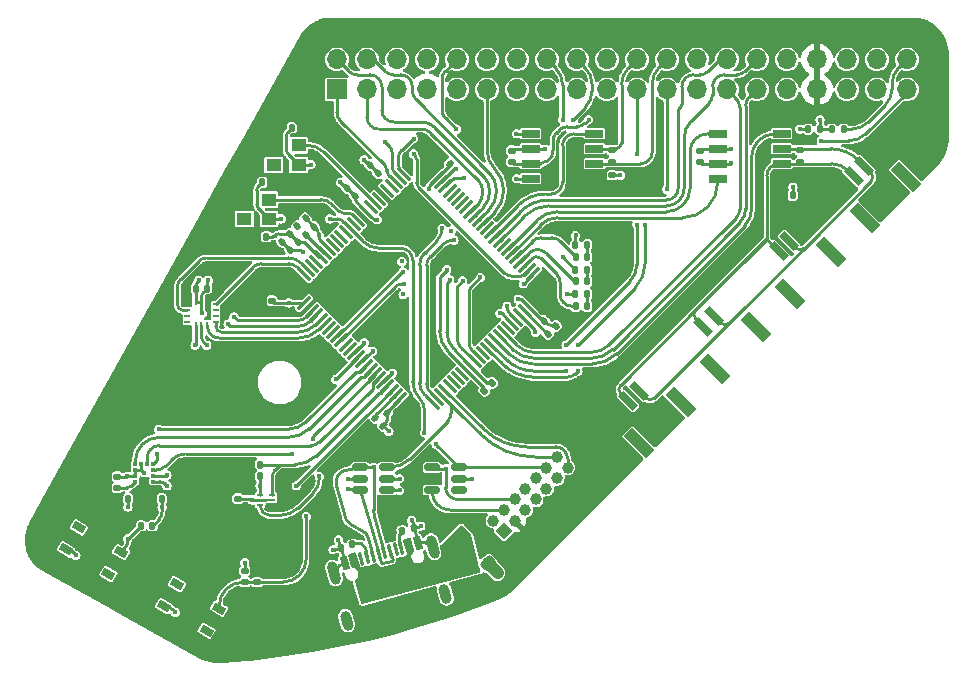
<source format=gbr>
%TF.GenerationSoftware,KiCad,Pcbnew,8.0.0*%
%TF.CreationDate,2024-03-25T03:31:52+00:00*%
%TF.ProjectId,main_PCB_v2,6d61696e-5f50-4434-925f-76322e6b6963,rev?*%
%TF.SameCoordinates,Original*%
%TF.FileFunction,Copper,L1,Top*%
%TF.FilePolarity,Positive*%
%FSLAX46Y46*%
G04 Gerber Fmt 4.6, Leading zero omitted, Abs format (unit mm)*
G04 Created by KiCad (PCBNEW 8.0.0) date 2024-03-25 03:31:52*
%MOMM*%
%LPD*%
G01*
G04 APERTURE LIST*
G04 Aperture macros list*
%AMRoundRect*
0 Rectangle with rounded corners*
0 $1 Rounding radius*
0 $2 $3 $4 $5 $6 $7 $8 $9 X,Y pos of 4 corners*
0 Add a 4 corners polygon primitive as box body*
4,1,4,$2,$3,$4,$5,$6,$7,$8,$9,$2,$3,0*
0 Add four circle primitives for the rounded corners*
1,1,$1+$1,$2,$3*
1,1,$1+$1,$4,$5*
1,1,$1+$1,$6,$7*
1,1,$1+$1,$8,$9*
0 Add four rect primitives between the rounded corners*
20,1,$1+$1,$2,$3,$4,$5,0*
20,1,$1+$1,$4,$5,$6,$7,0*
20,1,$1+$1,$6,$7,$8,$9,0*
20,1,$1+$1,$8,$9,$2,$3,0*%
%AMHorizOval*
0 Thick line with rounded ends*
0 $1 width*
0 $2 $3 position (X,Y) of the first rounded end (center of the circle)*
0 $4 $5 position (X,Y) of the second rounded end (center of the circle)*
0 Add line between two ends*
20,1,$1,$2,$3,$4,$5,0*
0 Add two circle primitives to create the rounded ends*
1,1,$1,$2,$3*
1,1,$1,$4,$5*%
%AMRotRect*
0 Rectangle, with rotation*
0 The origin of the aperture is its center*
0 $1 length*
0 $2 width*
0 $3 Rotation angle, in degrees counterclockwise*
0 Add horizontal line*
21,1,$1,$2,0,0,$3*%
G04 Aperture macros list end*
%TA.AperFunction,SMDPad,CuDef*%
%ADD10R,1.500000X0.650000*%
%TD*%
%TA.AperFunction,SMDPad,CuDef*%
%ADD11RoundRect,0.135000X0.135000X0.185000X-0.135000X0.185000X-0.135000X-0.185000X0.135000X-0.185000X0*%
%TD*%
%TA.AperFunction,SMDPad,CuDef*%
%ADD12RoundRect,0.135000X-0.185000X0.135000X-0.185000X-0.135000X0.185000X-0.135000X0.185000X0.135000X0*%
%TD*%
%TA.AperFunction,SMDPad,CuDef*%
%ADD13RoundRect,0.147500X0.147500X0.172500X-0.147500X0.172500X-0.147500X-0.172500X0.147500X-0.172500X0*%
%TD*%
%TA.AperFunction,SMDPad,CuDef*%
%ADD14RoundRect,0.140000X-0.021213X0.219203X-0.219203X0.021213X0.021213X-0.219203X0.219203X-0.021213X0*%
%TD*%
%TA.AperFunction,SMDPad,CuDef*%
%ADD15RoundRect,0.140000X0.170000X-0.140000X0.170000X0.140000X-0.170000X0.140000X-0.170000X-0.140000X0*%
%TD*%
%TA.AperFunction,SMDPad,CuDef*%
%ADD16RoundRect,0.135000X0.082518X0.213637X-0.178282X0.143756X-0.082518X-0.213637X0.178282X-0.143756X0*%
%TD*%
%TA.AperFunction,SMDPad,CuDef*%
%ADD17RoundRect,0.225000X0.424264X0.106066X0.106066X0.424264X-0.424264X-0.106066X-0.106066X-0.424264X0*%
%TD*%
%TA.AperFunction,SMDPad,CuDef*%
%ADD18RoundRect,0.135000X-0.082518X-0.213637X0.178282X-0.143756X0.082518X0.213637X-0.178282X0.143756X0*%
%TD*%
%TA.AperFunction,SMDPad,CuDef*%
%ADD19RotRect,0.650000X1.050000X60.000000*%
%TD*%
%TA.AperFunction,SMDPad,CuDef*%
%ADD20RotRect,0.279400X1.473200X45.000000*%
%TD*%
%TA.AperFunction,SMDPad,CuDef*%
%ADD21RotRect,0.279400X1.473200X315.000000*%
%TD*%
%TA.AperFunction,SMDPad,CuDef*%
%ADD22RoundRect,0.140000X-0.219203X-0.021213X-0.021213X-0.219203X0.219203X0.021213X0.021213X0.219203X0*%
%TD*%
%TA.AperFunction,SMDPad,CuDef*%
%ADD23R,1.300000X1.100000*%
%TD*%
%TA.AperFunction,SMDPad,CuDef*%
%ADD24RotRect,0.600000X1.700000X45.000000*%
%TD*%
%TA.AperFunction,SMDPad,CuDef*%
%ADD25RotRect,1.000000X2.700000X45.000000*%
%TD*%
%TA.AperFunction,SMDPad,CuDef*%
%ADD26RoundRect,0.135000X-0.135000X-0.185000X0.135000X-0.185000X0.135000X0.185000X-0.135000X0.185000X0*%
%TD*%
%TA.AperFunction,SMDPad,CuDef*%
%ADD27RoundRect,0.135000X0.035355X-0.226274X0.226274X-0.035355X-0.035355X0.226274X-0.226274X0.035355X0*%
%TD*%
%TA.AperFunction,SMDPad,CuDef*%
%ADD28RotRect,0.600000X1.140000X15.000000*%
%TD*%
%TA.AperFunction,SMDPad,CuDef*%
%ADD29RotRect,0.300000X1.140000X15.000000*%
%TD*%
%TA.AperFunction,ComponentPad*%
%ADD30HorizOval,0.900000X-0.142350X0.531259X0.142350X-0.531259X0*%
%TD*%
%TA.AperFunction,ComponentPad*%
%ADD31HorizOval,0.900000X-0.103528X0.386370X0.103528X-0.386370X0*%
%TD*%
%TA.AperFunction,SMDPad,CuDef*%
%ADD32RoundRect,0.140000X0.021213X-0.219203X0.219203X-0.021213X-0.021213X0.219203X-0.219203X0.021213X0*%
%TD*%
%TA.AperFunction,SMDPad,CuDef*%
%ADD33R,0.482600X0.254000*%
%TD*%
%TA.AperFunction,SMDPad,CuDef*%
%ADD34R,0.254000X0.482600*%
%TD*%
%TA.AperFunction,SMDPad,CuDef*%
%ADD35RoundRect,0.140000X-0.140000X-0.170000X0.140000X-0.170000X0.140000X0.170000X-0.140000X0.170000X0*%
%TD*%
%TA.AperFunction,ComponentPad*%
%ADD36R,1.700000X1.700000*%
%TD*%
%TA.AperFunction,ComponentPad*%
%ADD37O,1.700000X1.700000*%
%TD*%
%TA.AperFunction,SMDPad,CuDef*%
%ADD38RoundRect,0.150000X0.512500X0.150000X-0.512500X0.150000X-0.512500X-0.150000X0.512500X-0.150000X0*%
%TD*%
%TA.AperFunction,SMDPad,CuDef*%
%ADD39R,0.375000X0.350000*%
%TD*%
%TA.AperFunction,SMDPad,CuDef*%
%ADD40R,0.350000X0.375000*%
%TD*%
%TA.AperFunction,SMDPad,CuDef*%
%ADD41R,0.600000X0.200000*%
%TD*%
%TA.AperFunction,SMDPad,CuDef*%
%ADD42R,1.600000X0.200000*%
%TD*%
%TA.AperFunction,SMDPad,CuDef*%
%ADD43RoundRect,0.140000X0.140000X0.170000X-0.140000X0.170000X-0.140000X-0.170000X0.140000X-0.170000X0*%
%TD*%
%TA.AperFunction,ComponentPad*%
%ADD44RotRect,1.000000X1.000000X135.000000*%
%TD*%
%TA.AperFunction,ComponentPad*%
%ADD45HorizOval,1.000000X0.000000X0.000000X0.000000X0.000000X0*%
%TD*%
%TA.AperFunction,SMDPad,CuDef*%
%ADD46RoundRect,0.135000X-0.035355X0.226274X-0.226274X0.035355X0.035355X-0.226274X0.226274X-0.035355X0*%
%TD*%
%TA.AperFunction,SMDPad,CuDef*%
%ADD47RoundRect,0.135000X0.185000X-0.135000X0.185000X0.135000X-0.185000X0.135000X-0.185000X-0.135000X0*%
%TD*%
%TA.AperFunction,SMDPad,CuDef*%
%ADD48RoundRect,0.140000X-0.170000X0.140000X-0.170000X-0.140000X0.170000X-0.140000X0.170000X0.140000X0*%
%TD*%
%TA.AperFunction,SMDPad,CuDef*%
%ADD49RoundRect,0.140000X0.219203X0.021213X0.021213X0.219203X-0.219203X-0.021213X-0.021213X-0.219203X0*%
%TD*%
%TA.AperFunction,ViaPad*%
%ADD50C,0.450000*%
%TD*%
%TA.AperFunction,Conductor*%
%ADD51C,0.250000*%
%TD*%
%TA.AperFunction,Conductor*%
%ADD52C,1.000000*%
%TD*%
G04 APERTURE END LIST*
D10*
%TO.P,IC102,1,TXD*%
%TO.N,/CAN2_TX*%
X156400000Y-86300000D03*
%TO.P,IC102,2,GND*%
%TO.N,GND*%
X156400000Y-87570000D03*
%TO.P,IC102,3,VCC*%
%TO.N,+5V*%
X156400000Y-88840000D03*
%TO.P,IC102,4,RXD*%
%TO.N,/CAN2_RX*%
X156400000Y-90110000D03*
%TO.P,IC102,5,VIO*%
%TO.N,+3.3V*%
X161800000Y-90110000D03*
%TO.P,IC102,6,CANL*%
%TO.N,/CAN2_L*%
X161800000Y-88840000D03*
%TO.P,IC102,7,CANH*%
%TO.N,/CAN2_H*%
X161800000Y-87570000D03*
%TO.P,IC102,8,S*%
%TO.N,/CAN2_SILENT*%
X161800000Y-86300000D03*
%TD*%
%TO.P,IC101,1,TXD*%
%TO.N,/CAN1_TX*%
X172250000Y-86295000D03*
%TO.P,IC101,2,GND*%
%TO.N,GND*%
X172250000Y-87565000D03*
%TO.P,IC101,3,VCC*%
%TO.N,+5V*%
X172250000Y-88835000D03*
%TO.P,IC101,4,RXD*%
%TO.N,/CAN1_RX*%
X172250000Y-90105000D03*
%TO.P,IC101,5,VIO*%
%TO.N,+3.3V*%
X177650000Y-90105000D03*
%TO.P,IC101,6,CANL*%
%TO.N,/CAN1_L*%
X177650000Y-88835000D03*
%TO.P,IC101,7,CANH*%
%TO.N,/CAN1_H*%
X177650000Y-87565000D03*
%TO.P,IC101,8,S*%
%TO.N,/CAN1_SILENT*%
X177650000Y-86295000D03*
%TD*%
D11*
%TO.P,R107,1*%
%TO.N,VSYS*%
X182910001Y-85900000D03*
%TO.P,R107,2*%
%TO.N,/VSYS_ADC*%
X181890001Y-85900000D03*
%TD*%
D12*
%TO.P,R101,1*%
%TO.N,/CAN1_H*%
X179200000Y-87690000D03*
%TO.P,R101,2*%
%TO.N,/CAN1_L*%
X179200000Y-88710000D03*
%TD*%
D13*
%TO.P,D103,1,K*%
%TO.N,/LEDB_K*%
X161185001Y-100900000D03*
%TO.P,D103,2,A*%
%TO.N,/LEDB*%
X160215001Y-100900000D03*
%TD*%
D14*
%TO.P,C121,1*%
%TO.N,/VDDA*%
X136739411Y-95460589D03*
%TO.P,C121,2*%
%TO.N,GND*%
X136060589Y-96139411D03*
%TD*%
D15*
%TO.P,C102,1*%
%TO.N,+5V*%
X154800000Y-88680001D03*
%TO.P,C102,2*%
%TO.N,GND*%
X154800000Y-87720001D03*
%TD*%
D11*
%TO.P,FB101,1*%
%TO.N,/VDDA*%
X134009999Y-95000001D03*
%TO.P,FB101,2*%
%TO.N,+3.3V*%
X132990001Y-95000001D03*
%TD*%
D16*
%TO.P,R114,1*%
%TO.N,/CC1*%
X141292622Y-121068002D03*
%TO.P,R114,2*%
%TO.N,GND*%
X140307378Y-121331998D03*
%TD*%
D14*
%TO.P,C118,1*%
%TO.N,/VDDA*%
X136039411Y-94760589D03*
%TO.P,C118,2*%
%TO.N,GND*%
X135360589Y-95439411D03*
%TD*%
D17*
%TO.P,D104,1,K*%
%TO.N,VSYS*%
X152766726Y-122666727D03*
%TO.P,D104,2,A*%
%TO.N,VBUS*%
X150433274Y-120333275D03*
%TD*%
D18*
%TO.P,R115,1*%
%TO.N,/CC2*%
X145507378Y-119931998D03*
%TO.P,R115,2*%
%TO.N,GND*%
X146492622Y-119668002D03*
%TD*%
D19*
%TO.P,S101,1,NO_1*%
%TO.N,unconnected-(S101-NO_1-Pad1)*%
X118140499Y-119631523D03*
%TO.P,S101,2,NO_2*%
%TO.N,/NRST*%
X121734504Y-121706523D03*
%TO.P,S101,3,COM_1*%
%TO.N,GND*%
X117065498Y-121493477D03*
%TO.P,S101,4,COM_2*%
%TO.N,unconnected-(S101-COM_2-Pad4)*%
X120659503Y-123568477D03*
%TD*%
D20*
%TO.P,U101,1,PE2*%
%TO.N,/NRF24_MODE*%
X145682646Y-89697363D03*
%TO.P,U101,2,PE3*%
%TO.N,/NRF24_CE*%
X145329091Y-90050918D03*
%TO.P,U101,3,PE4*%
%TO.N,/NRF24_IRQ*%
X144975538Y-90404470D03*
%TO.P,U101,4,PE5*%
%TO.N,unconnected-(U101B-PE5-Pad4)*%
X144621986Y-90758023D03*
%TO.P,U101,5,PE6*%
%TO.N,unconnected-(U101B-PE6-Pad5)*%
X144268431Y-91111577D03*
%TO.P,U101,6,VBAT*%
%TO.N,+3.3V*%
X143914879Y-91465130D03*
%TO.P,U101,7,PC13*%
%TO.N,unconnected-(U101A-PC13-Pad7)*%
X143561324Y-91818685D03*
%TO.P,U101,8,PC14-OSC32_IN*%
%TO.N,/OSC_32*%
X143207771Y-92172237D03*
%TO.P,U101,9,PC15-OSC32_OUT*%
%TO.N,unconnected-(U101A-PC15-OSC32_OUT-Pad9)*%
X142854219Y-92525790D03*
%TO.P,U101,10,VSS*%
%TO.N,GND*%
X142500664Y-92879344D03*
%TO.P,U101,11,VDD*%
%TO.N,+3.3V*%
X142147112Y-93232897D03*
%TO.P,U101,12,PH0-OSC_IN*%
%TO.N,/OSC*%
X141793559Y-93586449D03*
%TO.P,U101,13,PH1-OSC_OUT*%
%TO.N,unconnected-(U101B-PH1-OSC_OUT-Pad13)*%
X141440004Y-93940004D03*
%TO.P,U101,14,NRST*%
%TO.N,/NRST*%
X141086452Y-94293557D03*
%TO.P,U101,15,PC0*%
%TO.N,unconnected-(U101A-PC0-Pad15)*%
X140732897Y-94647112D03*
%TO.P,U101,16,PC1*%
%TO.N,unconnected-(U101A-PC1-Pad16)*%
X140379344Y-95000664D03*
%TO.P,U101,17,PC2_C*%
%TO.N,unconnected-(U101A-PC2_C-Pad17)*%
X140025791Y-95354217D03*
%TO.P,U101,18,PC3_C*%
%TO.N,unconnected-(U101A-PC3_C-Pad18)*%
X139672237Y-95707771D03*
%TO.P,U101,19,VSSA*%
%TO.N,GND*%
X139318685Y-96061324D03*
%TO.P,U101,20,VREF+*%
%TO.N,/VREF+*%
X138965130Y-96414879D03*
%TO.P,U101,21,VDDA*%
%TO.N,/VDDA*%
X138611577Y-96768431D03*
%TO.P,U101,22,PA0*%
%TO.N,unconnected-(U101A-PA0-Pad22)*%
X138258024Y-97121984D03*
%TO.P,U101,23,PA1*%
%TO.N,unconnected-(U101A-PA1-Pad23)*%
X137904470Y-97475538D03*
%TO.P,U101,24,PA2*%
%TO.N,/IMU_INT2*%
X137550918Y-97829091D03*
%TO.P,U101,25,PA3*%
%TO.N,/IMU_INT1*%
X137197363Y-98182646D03*
D21*
%TO.P,U101,26,VSS*%
%TO.N,GND*%
X137197363Y-100617354D03*
%TO.P,U101,27,VDD*%
%TO.N,+3.3V*%
X137550918Y-100970909D03*
%TO.P,U101,28,PA4*%
%TO.N,/SPI1_CS*%
X137904470Y-101324462D03*
%TO.P,U101,29,PA5*%
%TO.N,/SPI1_SCK*%
X138258023Y-101678014D03*
%TO.P,U101,30,PA6*%
%TO.N,/SPI1_MISO*%
X138611577Y-102031569D03*
%TO.P,U101,31,PA7*%
%TO.N,/SPI1_MOSI*%
X138965130Y-102385121D03*
%TO.P,U101,32,PC4*%
%TO.N,unconnected-(U101A-PC4-Pad32)*%
X139318685Y-102738676D03*
%TO.P,U101,33,PC5*%
%TO.N,unconnected-(U101A-PC5-Pad33)*%
X139672237Y-103092229D03*
%TO.P,U101,34,PB0*%
%TO.N,/VSYS_ADC*%
X140025790Y-103445781D03*
%TO.P,U101,35,PB1*%
%TO.N,/ISYS_ADC*%
X140379344Y-103799336D03*
%TO.P,U101,36,PB2*%
%TO.N,unconnected-(U101A-PB2-Pad36)*%
X140732897Y-104152888D03*
%TO.P,U101,37,PE7*%
%TO.N,unconnected-(U101B-PE7-Pad37)*%
X141086452Y-104506443D03*
%TO.P,U101,38,PE8*%
%TO.N,/BTN*%
X141440004Y-104859996D03*
%TO.P,U101,39,PE9*%
%TO.N,/MAG_DRDY*%
X141793557Y-105213548D03*
%TO.P,U101,40,PE10*%
%TO.N,/MAG_INT*%
X142147112Y-105567103D03*
%TO.P,U101,41,PE11*%
%TO.N,/SPI4_CS*%
X142500664Y-105920656D03*
%TO.P,U101,42,PE12*%
%TO.N,/SPI4_SCK*%
X142854219Y-106274210D03*
%TO.P,U101,43,PE13*%
%TO.N,/SPI4_MISO*%
X143207771Y-106627763D03*
%TO.P,U101,44,PE14*%
%TO.N,/SPI4_MOSI*%
X143561324Y-106981315D03*
%TO.P,U101,45,PE15*%
%TO.N,/EEPROM_WC*%
X143914879Y-107334870D03*
%TO.P,U101,46,PB10*%
%TO.N,/I2C2_SCL*%
X144268431Y-107688423D03*
%TO.P,U101,47,PB11*%
%TO.N,/I2C2_SDA*%
X144621986Y-108041977D03*
%TO.P,U101,48,VCAP*%
%TO.N,/VCAP1*%
X144975538Y-108395530D03*
%TO.P,U101,49,VSS*%
%TO.N,GND*%
X145329091Y-108749082D03*
%TO.P,U101,50,VDD*%
%TO.N,+3.3V*%
X145682646Y-109102637D03*
D20*
%TO.P,U101,51,PB12*%
%TO.N,/CAN2_RX*%
X148117354Y-109102637D03*
%TO.P,U101,52,PB13*%
%TO.N,/CAN2_TX*%
X148470909Y-108749082D03*
%TO.P,U101,53,PB14*%
%TO.N,/USART1_TX*%
X148824462Y-108395530D03*
%TO.P,U101,54,PB15*%
%TO.N,/USART1_RX*%
X149178014Y-108041977D03*
%TO.P,U101,55,PD8*%
%TO.N,unconnected-(U101A-PD8-Pad55)*%
X149531569Y-107688423D03*
%TO.P,U101,56,PD9*%
%TO.N,unconnected-(U101A-PD9-Pad56)*%
X149885121Y-107334870D03*
%TO.P,U101,57,PD10*%
%TO.N,unconnected-(U101A-PD10-Pad57)*%
X150238676Y-106981315D03*
%TO.P,U101,58,PD11*%
%TO.N,unconnected-(U101A-PD11-Pad58)*%
X150592229Y-106627763D03*
%TO.P,U101,59,PD12*%
%TO.N,/I2C4_SCL*%
X150945781Y-106274210D03*
%TO.P,U101,60,PD13*%
%TO.N,/I2C4_SDA*%
X151299336Y-105920656D03*
%TO.P,U101,61,PD14*%
%TO.N,/GPIO2*%
X151652888Y-105567103D03*
%TO.P,U101,62,PD15*%
%TO.N,/GPIO3*%
X152006443Y-105213548D03*
%TO.P,U101,63,PC6*%
%TO.N,unconnected-(U101A-PC6-Pad63)*%
X152359996Y-104859996D03*
%TO.P,U101,64,PC7*%
%TO.N,/MOTOR_EN*%
X152713548Y-104506443D03*
%TO.P,U101,65,PC8*%
%TO.N,/MOTOR_PH*%
X153067103Y-104152888D03*
%TO.P,U101,66,PC9*%
%TO.N,/CAN1_SILENT*%
X153420656Y-103799336D03*
%TO.P,U101,67,PA8*%
%TO.N,/ENC_B*%
X153774210Y-103445781D03*
%TO.P,U101,68,PA9*%
%TO.N,/ENC_A*%
X154127763Y-103092229D03*
%TO.P,U101,69,PA10*%
%TO.N,unconnected-(U101A-PA10-Pad69)*%
X154481315Y-102738676D03*
%TO.P,U101,70,PA11*%
%TO.N,/USB_DN*%
X154834870Y-102385121D03*
%TO.P,U101,71,PA12*%
%TO.N,/USB_DP*%
X155188423Y-102031569D03*
%TO.P,U101,72,PA13*%
%TO.N,/SWDIO*%
X155541977Y-101678014D03*
%TO.P,U101,73,VCAP*%
%TO.N,/VCAP2*%
X155895530Y-101324462D03*
%TO.P,U101,74,VSS*%
%TO.N,GND*%
X156249082Y-100970909D03*
%TO.P,U101,75,VDD*%
%TO.N,+3.3V*%
X156602637Y-100617354D03*
D21*
%TO.P,U101,76,PA14*%
%TO.N,/SWCLK*%
X156602637Y-98182646D03*
%TO.P,U101,77,PA15*%
%TO.N,/SPI3_CS*%
X156249082Y-97829091D03*
%TO.P,U101,78,PC10*%
%TO.N,/LEDB*%
X155895530Y-97475538D03*
%TO.P,U101,79,PC11*%
%TO.N,/LEDG*%
X155541977Y-97121986D03*
%TO.P,U101,80,PC12*%
%TO.N,/LEDR*%
X155188423Y-96768431D03*
%TO.P,U101,81,PD0*%
%TO.N,/CAN1_RX*%
X154834870Y-96414879D03*
%TO.P,U101,82,PD1*%
%TO.N,/CAN1_TX*%
X154481315Y-96061324D03*
%TO.P,U101,83,PD2*%
%TO.N,unconnected-(U101A-PD2-Pad83)*%
X154127763Y-95707771D03*
%TO.P,U101,84,PD3*%
%TO.N,/TRIG*%
X153774210Y-95354219D03*
%TO.P,U101,85,PD4*%
%TO.N,/~{SLEEP}*%
X153420656Y-95000664D03*
%TO.P,U101,86,PD5*%
%TO.N,/CAN2_SILENT*%
X153067103Y-94647112D03*
%TO.P,U101,87,PD6*%
%TO.N,unconnected-(U101A-PD6-Pad87)*%
X152713548Y-94293557D03*
%TO.P,U101,88,PD7*%
%TO.N,/GPIO1*%
X152359996Y-93940004D03*
%TO.P,U101,89,PB3*%
%TO.N,/SPI3_SCK*%
X152006443Y-93586452D03*
%TO.P,U101,90,PB4*%
%TO.N,/SPI3_MISO*%
X151652888Y-93232897D03*
%TO.P,U101,91,PB5*%
%TO.N,/SPI3_MOSI*%
X151299336Y-92879344D03*
%TO.P,U101,92,PB6*%
%TO.N,unconnected-(U101A-PB6-Pad92)*%
X150945781Y-92525790D03*
%TO.P,U101,93,PB7*%
%TO.N,unconnected-(U101A-PB7-Pad93)*%
X150592229Y-92172237D03*
%TO.P,U101,94,BOOT0*%
%TO.N,/BOOT*%
X150238676Y-91818685D03*
%TO.P,U101,95,PB8*%
%TO.N,unconnected-(U101A-PB8-Pad95)*%
X149885121Y-91465130D03*
%TO.P,U101,96,PB9*%
%TO.N,unconnected-(U101A-PB9-Pad96)*%
X149531569Y-91111577D03*
%TO.P,U101,97,PE0*%
%TO.N,/UART8_RX*%
X149178014Y-90758023D03*
%TO.P,U101,98,PE1*%
%TO.N,/UART8_TX*%
X148824462Y-90404470D03*
%TO.P,U101,99,VSS*%
%TO.N,GND*%
X148470909Y-90050918D03*
%TO.P,U101,100,VDD*%
%TO.N,+3.3V*%
X148117354Y-89697363D03*
%TD*%
D22*
%TO.P,C120,1*%
%TO.N,/VCAP1*%
X143260589Y-110360589D03*
%TO.P,C120,2*%
%TO.N,GND*%
X143939411Y-111039411D03*
%TD*%
D23*
%TO.P,X101,1,OE*%
%TO.N,unconnected-(X101-OE-Pad1)*%
X132150001Y-93525000D03*
%TO.P,X101,2,GND*%
%TO.N,GND*%
X134250001Y-93525000D03*
%TO.P,X101,3,OUT*%
%TO.N,/OSC*%
X134250001Y-91875000D03*
%TO.P,X101,4,VDD*%
%TO.N,+3.3V*%
X132150001Y-91875000D03*
%TD*%
D24*
%TO.P,J101,1,1*%
%TO.N,/CAN1_L*%
X183753446Y-89887330D03*
%TO.P,J101,2,2*%
%TO.N,/CAN1_H*%
X184637330Y-89003446D03*
D25*
%TO.P,J101,3,3*%
%TO.N,GND*%
X188208219Y-89958040D03*
%TO.P,J101,4,4*%
X184708040Y-93458219D03*
%TD*%
D26*
%TO.P,R111,1*%
%TO.N,GND*%
X160190001Y-95700001D03*
%TO.P,R111,2*%
%TO.N,/LEDR_K*%
X161210001Y-95700001D03*
%TD*%
%TO.P,R112,1*%
%TO.N,GND*%
X160190001Y-97800000D03*
%TO.P,R112,2*%
%TO.N,/LEDG_K*%
X161210001Y-97800000D03*
%TD*%
D27*
%TO.P,R104,1*%
%TO.N,+3.3V*%
X151739377Y-108760624D03*
%TO.P,R104,2*%
%TO.N,/I2C4_SCL*%
X152460625Y-108039376D03*
%TD*%
D26*
%TO.P,R106,1*%
%TO.N,+3.3V*%
X132490000Y-115300000D03*
%TO.P,R106,2*%
%TO.N,/I2C2_SDA*%
X133510000Y-115300000D03*
%TD*%
D28*
%TO.P,J108,A1_B12,GND*%
%TO.N,GND*%
X140679647Y-122640073D03*
%TO.P,J108,A4_B9,VBUS*%
%TO.N,VBUS*%
X141452388Y-122433018D03*
D29*
%TO.P,J108,A5,CC1*%
%TO.N,/CC1*%
X142563202Y-122135376D03*
%TO.P,J108,A6,DP1*%
%TO.N,/USB_DP*%
X143529129Y-121876557D03*
%TO.P,J108,A7,DN1*%
%TO.N,/USB_DN*%
X144012091Y-121747147D03*
%TO.P,J108,A8,SBU1*%
%TO.N,unconnected-(J108-SBU1-PadA8)*%
X144978017Y-121488329D03*
D28*
%TO.P,J108,B1_A12,GND*%
%TO.N,GND*%
X146861572Y-120983631D03*
%TO.P,J108,B4_A9,VBUS*%
%TO.N,VBUS*%
X146088832Y-121190686D03*
D29*
%TO.P,J108,B5,CC2*%
%TO.N,/CC2*%
X145460979Y-121358919D03*
%TO.P,J108,B6,DP2*%
%TO.N,/USB_DP*%
X144495054Y-121617738D03*
%TO.P,J108,B7,DN2*%
%TO.N,/USB_DN*%
X143046165Y-122005966D03*
%TO.P,J108,B8,SBU2*%
%TO.N,unconnected-(J108-SBU2-PadB8)*%
X142080240Y-122264785D03*
D30*
%TO.P,J108,S1,SHIELD*%
%TO.N,GND*%
X139743095Y-123491482D03*
%TO.P,J108,S2,SHIELD*%
X148098354Y-121252697D03*
D31*
%TO.P,J108,S3,SHIELD*%
X140822371Y-127519392D03*
%TO.P,J108,S4,SHIELD*%
X149177629Y-125280608D03*
%TD*%
D32*
%TO.P,C124,1*%
%TO.N,/VREF+*%
X137360589Y-94839412D03*
%TO.P,C124,2*%
%TO.N,GND*%
X138039411Y-94160590D03*
%TD*%
D33*
%TO.P,U106,1,SDO*%
%TO.N,/SPI1_MISO*%
X129739282Y-102250002D03*
%TO.P,U106,2,ASDX*%
%TO.N,unconnected-(U106-ASDX-Pad2)*%
X129739282Y-101750001D03*
%TO.P,U106,3,ASCX*%
%TO.N,unconnected-(U106-ASCX-Pad3)*%
X129739282Y-101250001D03*
%TO.P,U106,4,INT1*%
%TO.N,/IMU_INT1*%
X129739282Y-100750000D03*
D34*
%TO.P,U106,5,VDDIO*%
%TO.N,+3.3V*%
X129032781Y-100547501D03*
%TO.P,U106,6,GNDIO*%
%TO.N,GND*%
X128532782Y-100547501D03*
%TO.P,U106,7,GND*%
X128032783Y-100547501D03*
D33*
%TO.P,U106,8,VDD*%
%TO.N,+3.3V*%
X127326282Y-100750000D03*
%TO.P,U106,9,INT2*%
%TO.N,/IMU_INT2*%
X127326282Y-101250001D03*
%TO.P,U106,10,OCSB*%
%TO.N,unconnected-(U106-OCSB-Pad10)*%
X127326282Y-101750001D03*
%TO.P,U106,11,OSDO*%
%TO.N,unconnected-(U106-OSDO-Pad11)*%
X127326282Y-102250002D03*
D34*
%TO.P,U106,12,CSB*%
%TO.N,/SPI1_CS*%
X128032783Y-102452501D03*
%TO.P,U106,13,SCX*%
%TO.N,/SPI1_SCK*%
X128532782Y-102452501D03*
%TO.P,U106,14,SDX*%
%TO.N,/SPI1_MOSI*%
X129032781Y-102452501D03*
%TD*%
D24*
%TO.P,J103,1,1*%
%TO.N,/CAN1_L*%
X171025524Y-102615252D03*
%TO.P,J103,2,2*%
%TO.N,/CAN1_H*%
X171909408Y-101731368D03*
D25*
%TO.P,J103,3,3*%
%TO.N,GND*%
X175480297Y-102685962D03*
%TO.P,J103,4,4*%
X171980118Y-106186141D03*
%TD*%
D15*
%TO.P,C104,1*%
%TO.N,+5V*%
X170700000Y-88680000D03*
%TO.P,C104,2*%
%TO.N,GND*%
X170700000Y-87720000D03*
%TD*%
D32*
%TO.P,C117,1*%
%TO.N,+3.3V*%
X142105817Y-89627784D03*
%TO.P,C117,2*%
%TO.N,GND*%
X142784639Y-88948962D03*
%TD*%
%TO.P,C116,1*%
%TO.N,+3.3V*%
X142812923Y-90334891D03*
%TO.P,C116,2*%
%TO.N,GND*%
X143491745Y-89656069D03*
%TD*%
D14*
%TO.P,C112,1*%
%TO.N,+3.3V*%
X158239411Y-101460589D03*
%TO.P,C112,2*%
%TO.N,GND*%
X157560589Y-102139411D03*
%TD*%
D15*
%TO.P,C136,1*%
%TO.N,/MAG_C1*%
X121400000Y-116280000D03*
%TO.P,C136,2*%
%TO.N,GND*%
X121400000Y-115320000D03*
%TD*%
D35*
%TO.P,C110,1*%
%TO.N,+3.3V*%
X132720000Y-90400000D03*
%TO.P,C110,2*%
%TO.N,GND*%
X133680000Y-90400000D03*
%TD*%
D32*
%TO.P,C123,1*%
%TO.N,/VCAP2*%
X157860589Y-103239411D03*
%TO.P,C123,2*%
%TO.N,GND*%
X158539411Y-102560589D03*
%TD*%
D36*
%TO.P,J112,1,Pin_1*%
%TO.N,/NRF24_IRQ*%
X140000001Y-82540001D03*
D37*
%TO.P,J112,2,Pin_2*%
%TO.N,/SPI3_MISO*%
X140000001Y-80000001D03*
%TO.P,J112,3,Pin_3*%
%TO.N,/SPI3_MOSI*%
X142540001Y-82540001D03*
%TO.P,J112,4,Pin_4*%
%TO.N,/SPI3_SCK*%
X142540001Y-80000001D03*
%TO.P,J112,5,Pin_5*%
%TO.N,/SPI3_CS*%
X145080001Y-82540001D03*
%TO.P,J112,6,Pin_6*%
%TO.N,/NRF24_CE*%
X145080001Y-80000001D03*
%TO.P,J112,7,Pin_7*%
%TO.N,+3.3V*%
X147620001Y-82540001D03*
%TO.P,J112,8,Pin_8*%
%TO.N,GND*%
X147620001Y-80000002D03*
%TO.P,J112,9,Pin_9*%
%TO.N,/NRF24_MODE*%
X150160000Y-82540001D03*
%TO.P,J112,10,Pin_10*%
%TO.N,/UART8_TX*%
X150160001Y-80000001D03*
%TO.P,J112,11,Pin_11*%
%TO.N,/GPIO1*%
X152700001Y-82540001D03*
%TO.P,J112,12,Pin_12*%
%TO.N,/UART8_RX*%
X152700001Y-80000001D03*
%TO.P,J112,13,Pin_13*%
%TO.N,GND*%
X155240001Y-82540001D03*
%TO.P,J112,14,Pin_14*%
X155240001Y-80000001D03*
%TO.P,J112,15,Pin_15*%
%TO.N,/I2C4_SCL*%
X157780001Y-82540001D03*
%TO.P,J112,16,Pin_16*%
%TO.N,/GPIO2*%
X157780001Y-80000001D03*
%TO.P,J112,17,Pin_17*%
%TO.N,/I2C4_SDA*%
X160320001Y-82540001D03*
%TO.P,J112,18,Pin_18*%
%TO.N,/GPIO3*%
X160320001Y-80000001D03*
%TO.P,J112,19,Pin_19*%
%TO.N,GND*%
X162860001Y-82540001D03*
%TO.P,J112,20,Pin_20*%
X162860001Y-80000001D03*
%TO.P,J112,21,Pin_21*%
%TO.N,/MOTOR_PH*%
X165400001Y-82540001D03*
%TO.P,J112,22,Pin_22*%
%TO.N,/CAN2_H*%
X165400001Y-80000001D03*
%TO.P,J112,23,Pin_23*%
%TO.N,/MOTOR_EN*%
X167940001Y-82540001D03*
%TO.P,J112,24,Pin_24*%
%TO.N,/CAN2_L*%
X167940001Y-80000001D03*
%TO.P,J112,25,Pin_25*%
%TO.N,GND*%
X170480001Y-82540001D03*
%TO.P,J112,26,Pin_26*%
X170480001Y-80000001D03*
%TO.P,J112,27,Pin_27*%
%TO.N,/ENC_A*%
X173020001Y-82540001D03*
%TO.P,J112,28,Pin_28*%
%TO.N,/~{SLEEP}*%
X173020001Y-80000001D03*
%TO.P,J112,29,Pin_29*%
%TO.N,/ENC_B*%
X175560001Y-82540001D03*
%TO.P,J112,30,Pin_30*%
%TO.N,/TRIG*%
X175560001Y-80000001D03*
%TO.P,J112,31,Pin_31*%
%TO.N,GND*%
X178100001Y-82540001D03*
%TO.P,J112,32,Pin_32*%
X178100001Y-80000001D03*
%TO.P,J112,33,Pin_33*%
%TO.N,+3.3V*%
X180640001Y-82540001D03*
%TO.P,J112,34,Pin_34*%
X180640001Y-80000001D03*
%TO.P,J112,35,Pin_35*%
%TO.N,+12V*%
X183180001Y-82540001D03*
%TO.P,J112,36,Pin_36*%
%TO.N,+5V*%
X183180001Y-80000001D03*
%TO.P,J112,37,Pin_37*%
%TO.N,GND*%
X185720001Y-82540001D03*
%TO.P,J112,38,Pin_38*%
X185720001Y-80000001D03*
%TO.P,J112,39,Pin_39*%
%TO.N,/ISYS_ADC*%
X188260001Y-82540001D03*
%TO.P,J112,40,Pin_40*%
%TO.N,VSYS*%
X188260001Y-80000001D03*
%TD*%
D11*
%TO.P,R108,1*%
%TO.N,/VSYS_ADC*%
X180910000Y-85900001D03*
%TO.P,R108,2*%
%TO.N,GND*%
X179890000Y-85900001D03*
%TD*%
D32*
%TO.P,C126,1*%
%TO.N,/VREF+*%
X136660589Y-94139411D03*
%TO.P,C126,2*%
%TO.N,GND*%
X137339411Y-93460589D03*
%TD*%
D35*
%TO.P,C105,1*%
%TO.N,/NRST*%
X123420000Y-119500000D03*
%TO.P,C105,2*%
%TO.N,GND*%
X124380000Y-119500000D03*
%TD*%
D19*
%TO.P,S102,1,NO_1*%
%TO.N,unconnected-(S102-NO_1-Pad1)*%
X126440499Y-124431523D03*
%TO.P,S102,2,NO_2*%
%TO.N,/BTN*%
X130034504Y-126506523D03*
%TO.P,S102,3,COM_1*%
%TO.N,GND*%
X125365498Y-126293477D03*
%TO.P,S102,4,COM_2*%
%TO.N,unconnected-(S102-COM_2-Pad4)*%
X128959503Y-128368477D03*
%TD*%
D24*
%TO.P,J102,1,1*%
%TO.N,/CAN1_L*%
X177389485Y-96251291D03*
%TO.P,J102,2,2*%
%TO.N,/CAN1_H*%
X178273369Y-95367407D03*
D25*
%TO.P,J102,3,3*%
%TO.N,GND*%
X181844258Y-96322001D03*
%TO.P,J102,4,4*%
X178344079Y-99822180D03*
%TD*%
D26*
%TO.P,R113,1*%
%TO.N,GND*%
X160190001Y-99900000D03*
%TO.P,R113,2*%
%TO.N,/LEDB_K*%
X161210001Y-99900000D03*
%TD*%
D38*
%TO.P,U105,1,I/O1*%
%TO.N,unconnected-(U105-I{slash}O1-Pad1)*%
X150337501Y-116450000D03*
%TO.P,U105,2,GND*%
%TO.N,GND*%
X150337501Y-115500000D03*
%TO.P,U105,3,I/O2*%
%TO.N,/NRST*%
X150337501Y-114550000D03*
%TO.P,U105,4,I/O3*%
%TO.N,/SWCLK*%
X148062501Y-114550000D03*
%TO.P,U105,5,VBUS*%
%TO.N,+3.3V*%
X148062501Y-115500000D03*
%TO.P,U105,6,I/O4*%
%TO.N,/SWDIO*%
X148062501Y-116450000D03*
%TD*%
D39*
%TO.P,U107,1,SCL/SPC*%
%TO.N,/SPI4_SCK*%
X122937500Y-114250000D03*
%TO.P,U107,2,GND*%
%TO.N,GND*%
X122937500Y-114750000D03*
%TO.P,U107,3,GND*%
X122937500Y-115250000D03*
%TO.P,U107,4,C1*%
%TO.N,/MAG_C1*%
X122937500Y-115750000D03*
D40*
%TO.P,U107,5,Vdd*%
%TO.N,+3.3V*%
X123450000Y-115762500D03*
%TO.P,U107,6,Vdd_IO*%
X123950000Y-115762500D03*
D39*
%TO.P,U107,7,INT*%
%TO.N,/MAG_INT*%
X124462500Y-115750000D03*
%TO.P,U107,8,DRDY*%
%TO.N,/MAG_DRDY*%
X124462500Y-115250000D03*
%TO.P,U107,9,SDO/SA1*%
%TO.N,/SPI4_MISO*%
X124462500Y-114750000D03*
%TO.P,U107,10,~{CS}*%
%TO.N,/SPI4_CS*%
X124462500Y-114250000D03*
D40*
%TO.P,U107,11,SDA/SDI/SDO*%
%TO.N,/SPI4_MOSI*%
X123950000Y-114237500D03*
%TO.P,U107,12,GND*%
%TO.N,GND*%
X123450000Y-114237500D03*
%TD*%
D13*
%TO.P,D101,1,K*%
%TO.N,/LEDR_K*%
X161185001Y-96700000D03*
%TO.P,D101,2,A*%
%TO.N,/LEDR*%
X160215001Y-96700000D03*
%TD*%
D15*
%TO.P,C114,1*%
%TO.N,+3.3V*%
X134500000Y-101380000D03*
%TO.P,C114,2*%
%TO.N,GND*%
X134500000Y-100420000D03*
%TD*%
D23*
%TO.P,X102,1,OE*%
%TO.N,unconnected-(X102-OE-Pad1)*%
X134650000Y-88925000D03*
%TO.P,X102,2,GND*%
%TO.N,GND*%
X136750000Y-88925000D03*
%TO.P,X102,3,OUT*%
%TO.N,/OSC_32*%
X136750000Y-87275000D03*
%TO.P,X102,4,VDD*%
%TO.N,+3.3V*%
X134650000Y-87275000D03*
%TD*%
D41*
%TO.P,U102,1,VCC*%
%TO.N,+3.3V*%
X134500001Y-117700000D03*
D42*
%TO.P,U102,2,VSS*%
%TO.N,GND*%
X134000001Y-117300000D03*
D41*
%TO.P,U102,3,SDA*%
%TO.N,/I2C2_SCL*%
X134500001Y-116900000D03*
%TO.P,U102,4,SCL*%
%TO.N,/I2C2_SDA*%
X133500001Y-116900000D03*
%TO.P,U102,5,~{WC}*%
%TO.N,/EEPROM_WC*%
X133500001Y-117700000D03*
%TD*%
D43*
%TO.P,C134,1*%
%TO.N,+3.3V*%
X129961981Y-99400000D03*
%TO.P,C134,2*%
%TO.N,GND*%
X129001981Y-99400000D03*
%TD*%
D24*
%TO.P,J104,1,1*%
%TO.N,/CAN1_L*%
X164653446Y-108937330D03*
%TO.P,J104,2,2*%
%TO.N,/CAN1_H*%
X165537330Y-108053446D03*
D25*
%TO.P,J104,3,3*%
%TO.N,GND*%
X169108219Y-109008040D03*
%TO.P,J104,4,4*%
X165608040Y-112508219D03*
%TD*%
D32*
%TO.P,C113,1*%
%TO.N,+3.3V*%
X140868380Y-92279435D03*
%TO.P,C113,2*%
%TO.N,GND*%
X141547202Y-91600613D03*
%TD*%
D44*
%TO.P,J110,1,NC*%
%TO.N,unconnected-(J110-NC-Pad1)*%
X154137258Y-119946625D03*
D45*
%TO.P,J110,2,NC*%
%TO.N,unconnected-(J110-NC-Pad2)*%
X153239232Y-119048599D03*
%TO.P,J110,3,VCC*%
%TO.N,+3.3V*%
X155035284Y-119048599D03*
%TO.P,J110,4,JTMS/SWDIO*%
%TO.N,/SWDIO*%
X154137258Y-118150574D03*
%TO.P,J110,5,GND*%
%TO.N,GND*%
X155933309Y-118150574D03*
%TO.P,J110,6,JCLK/SWCLK*%
%TO.N,/SWCLK*%
X155035284Y-117252548D03*
%TO.P,J110,7,GND*%
%TO.N,GND*%
X156831335Y-117252548D03*
%TO.P,J110,8,JTDO/SWO*%
%TO.N,unconnected-(J110-JTDO{slash}SWO-Pad8)*%
X155933309Y-116354523D03*
%TO.P,J110,9,JRCLK/NC*%
%TO.N,unconnected-(J110-JRCLK{slash}NC-Pad9)*%
X157729360Y-116354523D03*
%TO.P,J110,10,JTDI/NC*%
%TO.N,unconnected-(J110-JTDI{slash}NC-Pad10)*%
X156831335Y-115456497D03*
%TO.P,J110,11,GNDDetect*%
%TO.N,GND*%
X158627386Y-115456497D03*
%TO.P,J110,12,~{RST}*%
%TO.N,/NRST*%
X157729360Y-114558471D03*
%TO.P,J110,13,VCP_RX*%
%TO.N,/USART1_RX*%
X159525412Y-114558471D03*
%TO.P,J110,14,VCP_TX*%
%TO.N,/USART1_TX*%
X158627386Y-113660446D03*
%TD*%
D15*
%TO.P,C103,1*%
%TO.N,+3.3V*%
X163300001Y-90780001D03*
%TO.P,C103,2*%
%TO.N,GND*%
X163300001Y-89820001D03*
%TD*%
D35*
%TO.P,C109,1*%
%TO.N,+3.3V*%
X135220001Y-85800000D03*
%TO.P,C109,2*%
%TO.N,GND*%
X136180001Y-85800000D03*
%TD*%
D46*
%TO.P,R109,1*%
%TO.N,+3.3V*%
X153860624Y-106647947D03*
%TO.P,R109,2*%
%TO.N,/I2C4_SDA*%
X153139376Y-107369195D03*
%TD*%
D22*
%TO.P,C111,1*%
%TO.N,+3.3V*%
X148860590Y-88160590D03*
%TO.P,C111,2*%
%TO.N,GND*%
X149539412Y-88839412D03*
%TD*%
D26*
%TO.P,R103,1*%
%TO.N,+3.3V*%
X132490000Y-114300000D03*
%TO.P,R103,2*%
%TO.N,/I2C2_SCL*%
X133510000Y-114300000D03*
%TD*%
D32*
%TO.P,C119,1*%
%TO.N,+3.3V*%
X140160590Y-91539411D03*
%TO.P,C119,2*%
%TO.N,GND*%
X140839412Y-90860589D03*
%TD*%
D38*
%TO.P,U103,1,I/O1*%
%TO.N,/USART1_RX*%
X144237500Y-116450000D03*
%TO.P,U103,2,GND*%
%TO.N,GND*%
X144237500Y-115500000D03*
%TO.P,U103,3,I/O2*%
%TO.N,/USART1_TX*%
X144237500Y-114550000D03*
%TO.P,U103,4,I/O3*%
%TO.N,/USB_DN*%
X141962500Y-114550000D03*
%TO.P,U103,5,VBUS*%
%TO.N,VBUS*%
X141962500Y-115500000D03*
%TO.P,U103,6,I/O4*%
%TO.N,/USB_DP*%
X141962500Y-116450000D03*
%TD*%
D12*
%TO.P,R102,1*%
%TO.N,/CAN2_H*%
X163300000Y-87690000D03*
%TO.P,R102,2*%
%TO.N,/CAN2_L*%
X163300000Y-88710000D03*
%TD*%
D43*
%TO.P,C137,1*%
%TO.N,+3.3V*%
X123280000Y-117200000D03*
%TO.P,C137,2*%
%TO.N,GND*%
X122320000Y-117200000D03*
%TD*%
D35*
%TO.P,C101,1*%
%TO.N,+3.3V*%
X177620000Y-91500001D03*
%TO.P,C101,2*%
%TO.N,GND*%
X178580000Y-91500001D03*
%TD*%
D47*
%TO.P,R105,1*%
%TO.N,/BTN*%
X133230000Y-124260000D03*
%TO.P,R105,2*%
%TO.N,+3.3V*%
X133230000Y-123240000D03*
%TD*%
D15*
%TO.P,C106,1*%
%TO.N,/BTN*%
X132200000Y-124260000D03*
%TO.P,C106,2*%
%TO.N,GND*%
X132200000Y-123300000D03*
%TD*%
D35*
%TO.P,C138,1*%
%TO.N,+3.3V*%
X124220000Y-117200000D03*
%TO.P,C138,2*%
%TO.N,GND*%
X125180000Y-117200000D03*
%TD*%
D48*
%TO.P,C115,1*%
%TO.N,+3.3V*%
X131600000Y-116220001D03*
%TO.P,C115,2*%
%TO.N,GND*%
X131600000Y-117180001D03*
%TD*%
D13*
%TO.P,D102,1,K*%
%TO.N,/LEDG_K*%
X161185001Y-98800000D03*
%TO.P,D102,2,A*%
%TO.N,/LEDG*%
X160215001Y-98800000D03*
%TD*%
D35*
%TO.P,C133,1*%
%TO.N,+3.3V*%
X127101981Y-99400000D03*
%TO.P,C133,2*%
%TO.N,GND*%
X128061981Y-99400000D03*
%TD*%
D49*
%TO.P,C122,1*%
%TO.N,+3.3V*%
X144941315Y-110593500D03*
%TO.P,C122,2*%
%TO.N,GND*%
X144262493Y-109914678D03*
%TD*%
D50*
%TO.N,GND*%
X135900000Y-100617355D03*
X149700000Y-94500000D03*
X151400000Y-115500001D03*
X132200000Y-122600001D03*
X165608040Y-112508220D03*
X159100000Y-96700000D03*
X137100001Y-96300001D03*
X159500001Y-99900000D03*
X145500000Y-97100000D03*
X144400000Y-111500000D03*
X169100000Y-109000000D03*
X147102430Y-119504605D03*
X140300000Y-90400000D03*
X157600000Y-87600000D03*
X146317375Y-119013969D03*
X132800000Y-117300000D03*
X188200000Y-89900001D03*
X184700000Y-93400000D03*
X123700000Y-115000000D03*
X128600000Y-101500000D03*
X140131800Y-120676732D03*
X129100000Y-98700000D03*
X142300001Y-88500000D03*
X122300000Y-117900001D03*
X126300000Y-126800001D03*
X178600000Y-90800000D03*
X145600001Y-99900001D03*
X179200000Y-85900000D03*
X117900000Y-122000001D03*
X128300000Y-98700000D03*
X138500001Y-94900000D03*
X137800001Y-88900000D03*
X155349927Y-100283884D03*
X135300001Y-93500000D03*
X125200000Y-117900000D03*
X173400000Y-87600000D03*
X160200000Y-94900000D03*
X181800000Y-96300000D03*
X147783884Y-90950075D03*
X164000000Y-89800000D03*
X172000000Y-106200000D03*
X122200000Y-115300001D03*
X143399822Y-93566370D03*
X139666467Y-121503729D03*
X145300001Y-115500001D03*
X175400000Y-102700000D03*
X178300000Y-99800001D03*
%TO.N,+5V*%
X161300000Y-85100000D03*
X173400000Y-88800000D03*
%TO.N,+3.3V*%
X130000000Y-98700000D03*
X145400000Y-111100000D03*
X132200000Y-90900000D03*
X127500000Y-98700000D03*
X134700000Y-86300001D03*
X133200000Y-122600001D03*
X147253554Y-90419745D03*
X153200001Y-106000000D03*
X132500000Y-116100000D03*
X151100001Y-108100000D03*
X132300000Y-95000001D03*
X139700000Y-91100000D03*
X146900000Y-115500000D03*
X135200000Y-117700000D03*
X177600000Y-90800000D03*
X160600001Y-90100000D03*
X141600000Y-89100000D03*
X123300000Y-117900001D03*
X124200000Y-117900001D03*
X135900001Y-101500000D03*
X155915613Y-99718198D03*
X142834136Y-94132054D03*
%TO.N,/NRST*%
X122300000Y-120600000D03*
X148400000Y-112600000D03*
X147400000Y-111600000D03*
X139400000Y-93500000D03*
%TO.N,VBUS*%
X140900000Y-115500000D03*
X142267402Y-123483144D03*
%TO.N,VSYS*%
X153600000Y-123500000D03*
%TO.N,/CAN2_RX*%
X155200000Y-90100000D03*
X148900001Y-94300000D03*
%TO.N,/CAN2_TX*%
X155200001Y-86300000D03*
X149900000Y-95300001D03*
%TO.N,/USB_DP*%
X154400000Y-100900000D03*
X140900000Y-116400000D03*
%TO.N,/USB_DN*%
X143100000Y-114550000D03*
X153800000Y-101500000D03*
%TO.N,/SWDIO*%
X156800000Y-103100000D03*
%TO.N,/USART1_RX*%
X145300001Y-116500001D03*
%TO.N,/SWCLK*%
X149200001Y-114650000D03*
X155800000Y-99000001D03*
%TO.N,/MOTOR_EN*%
X167940000Y-91000000D03*
X160400000Y-106400000D03*
X160400000Y-104200000D03*
X166100000Y-94000001D03*
%TO.N,/MOTOR_PH*%
X165400000Y-94000000D03*
X159400000Y-106400000D03*
X165400000Y-88000000D03*
X159400000Y-104200000D03*
%TO.N,/EEPROM_WC*%
X144700001Y-106549750D03*
X138500000Y-115300000D03*
%TO.N,/SPI3_CS*%
X146500001Y-88000000D03*
%TO.N,/SPI4_CS*%
X124800000Y-113400000D03*
X124900000Y-111300001D03*
%TO.N,/MAG_DRDY*%
X125600001Y-115200000D03*
X139900000Y-107100000D03*
%TO.N,/MAG_INT*%
X143014215Y-104700000D03*
X125600001Y-116100000D03*
%TO.N,/SPI4_MISO*%
X136200000Y-113400000D03*
X138000000Y-112100000D03*
%TO.N,/NRF24_MODE*%
X146500000Y-86700001D03*
%TO.N,/NRF24_CE*%
X144100001Y-87000000D03*
%TO.N,/I2C2_SDA*%
X136563963Y-116100000D03*
X133500000Y-116100000D03*
%TO.N,/SPI1_CS*%
X131281981Y-101800001D03*
X127981981Y-104200001D03*
%TO.N,/SPI1_SCK*%
X128981981Y-104200001D03*
X130781982Y-102400001D03*
%TO.N,/VSYS_ADC*%
X145600000Y-98000000D03*
X180900000Y-85100001D03*
%TO.N,/ISYS_ADC*%
X181000000Y-86900000D03*
X145700000Y-99000000D03*
%TO.N,/BTN*%
X137400000Y-118700000D03*
X142300000Y-104000001D03*
%TO.N,/UART8_RX*%
X150800000Y-90000001D03*
%TO.N,/UART8_TX*%
X150100001Y-85900001D03*
X150100000Y-89300000D03*
%TO.N,/I2C4_SCL*%
X149300001Y-97800001D03*
%TO.N,/I2C4_SDA*%
X149550000Y-98650000D03*
%TO.N,/GPIO3*%
X160000000Y-85100001D03*
X152150000Y-98450000D03*
%TO.N,/GPIO2*%
X150650000Y-98750000D03*
X159100000Y-85100000D03*
%TD*%
D51*
%TO.N,GND*%
X125180000Y-117200000D02*
X125180000Y-117880000D01*
X172250000Y-87565000D02*
X170855000Y-87565000D01*
X178580000Y-90820000D02*
X178600000Y-90800000D01*
X117065497Y-121493478D02*
X117186371Y-121493477D01*
X156400000Y-87570001D02*
X157570001Y-87570000D01*
X134250000Y-93525000D02*
X135275000Y-93525001D01*
X140153217Y-122781130D02*
X139743095Y-123491482D01*
X128532781Y-100547500D02*
X128032782Y-100547500D01*
X147783884Y-90950075D02*
X147783884Y-90737944D01*
X128061981Y-99400000D02*
X128061981Y-98938019D01*
X122937500Y-114750000D02*
X123375000Y-114750001D01*
X128032782Y-99429199D02*
X128061981Y-99400000D01*
X179890000Y-85900000D02*
X179200000Y-85900000D01*
X136060589Y-96139411D02*
X136815147Y-96139411D01*
X144116045Y-110862777D02*
X143939411Y-111039411D01*
X144237500Y-115500000D02*
X145300001Y-115500001D01*
X155562058Y-100283883D02*
X157417585Y-102139412D01*
X124380000Y-119500001D02*
X124907107Y-118972894D01*
X137339412Y-93460589D02*
X138039411Y-94160590D01*
X123375000Y-114750001D02*
X123450000Y-114675001D01*
X142784639Y-88948962D02*
X142748963Y-88948962D01*
X136180000Y-85800000D02*
X135846446Y-86133554D01*
X137775000Y-88925001D02*
X137800001Y-88900000D01*
X122180000Y-115320001D02*
X122200000Y-115300001D01*
X131600000Y-117180000D02*
X132680000Y-117180001D01*
X160190000Y-97800000D02*
X160190001Y-97790000D01*
X144262492Y-109815681D02*
X144262492Y-109914678D01*
X128061981Y-98938019D02*
X128300000Y-98700000D01*
X147102430Y-119504605D02*
X146492622Y-119668003D01*
X133346447Y-92621447D02*
X134250000Y-93525000D01*
X135846448Y-88021447D02*
X136750000Y-88925000D01*
X160190000Y-94910001D02*
X160200000Y-94900000D01*
X128532781Y-101432781D02*
X128600000Y-101500000D01*
X134000001Y-117300000D02*
X132800000Y-117300000D01*
X144262492Y-109914678D02*
X144262492Y-110509223D01*
X144400000Y-111500000D02*
X143939411Y-111039411D01*
X133680000Y-90400000D02*
X133346446Y-90733554D01*
X157835320Y-102414142D02*
X157560589Y-102139412D01*
X132680000Y-117180001D02*
X132800000Y-117300000D01*
X123450000Y-114675001D02*
X123450001Y-114237500D01*
X173365000Y-87565000D02*
X173400000Y-87600000D01*
X145329092Y-108749082D02*
X144262492Y-109815681D01*
X160190001Y-97790000D02*
X159100000Y-96700000D01*
X134697354Y-100617355D02*
X134500000Y-100420001D01*
X155349927Y-100283884D02*
X155562058Y-100283883D01*
X140679647Y-122640073D02*
X140153217Y-122781130D01*
X137197364Y-100617354D02*
X134697354Y-100617355D01*
X125365497Y-126293477D02*
X125379263Y-126293478D01*
X156400000Y-87570001D02*
X154950000Y-87570000D01*
X132200000Y-123300001D02*
X132200000Y-122600001D01*
X160190000Y-95700000D02*
X160190000Y-94910001D01*
X147388001Y-120842575D02*
X148098353Y-121252697D01*
X139666467Y-121503729D02*
X140307378Y-121331998D01*
X117539924Y-121639924D02*
X117900000Y-122000001D01*
X140333133Y-121346868D02*
X140307378Y-121331998D01*
X135700000Y-86487107D02*
X135700000Y-87667893D01*
X128532781Y-100547500D02*
X128532781Y-100076308D01*
X141547202Y-91925882D02*
X141547202Y-91600612D01*
X160190000Y-99900000D02*
X159500001Y-99900000D01*
X139318685Y-96061324D02*
X138500000Y-95242639D01*
X129001981Y-99400000D02*
X129001981Y-98798019D01*
X144262492Y-109914678D02*
X144227137Y-109879322D01*
X128032782Y-100547500D02*
X128032782Y-99429199D01*
X125180000Y-117880000D02*
X125200000Y-117900000D01*
X150337500Y-115500001D02*
X151400000Y-115500001D01*
X140839412Y-90860589D02*
X140760589Y-90860589D01*
X140839412Y-90860589D02*
X140839411Y-90892822D01*
X149539411Y-88982416D02*
X149539412Y-88839412D01*
X146861572Y-120983631D02*
X146512057Y-119679223D01*
X135360590Y-95439411D02*
X136060589Y-96139411D01*
X163980000Y-89820000D02*
X164000000Y-89800000D01*
X140679647Y-122640073D02*
X140333133Y-121346868D01*
X138039411Y-94160590D02*
X138353554Y-94474732D01*
X140760589Y-90860589D02*
X140300000Y-90400000D01*
X142500665Y-92879345D02*
X143187690Y-93566369D01*
X140131800Y-120676732D02*
X140307378Y-121331998D01*
X125200001Y-118265786D02*
X125200000Y-117900000D01*
X122250000Y-115250000D02*
X122200000Y-115300001D01*
X123375000Y-114750001D02*
X123450000Y-114750000D01*
X133200000Y-91087107D02*
X133200000Y-92267893D01*
X157570001Y-87570000D02*
X157600000Y-87600000D01*
X122320000Y-117200000D02*
X122320000Y-117880001D01*
X142500665Y-92879345D02*
X141547202Y-91925882D01*
X154950000Y-87570000D02*
X154800000Y-87720000D01*
X158539411Y-102560589D02*
X158188874Y-102560589D01*
X137027279Y-96227279D02*
X137100001Y-96300001D01*
X122320000Y-117880001D02*
X122300000Y-117900001D01*
X170855000Y-87565000D02*
X170700000Y-87720000D01*
X122937500Y-114750000D02*
X122937500Y-115250000D01*
X135275000Y-93525001D02*
X135300001Y-93500000D01*
X157417585Y-102139412D02*
X157560589Y-102139412D01*
X128679228Y-99722753D02*
X129001981Y-99400000D01*
X146317375Y-119013969D02*
X146492622Y-119668003D01*
X146861572Y-120983631D02*
X147388001Y-120842575D01*
X138500001Y-94828285D02*
X138500001Y-94900000D01*
X143491746Y-89656069D02*
X142784639Y-88948962D01*
X136750000Y-88925000D02*
X137775000Y-88925001D01*
X146512057Y-119679223D02*
X146492622Y-119668003D01*
X128532781Y-100547500D02*
X128532781Y-101432781D01*
X140839411Y-90892822D02*
X141547202Y-91600612D01*
X126086370Y-126586370D02*
X126300000Y-126800001D01*
X123450000Y-114750000D02*
X123700000Y-115000000D01*
X172250000Y-87565000D02*
X173365000Y-87565000D01*
X138500000Y-95242639D02*
X138500001Y-94900000D01*
X121400000Y-115320000D02*
X122180000Y-115320001D01*
X129001981Y-98798019D02*
X129100000Y-98700000D01*
X122937500Y-115250000D02*
X122250000Y-115250000D01*
X147783884Y-90737944D02*
X149539411Y-88982416D01*
X142748963Y-88948962D02*
X142300001Y-88500000D01*
X178580000Y-91500001D02*
X178580000Y-90820000D01*
X163300000Y-89820000D02*
X163980000Y-89820000D01*
X143187690Y-93566369D02*
X143399822Y-93566370D01*
X135846446Y-86133554D02*
G75*
G03*
X135700005Y-86487107I353554J-353546D01*
G01*
X157835321Y-102414141D02*
G75*
G03*
X158188874Y-102560610I353579J353541D01*
G01*
X138353553Y-94474733D02*
G75*
G02*
X138500010Y-94828285I-353553J-353567D01*
G01*
X144116044Y-110862776D02*
G75*
G03*
X144262510Y-110509223I-353544J353576D01*
G01*
X135846448Y-88021447D02*
G75*
G02*
X135700006Y-87667893I353552J353547D01*
G01*
X125200001Y-118265786D02*
G75*
G02*
X124907114Y-118972901I-1000001J-14D01*
G01*
X128532781Y-100076308D02*
G75*
G02*
X128679221Y-99722746I500019J8D01*
G01*
X125379263Y-126293478D02*
G75*
G02*
X126086392Y-126586348I37J-1000022D01*
G01*
X117186371Y-121493477D02*
G75*
G02*
X117539944Y-121639904I29J-500023D01*
G01*
X133346447Y-92621447D02*
G75*
G02*
X133200005Y-92267893I353553J353547D01*
G01*
X133200000Y-91087107D02*
G75*
G02*
X133346443Y-90733551I500000J7D01*
G01*
X137027279Y-96227279D02*
G75*
G03*
X136815147Y-96139375I-212179J-212121D01*
G01*
%TO.N,+5V*%
X170855000Y-88835000D02*
X170700001Y-88680000D01*
X157178413Y-88840000D02*
X154960000Y-88840000D01*
X172250001Y-88835000D02*
X170855000Y-88835000D01*
X154960000Y-88840000D02*
X154800000Y-88680000D01*
X158184201Y-88158402D02*
X157731840Y-88610763D01*
X172250001Y-88835000D02*
X173365000Y-88835000D01*
X160285786Y-85700000D02*
X159514214Y-85700000D01*
X161300000Y-85100000D02*
X160992893Y-85407108D01*
X158300000Y-86914214D02*
X158300000Y-87685787D01*
X158807108Y-85992894D02*
X158592893Y-86207108D01*
X173365000Y-88835000D02*
X173400000Y-88800000D01*
X158300000Y-87685787D02*
G75*
G02*
X158184216Y-88158410I-1044900J5487D01*
G01*
X159514214Y-85700000D02*
G75*
G03*
X158807100Y-85992886I-14J-1000000D01*
G01*
X157178413Y-88840000D02*
G75*
G03*
X157731841Y-88610764I-13J782700D01*
G01*
X158592893Y-86207108D02*
G75*
G03*
X158300011Y-86914214I707107J-707092D01*
G01*
X160992893Y-85407108D02*
G75*
G02*
X160285786Y-85699991I-707093J707108D01*
G01*
%TO.N,+3.3V*%
X132150000Y-90950000D02*
X132200000Y-90900000D01*
X132150000Y-91875001D02*
X132150000Y-90950000D01*
X133230001Y-123240000D02*
X133230000Y-122630000D01*
X135780000Y-101380001D02*
X135900001Y-101500000D01*
X134650000Y-86350000D02*
X134700000Y-86300001D01*
X142834137Y-93919921D02*
X142834136Y-94132054D01*
X151739376Y-108760625D02*
X151739377Y-108739377D01*
X129961981Y-99400000D02*
X129961981Y-98738019D01*
X124096447Y-117076447D02*
X124220000Y-117200000D01*
X144941314Y-110593501D02*
X144941314Y-110641315D01*
X162940000Y-90780000D02*
X162270001Y-90110000D01*
X142812923Y-90334891D02*
X142105816Y-89627784D01*
X124220000Y-117880001D02*
X124200000Y-117900001D01*
X142105817Y-89627785D02*
X142105818Y-89605817D01*
X127179834Y-99477853D02*
X127101981Y-99400000D01*
X151739377Y-108739377D02*
X151100001Y-108100000D01*
X142812923Y-90363174D02*
X142812923Y-90334891D01*
X140139411Y-91539411D02*
X139700000Y-91100000D01*
X129961981Y-98738019D02*
X130000000Y-98700000D01*
X177620001Y-91500000D02*
X177620001Y-90820000D01*
X132990001Y-95000000D02*
X132300000Y-95000001D01*
X131600000Y-116220000D02*
X132380000Y-116220000D01*
X135220000Y-85780000D02*
X134700000Y-86300001D01*
X156602637Y-100617354D02*
X157299426Y-101314143D01*
X132700000Y-90400000D02*
X132200000Y-90900000D01*
X140160589Y-91571643D02*
X140868380Y-92279435D01*
X147253554Y-90419745D02*
X147394974Y-90419744D01*
X145682646Y-109102638D02*
X145052405Y-109732878D01*
X177620001Y-90820000D02*
X177600000Y-90800000D01*
X155915612Y-99930328D02*
X155915613Y-99718198D01*
X177650000Y-90105000D02*
X177650001Y-90750001D01*
X144941314Y-110641315D02*
X145400000Y-111100000D01*
X129961981Y-99618299D02*
X129032780Y-100547500D01*
X141193650Y-92279435D02*
X140868379Y-92279434D01*
X140160590Y-91539412D02*
X140139411Y-91539411D01*
X144905959Y-110086431D02*
X144905960Y-110558145D01*
X123450001Y-115762500D02*
X123450000Y-117030000D01*
X129961981Y-99400000D02*
X129961981Y-99618299D01*
X137009835Y-101511992D02*
X135911992Y-101511992D01*
X132490001Y-115300001D02*
X132490001Y-116090000D01*
X137550918Y-100970909D02*
X137009835Y-101511992D01*
X157652979Y-101460589D02*
X158239411Y-101460589D01*
X127101981Y-99400000D02*
X127101981Y-99098020D01*
X132490001Y-116090000D02*
X132500000Y-116100000D01*
X177650001Y-90750001D02*
X177600000Y-90800000D01*
X123280000Y-117200000D02*
X123280000Y-117880000D01*
X142147112Y-93232897D02*
X141193650Y-92279435D01*
X134500000Y-117700000D02*
X135200000Y-117700000D01*
X161800000Y-90110000D02*
X160610001Y-90110001D01*
X142105818Y-89605817D02*
X141600000Y-89100000D01*
X127326282Y-100749999D02*
X127326281Y-99831407D01*
X135911992Y-101511992D02*
X135900001Y-101500000D01*
X127101981Y-99098020D02*
X127500000Y-98700000D01*
X132720000Y-90400000D02*
X132700000Y-90400000D01*
X132380000Y-116220000D02*
X132500000Y-116100000D01*
X153847947Y-106647948D02*
X153200001Y-106000000D01*
X148062500Y-115500000D02*
X146900000Y-115500000D01*
X156602637Y-100617354D02*
X155915612Y-99930328D01*
X134500000Y-101380000D02*
X135780000Y-101380001D01*
X148860590Y-88954130D02*
X148860589Y-88160589D01*
X162270001Y-90110000D02*
X161800000Y-90110000D01*
X123450000Y-117030000D02*
X123280000Y-117200000D01*
X160610001Y-90110001D02*
X160600001Y-90100000D01*
X123950000Y-115762501D02*
X123950000Y-116722893D01*
X132490000Y-114300001D02*
X132490001Y-115300001D01*
X123450001Y-115762500D02*
X123950000Y-115762501D01*
X133230000Y-122630000D02*
X133200000Y-122600001D01*
X134650000Y-87275000D02*
X134650000Y-86350000D01*
X142147112Y-93232897D02*
X142834137Y-93919921D01*
X153860625Y-106647948D02*
X153847947Y-106647948D01*
X143914879Y-91465130D02*
X142812923Y-90363174D01*
X163300000Y-90780000D02*
X162940000Y-90780000D01*
X147394974Y-90419744D02*
X148860590Y-88954130D01*
X124220000Y-117200000D02*
X124220000Y-117880001D01*
X123280000Y-117880000D02*
X123300000Y-117900001D01*
X140160590Y-91539412D02*
X140160589Y-91571643D01*
X127326281Y-99831407D02*
G75*
G03*
X127179833Y-99477854I-499981J7D01*
G01*
X144905959Y-110086431D02*
G75*
G02*
X145052381Y-109732854I500041J31D01*
G01*
X157299426Y-101314143D02*
G75*
G03*
X157652979Y-101460607I353574J353543D01*
G01*
X124096447Y-117076447D02*
G75*
G02*
X123950005Y-116722893I353553J353547D01*
G01*
%TO.N,/NRST*%
X123420001Y-119500000D02*
X123400000Y-119500000D01*
X123400000Y-119500000D02*
X122300000Y-120600000D01*
X147400000Y-111600000D02*
X147400000Y-109664669D01*
X148400000Y-112612500D02*
X148400000Y-112600000D01*
X122300000Y-120600000D02*
X122300000Y-120726812D01*
X145415000Y-96000000D02*
X143621322Y-96000000D01*
X157720889Y-114550001D02*
X157729360Y-114558472D01*
X142207108Y-95414213D02*
X141086452Y-94293557D01*
X122007108Y-121433919D02*
X121734503Y-121706523D01*
X150337500Y-114550000D02*
X157720889Y-114550001D01*
X146415000Y-107286574D02*
X146415000Y-97000000D01*
X141086452Y-94293557D02*
X140439341Y-93646446D01*
X150337500Y-114550000D02*
X148400000Y-112612500D01*
X140085788Y-93500000D02*
X139400000Y-93500000D01*
X143621322Y-96000000D02*
G75*
G02*
X142207097Y-95414224I-22J2000000D01*
G01*
X145415000Y-96000000D02*
G75*
G02*
X146415000Y-97000000I0J-1000000D01*
G01*
X140439341Y-93646446D02*
G75*
G03*
X140085788Y-93500009I-353541J-353554D01*
G01*
X146415000Y-107286574D02*
G75*
G03*
X147000772Y-108700800I2000000J-26D01*
G01*
X122300000Y-120726812D02*
G75*
G02*
X122007101Y-121433912I-1000000J12D01*
G01*
X147400000Y-109664669D02*
G75*
G03*
X147000764Y-108700808I-1363200J-31D01*
G01*
%TO.N,/VDDA*%
X138490947Y-96768432D02*
X137183106Y-95460589D01*
X134851543Y-94848457D02*
X134787868Y-94912132D01*
X136039411Y-94760589D02*
X135063676Y-94760589D01*
X134575736Y-95000000D02*
X134010000Y-95000000D01*
X138611577Y-96768431D02*
X138490947Y-96768432D01*
X136039411Y-94760589D02*
X136739411Y-95460590D01*
X137183106Y-95460589D02*
X136739411Y-95460590D01*
X134575736Y-95000000D02*
G75*
G03*
X134787850Y-94912114I-36J300000D01*
G01*
X135063676Y-94760589D02*
G75*
G03*
X134851553Y-94848467I24J-300011D01*
G01*
%TO.N,/VCAP1*%
X144975538Y-108395530D02*
X143260589Y-110110478D01*
X143260589Y-110110478D02*
X143260589Y-110360589D01*
%TO.N,/VCAP2*%
X155895530Y-101324462D02*
X157810480Y-103239411D01*
X157810480Y-103239411D02*
X157860589Y-103239412D01*
%TO.N,/VREF+*%
X138965130Y-96414879D02*
X138936058Y-96414879D01*
X138936058Y-96414879D02*
X137360590Y-94839411D01*
%TO.N,/MAG_C1*%
X121400001Y-116280001D02*
X122200393Y-116280001D01*
X122553947Y-116133553D02*
X122937500Y-115750000D01*
X122200393Y-116280001D02*
G75*
G03*
X122553951Y-116133557I7J500001D01*
G01*
%TO.N,/LEDR*%
X156563961Y-95392893D02*
X155188424Y-96768432D01*
X158200787Y-95100000D02*
X157271068Y-95100000D01*
X160215001Y-96700000D02*
X158907893Y-95392894D01*
X158200787Y-95100000D02*
G75*
G02*
X158907900Y-95392887I13J-1000000D01*
G01*
X156563962Y-95392894D02*
G75*
G02*
X157271068Y-95099978I707138J-707106D01*
G01*
%TO.N,/LEDR_K*%
X161210000Y-95700000D02*
X161210000Y-96675000D01*
X161210000Y-96675000D02*
X161185001Y-96700000D01*
%TO.N,/LEDG*%
X156274875Y-96389090D02*
X155541977Y-97121986D01*
X160215001Y-98800000D02*
X160100000Y-98800000D01*
X160100000Y-98800000D02*
X157689087Y-96389088D01*
X156274875Y-96389090D02*
G75*
G02*
X157689105Y-96389070I707125J-707110D01*
G01*
%TO.N,/LEDG_K*%
X161185000Y-97825000D02*
X161210001Y-97800001D01*
X161185001Y-98800000D02*
X161185000Y-97825000D01*
%TO.N,/LEDB*%
X158607107Y-98207107D02*
X157239087Y-96839087D01*
X160215001Y-100900000D02*
X159900000Y-100900001D01*
X156531980Y-96839088D02*
X155895530Y-97475538D01*
X158900000Y-99900001D02*
X158900000Y-98914215D01*
X158900000Y-98914215D02*
G75*
G03*
X158607114Y-98207100I-1000000J15D01*
G01*
X156531980Y-96839088D02*
G75*
G02*
X157239053Y-96839121I353520J-353512D01*
G01*
X159900000Y-100900001D02*
G75*
G02*
X158899999Y-99900001I0J1000001D01*
G01*
%TO.N,/LEDB_K*%
X161185000Y-99925000D02*
X161210000Y-99900000D01*
X161185001Y-100900000D02*
X161185000Y-99925000D01*
%TO.N,/CAN1_RX*%
X154834870Y-96414879D02*
X157263963Y-93985786D01*
X172250000Y-90400001D02*
X172250000Y-90105001D01*
X158678176Y-93400001D02*
X169250000Y-93400000D01*
X157263964Y-93985787D02*
G75*
G02*
X158678176Y-93399984I1414236J-1414213D01*
G01*
X169250000Y-93400000D02*
G75*
G03*
X172250000Y-90400001I0J3000000D01*
G01*
%TO.N,/CAN1_TX*%
X169900000Y-87795000D02*
X169900001Y-90900000D01*
X167900000Y-92900000D02*
X158678173Y-92900000D01*
X156910406Y-93632233D02*
X154481316Y-96061324D01*
X172250000Y-86295000D02*
X171400000Y-86295000D01*
X169900000Y-87795000D02*
G75*
G02*
X171400000Y-86295000I1500000J0D01*
G01*
X167900000Y-92900000D02*
G75*
G03*
X169900000Y-90900000I0J2000000D01*
G01*
X156910406Y-93632233D02*
G75*
G02*
X158678173Y-92899981I1767794J-1767767D01*
G01*
%TO.N,/CAN1_H*%
X166163388Y-108679505D02*
X165537331Y-108053446D01*
X173818632Y-101731369D02*
X173217573Y-102332427D01*
X184637331Y-89003446D02*
X185238389Y-89604505D01*
X172510467Y-102332426D02*
X171909408Y-101731368D01*
X180182594Y-95367408D02*
X179581534Y-95968466D01*
X180182594Y-95367408D02*
X173818632Y-101731369D01*
X184637331Y-89003446D02*
X184193067Y-88559182D01*
X178874427Y-95968466D02*
X178273369Y-95367407D01*
X181792898Y-87565001D02*
X177700001Y-87565000D01*
X173818632Y-101731369D02*
X166870495Y-108679505D01*
X185238389Y-90311613D02*
X180182594Y-95367408D01*
X166163388Y-108679505D02*
G75*
G03*
X166870495Y-108679505I353554J353556D01*
G01*
X181792898Y-87565001D02*
G75*
G02*
X184193056Y-88559193I2J-3394299D01*
G01*
X178874427Y-95968466D02*
G75*
G03*
X179581534Y-95968466I353554J353556D01*
G01*
X185238389Y-89604505D02*
G75*
G02*
X185238430Y-90311654I-353589J-353595D01*
G01*
X172510467Y-102332426D02*
G75*
G03*
X173217552Y-102332406I353533J353526D01*
G01*
%TO.N,/CAN1_SILENT*%
X154542640Y-104921321D02*
X153420656Y-103799337D01*
X175100001Y-88295000D02*
X175100000Y-92671573D01*
X174514213Y-94085787D02*
X163678679Y-104921322D01*
X177650000Y-86295000D02*
X177100000Y-86295001D01*
X161557359Y-105800000D02*
X156663961Y-105800001D01*
X177100000Y-86295001D02*
G75*
G03*
X175100001Y-88295000I0J-1999999D01*
G01*
X174514212Y-94085786D02*
G75*
G03*
X175099980Y-92671573I-1414212J1414186D01*
G01*
X163678678Y-104921321D02*
G75*
G02*
X161557359Y-105799971I-2121278J2121321D01*
G01*
X154542640Y-104921321D02*
G75*
G03*
X156663961Y-105800028I2121360J2121321D01*
G01*
%TO.N,VBUS*%
X141962500Y-115500000D02*
X140900000Y-115500000D01*
%TO.N,VSYS*%
X187000000Y-82471573D02*
X187000000Y-82088428D01*
X182910000Y-85900001D02*
X183571573Y-85900000D01*
X187585787Y-80674214D02*
X188260000Y-80000000D01*
X184985787Y-85314213D02*
X186414215Y-83885787D01*
D52*
X152766726Y-122666726D02*
X153600000Y-123500000D01*
D51*
X186414215Y-83885787D02*
G75*
G03*
X186999982Y-82471573I-1414215J1414187D01*
G01*
X183571573Y-85900000D02*
G75*
G03*
X184985801Y-85314227I27J2000000D01*
G01*
X187585787Y-80674214D02*
G75*
G03*
X187000020Y-82088428I1414213J-1414186D01*
G01*
%TO.N,/CAN1_L*%
X176369097Y-95230903D02*
X177389486Y-96251291D01*
X176400001Y-89835001D02*
X176400001Y-95200000D01*
X176400001Y-95200000D02*
X174450000Y-97150000D01*
X164011612Y-108295497D02*
X164653446Y-108937331D01*
X170600000Y-101000000D02*
X164011612Y-107588390D01*
X177650000Y-88835001D02*
X181872689Y-88835000D01*
X177650000Y-88835001D02*
X177400001Y-88835000D01*
X171025524Y-102615252D02*
X170358689Y-101948418D01*
X170358690Y-101241310D02*
X176369097Y-95230903D01*
X183286903Y-89420787D02*
X183753446Y-89887330D01*
X181872689Y-88835000D02*
G75*
G02*
X183286909Y-89420781I11J-2000000D01*
G01*
X170358689Y-101948418D02*
G75*
G02*
X170358725Y-101241346I353511J353518D01*
G01*
X176400001Y-89835001D02*
G75*
G02*
X177400001Y-88835001I999999J1D01*
G01*
X164011612Y-108295497D02*
G75*
G02*
X164011569Y-107588347I353588J353597D01*
G01*
%TO.N,/CAN2_RX*%
X147000000Y-97421320D02*
X147000000Y-107363963D01*
X156390000Y-90100000D02*
X156400000Y-90110000D01*
X148475746Y-95324254D02*
X147439340Y-96360661D01*
X147439340Y-108424623D02*
X148117354Y-109102637D01*
X155200000Y-90100000D02*
X156390000Y-90100000D01*
X147000000Y-97421320D02*
G75*
G02*
X147439329Y-96360650I1500000J20D01*
G01*
X148900001Y-94300000D02*
G75*
G02*
X148475741Y-95324249I-1448501J0D01*
G01*
X147000000Y-107363963D02*
G75*
G03*
X147439321Y-108424642I1500000J-37D01*
G01*
%TO.N,/CAN2_L*%
X167285787Y-80654213D02*
X167940001Y-80000000D01*
X166700000Y-87840000D02*
X166700000Y-82068427D01*
X161800000Y-88840000D02*
X165700000Y-88840001D01*
X167285788Y-80654214D02*
G75*
G03*
X166700020Y-82068427I1414212J-1414186D01*
G01*
X166700000Y-87840000D02*
G75*
G02*
X165700000Y-88840000I-1000000J0D01*
G01*
%TO.N,/CAN2_TX*%
X148875724Y-95724277D02*
X147892893Y-96707107D01*
X147600000Y-97414215D02*
X147600001Y-107463959D01*
X155200001Y-86300000D02*
X156400001Y-86300000D01*
X147892893Y-108171066D02*
X148470909Y-108749082D01*
X147892893Y-96707107D02*
G75*
G03*
X147600010Y-97414215I707107J-707093D01*
G01*
X147892893Y-108171066D02*
G75*
G02*
X147600029Y-107463959I707107J707066D01*
G01*
X148875724Y-95724277D02*
G75*
G02*
X149900000Y-95300022I1024276J-1024323D01*
G01*
%TO.N,/CAN2_H*%
X164100000Y-87065000D02*
X164100000Y-82128428D01*
X161800000Y-87565000D02*
X163600000Y-87565000D01*
X164685787Y-80714214D02*
X165400000Y-80000001D01*
X163600000Y-87565000D02*
G75*
G03*
X164100000Y-87065000I0J500000D01*
G01*
X164685787Y-80714214D02*
G75*
G03*
X164100020Y-82128428I1414213J-1414186D01*
G01*
%TO.N,/CAN2_SILENT*%
X159100000Y-87300000D02*
X159100000Y-90400000D01*
X155335120Y-92364880D02*
X153067103Y-94632897D01*
X161800000Y-86300000D02*
X160100000Y-86300000D01*
X158100000Y-91400000D02*
X157664547Y-91400001D01*
X153067103Y-94632897D02*
X153067104Y-94647112D01*
X155335120Y-92364880D02*
G75*
G02*
X157664547Y-91400031I2329380J-2329420D01*
G01*
X159100000Y-90400000D02*
G75*
G02*
X158100000Y-91400000I-1000000J0D01*
G01*
X160100000Y-86300000D02*
G75*
G03*
X159100000Y-87300000I0J-1000000D01*
G01*
%TO.N,/CC2*%
X145318095Y-120259845D02*
X145507378Y-119931998D01*
X145460978Y-121358919D02*
X145268145Y-120639255D01*
X145318096Y-120259845D02*
G75*
G03*
X145268178Y-120639246I433004J-249955D01*
G01*
%TO.N,/USB_DP*%
X155188423Y-102031570D02*
X154400000Y-101243147D01*
X144495054Y-121617738D02*
X144707285Y-122409797D01*
X143820274Y-122673352D02*
X143728419Y-122620320D01*
X144707285Y-122409797D02*
X144689608Y-122440415D01*
X140900000Y-116400000D02*
X141912500Y-116400000D01*
X144689608Y-122440415D02*
X143820274Y-122673352D01*
X154400000Y-101243147D02*
X154400000Y-100900000D01*
X141912500Y-116400000D02*
X141962500Y-116450001D01*
X143728419Y-122620320D02*
X143529129Y-121876557D01*
X141962500Y-116450001D02*
X143529129Y-121876558D01*
%TO.N,/USB_DN*%
X142185294Y-119924803D02*
X141145776Y-119324637D01*
X140679850Y-118717431D02*
X139958835Y-116026568D01*
X143170361Y-118658205D02*
X144012092Y-121747147D01*
X141849417Y-114484712D02*
X141962500Y-114550001D01*
X153949749Y-101500000D02*
X153800000Y-101500000D01*
X154834870Y-102385121D02*
X153949749Y-101500000D01*
X143046165Y-122005966D02*
X142651219Y-120532010D01*
X141962500Y-114550001D02*
X143100000Y-114550000D01*
X140665942Y-114801823D02*
X141849417Y-114484712D01*
X143100000Y-114550000D02*
X143100001Y-118132382D01*
X140665942Y-114801824D02*
G75*
G03*
X139958920Y-116026545I258858J-965876D01*
G01*
X140679850Y-118717431D02*
G75*
G03*
X141145774Y-119324640I965950J258831D01*
G01*
X143170361Y-118658205D02*
G75*
G02*
X143100006Y-118132382I1929639J525805D01*
G01*
X142651218Y-120532010D02*
G75*
G03*
X142185300Y-119924792I-965918J-258790D01*
G01*
%TO.N,/CC1*%
X142563202Y-122135376D02*
X142340655Y-121304821D01*
X141728283Y-120951268D02*
X141292622Y-121068002D01*
X141728283Y-120951268D02*
G75*
G02*
X142340643Y-121304824I129417J-482932D01*
G01*
%TO.N,/SWDIO*%
X154137259Y-118150574D02*
X149562501Y-118150574D01*
X156800000Y-103100000D02*
X156800000Y-102936037D01*
X148062500Y-116650574D02*
X148062500Y-116550000D01*
X156800000Y-102936037D02*
X155541977Y-101678014D01*
X149562501Y-118150574D02*
G75*
G02*
X148062526Y-116650574I-1J1499974D01*
G01*
%TO.N,/USART1_TX*%
X150514466Y-110085534D02*
X152164240Y-111735309D01*
X148824463Y-108395531D02*
X150514466Y-110085534D01*
X144414466Y-114550000D02*
X144237501Y-114550000D01*
X149664466Y-109235534D02*
X149664466Y-109921321D01*
X156811936Y-113660446D02*
X158627386Y-113660446D01*
X149371573Y-110628427D02*
X146182233Y-113817767D01*
X156811936Y-113660446D02*
G75*
G02*
X152164221Y-111735328I-36J6572846D01*
G01*
X149664466Y-109921321D02*
G75*
G02*
X149371556Y-110628410I-999966J21D01*
G01*
X144414466Y-114550000D02*
G75*
G03*
X146182250Y-113817784I34J2500000D01*
G01*
%TO.N,/USART1_RX*%
X149178014Y-108041978D02*
X152428637Y-111292600D01*
X156067824Y-112800001D02*
X158525412Y-112800000D01*
X145300001Y-116500001D02*
X145250000Y-116450000D01*
X159525412Y-113800000D02*
X159525412Y-114558471D01*
X145250000Y-116450000D02*
X144237501Y-116450000D01*
X152428638Y-111292599D02*
G75*
G03*
X156067824Y-112799979I3639162J3639199D01*
G01*
X159525412Y-113800000D02*
G75*
G03*
X158525412Y-112799988I-1000012J0D01*
G01*
%TO.N,/SWCLK*%
X149200001Y-114650000D02*
X148062500Y-114650000D01*
X155800000Y-99000001D02*
X155800000Y-98985283D01*
X149200001Y-116252549D02*
X149200001Y-114650000D01*
X155035284Y-117252548D02*
X150200001Y-117252548D01*
X155800000Y-98985283D02*
X156602637Y-98182646D01*
X150200001Y-117252548D02*
G75*
G02*
X149200052Y-116252549I-1J999948D01*
G01*
%TO.N,/ENC_A*%
X173020000Y-82540000D02*
X173807107Y-83327108D01*
X155249747Y-104214214D02*
X154127764Y-103092229D01*
X173807107Y-93392893D02*
X162985787Y-104214214D01*
X174100000Y-84034215D02*
X174100001Y-92685787D01*
X161571573Y-104800000D02*
X156663961Y-104800000D01*
X156663961Y-104800000D02*
G75*
G02*
X155249767Y-104214194I39J2000000D01*
G01*
X174100000Y-84034215D02*
G75*
G03*
X173807114Y-83327101I-1000000J15D01*
G01*
X174100001Y-92685787D02*
G75*
G02*
X173807114Y-93392900I-1000001J-13D01*
G01*
X161571573Y-104800000D02*
G75*
G03*
X162985800Y-104214227I27J2000000D01*
G01*
%TO.N,/ENC_B*%
X153774211Y-103445781D02*
X154896196Y-104567768D01*
X156663963Y-105300000D02*
X161564466Y-105300000D01*
X174892893Y-83207108D02*
X175560000Y-82540001D01*
X163332233Y-104567768D02*
X174160660Y-93739341D01*
X174600000Y-92678680D02*
X174600000Y-83914214D01*
X163332232Y-104567767D02*
G75*
G02*
X161564466Y-105299976I-1767732J1767767D01*
G01*
X174892893Y-83207108D02*
G75*
G03*
X174600011Y-83914214I707107J-707092D01*
G01*
X174160660Y-93739341D02*
G75*
G03*
X174599986Y-92678680I-1060660J1060641D01*
G01*
X156663963Y-105300000D02*
G75*
G02*
X154896215Y-104567749I37J2500000D01*
G01*
%TO.N,/~{SLEEP}*%
X169112132Y-83987868D02*
X168987868Y-84112133D01*
X170745786Y-81300000D02*
X170200000Y-81300001D01*
X169200000Y-82300000D02*
X169200000Y-83775736D01*
X168900001Y-84324265D02*
X168900000Y-90900000D01*
X167900000Y-91900001D02*
X157971067Y-91900001D01*
X155496193Y-92925128D02*
X153420656Y-95000664D01*
X173020000Y-80000000D02*
X172460000Y-80000000D01*
X172460000Y-80000000D02*
X171452893Y-81007107D01*
X168900000Y-90900000D02*
G75*
G02*
X167900000Y-91900000I-1000000J0D01*
G01*
X155496193Y-92925128D02*
G75*
G02*
X157971067Y-91899978I2474907J-2474872D01*
G01*
X170745786Y-81300000D02*
G75*
G03*
X171452900Y-81007114I14J1000000D01*
G01*
X170200000Y-81300001D02*
G75*
G03*
X169200001Y-82300000I0J-999999D01*
G01*
X168987868Y-84112133D02*
G75*
G03*
X168899976Y-84324265I212132J-212167D01*
G01*
X169112132Y-83987868D02*
G75*
G03*
X169200025Y-83775736I-212132J212168D01*
G01*
%TO.N,/TRIG*%
X173845786Y-81300001D02*
X172800000Y-81300000D01*
X171507107Y-83692893D02*
X169985786Y-85214214D01*
X175560000Y-80000000D02*
X174552893Y-81007107D01*
X171800000Y-82300000D02*
X171800000Y-82985786D01*
X169400000Y-86628428D02*
X169400000Y-90900000D01*
X155849750Y-93278680D02*
X153774210Y-95354219D01*
X167900000Y-92400001D02*
X157971071Y-92400000D01*
X169400000Y-90900000D02*
G75*
G02*
X167900000Y-92400000I-1500000J0D01*
G01*
X173845786Y-81300001D02*
G75*
G03*
X174552900Y-81007114I14J1000001D01*
G01*
X155849751Y-93278681D02*
G75*
G02*
X157971071Y-92399980I2121349J-2121319D01*
G01*
X169400000Y-86628428D02*
G75*
G02*
X169985772Y-85214200I2000000J28D01*
G01*
X171800000Y-82985786D02*
G75*
G02*
X171507114Y-83692900I-1000000J-14D01*
G01*
X171800000Y-82300000D02*
G75*
G02*
X172800000Y-81300000I1000000J0D01*
G01*
%TO.N,/MOTOR_EN*%
X160400000Y-106400000D02*
X160177894Y-106622108D01*
X159470786Y-106915001D02*
X156778959Y-106915001D01*
X167940000Y-91000000D02*
X167940000Y-82540001D01*
X166100000Y-94000001D02*
X166100000Y-97257360D01*
X165221320Y-99378680D02*
X160400000Y-104200000D01*
X153950532Y-105743427D02*
X152713548Y-104506443D01*
X156778959Y-106915001D02*
G75*
G02*
X153950552Y-105743407I41J4000001D01*
G01*
X165221320Y-99378680D02*
G75*
G03*
X166099971Y-97257360I-2121320J2121280D01*
G01*
X160177893Y-106622107D02*
G75*
G02*
X159470786Y-106914991I-707093J707107D01*
G01*
%TO.N,/MOTOR_PH*%
X165400001Y-82540000D02*
X165400000Y-88000000D01*
X159400000Y-106400000D02*
X156763962Y-106400000D01*
X164814214Y-98785788D02*
X159400000Y-104200000D01*
X165400000Y-94000000D02*
X165400000Y-97371574D01*
X154289088Y-105374873D02*
X153067103Y-104152888D01*
X164814214Y-98785788D02*
G75*
G03*
X165399982Y-97371574I-1414214J1414188D01*
G01*
X156763962Y-106400000D02*
G75*
G02*
X154289107Y-105374854I38J3500000D01*
G01*
%TO.N,/EEPROM_WC*%
X133500000Y-117800000D02*
X133500000Y-117700001D01*
X135188654Y-118600001D02*
X134300000Y-118600000D01*
X137994104Y-116705897D02*
X136744420Y-117955581D01*
X138500000Y-115300000D02*
X138500000Y-115484554D01*
X144700001Y-106549750D02*
X143914879Y-107334870D01*
X138500000Y-115484554D02*
G75*
G02*
X137994118Y-116705911I-1727200J-46D01*
G01*
X135188654Y-118600001D02*
G75*
G03*
X136744397Y-117955558I-54J2200201D01*
G01*
X134300000Y-118600000D02*
G75*
G02*
X133500000Y-117800000I0J800000D01*
G01*
%TO.N,/SPI3_MOSI*%
X147185786Y-85900001D02*
X143540000Y-85900001D01*
X142540000Y-84900001D02*
X142540000Y-82540000D01*
X152007107Y-90307108D02*
X147892894Y-86192893D01*
X152300001Y-91464466D02*
X152300000Y-91014214D01*
X151299336Y-92879344D02*
X152007107Y-92171574D01*
X147185786Y-85900001D02*
G75*
G02*
X147892900Y-86192887I14J-999999D01*
G01*
X143540000Y-85900001D02*
G75*
G02*
X142539999Y-84900001I0J1000001D01*
G01*
X152300000Y-91014214D02*
G75*
G03*
X152007114Y-90307101I-1000000J14D01*
G01*
X152007106Y-92171573D02*
G75*
G03*
X152299976Y-91464466I-707106J707073D01*
G01*
%TO.N,/SPI3_CS*%
X146867596Y-90762107D02*
X154182774Y-98077283D01*
X154889880Y-98370176D02*
X155546207Y-98370176D01*
X146500001Y-88000000D02*
X146592108Y-88092108D01*
X146738554Y-88445661D02*
X146738555Y-90450571D01*
X155822404Y-98255771D02*
X156249082Y-97829091D01*
X154182775Y-98077282D02*
G75*
G03*
X154889880Y-98370196I707125J707082D01*
G01*
X155822404Y-98255771D02*
G75*
G02*
X155546207Y-98370188I-276204J276171D01*
G01*
X146592108Y-88092108D02*
G75*
G02*
X146738595Y-88445661I-353508J-353592D01*
G01*
X146867596Y-90762107D02*
G75*
G02*
X146738565Y-90450571I311504J311507D01*
G01*
%TO.N,/IMU_INT1*%
X132896387Y-97592893D02*
X129739282Y-100749999D01*
X135900504Y-97300000D02*
X133603494Y-97300000D01*
X137197363Y-98182646D02*
X136607610Y-97592893D01*
X132896387Y-97592893D02*
G75*
G02*
X133603494Y-97299996I707113J-707107D01*
G01*
X136607610Y-97592893D02*
G75*
G03*
X135900504Y-97299998I-707110J-707107D01*
G01*
%TO.N,/SPI3_MISO*%
X141007107Y-81007107D02*
X140000000Y-80000000D01*
X151652888Y-93232897D02*
X152460660Y-92425125D01*
X152460660Y-89960660D02*
X148212199Y-85712198D01*
X147217065Y-85300000D02*
X144800000Y-85300000D01*
X143800000Y-84300000D02*
X143800000Y-82300001D01*
X152900000Y-91364465D02*
X152900000Y-91021320D01*
X142800001Y-81300000D02*
X141714214Y-81300001D01*
X148212199Y-85712198D02*
G75*
G03*
X147217065Y-85300016I-995099J-995102D01*
G01*
X143800000Y-84300000D02*
G75*
G03*
X144800000Y-85300000I1000000J0D01*
G01*
X142800001Y-81300000D02*
G75*
G02*
X143800000Y-82300001I-1J-1000000D01*
G01*
X141714214Y-81300001D02*
G75*
G02*
X141007100Y-81007114I-14J1000001D01*
G01*
X152900000Y-91021320D02*
G75*
G03*
X152460670Y-89960650I-1500000J20D01*
G01*
X152460660Y-92425125D02*
G75*
G03*
X152899975Y-91364465I-1060660J1060625D01*
G01*
%TO.N,/SPI3_SCK*%
X146389009Y-82674796D02*
X146389009Y-82300001D01*
X144072793Y-81007107D02*
X143065685Y-80000001D01*
X143065685Y-80000001D02*
X142540001Y-80000000D01*
X153500001Y-91264469D02*
X153500000Y-91028427D01*
X145389009Y-81300001D02*
X144779899Y-81300000D01*
X152006443Y-93586452D02*
X152914215Y-92678681D01*
X152914213Y-89614214D02*
X146681902Y-83381902D01*
X145389009Y-81300001D02*
G75*
G02*
X146388999Y-82300001I-9J-999999D01*
G01*
X144072793Y-81007107D02*
G75*
G03*
X144779899Y-81300000I707107J707107D01*
G01*
X146681902Y-83381902D02*
G75*
G02*
X146389010Y-82674796I707098J707102D01*
G01*
X153500000Y-91028427D02*
G75*
G03*
X152914227Y-89614200I-2000000J27D01*
G01*
X153500001Y-91264469D02*
G75*
G02*
X152914231Y-92678697I-2000001J-31D01*
G01*
%TO.N,/IMU_INT2*%
X128289088Y-97092894D02*
X126774875Y-98607108D01*
X126981982Y-101250000D02*
X127326281Y-101250000D01*
X137550918Y-97829091D02*
X136961167Y-97239341D01*
X135900507Y-96800000D02*
X128996195Y-96800000D01*
X126481981Y-99314214D02*
X126481981Y-100750000D01*
X126481981Y-100750000D02*
G75*
G03*
X126981982Y-101250019I500019J0D01*
G01*
X126774875Y-98607108D02*
G75*
G03*
X126481998Y-99314214I707125J-707092D01*
G01*
X128289088Y-97092894D02*
G75*
G02*
X128996195Y-96799997I707112J-707106D01*
G01*
X136961166Y-97239342D02*
G75*
G03*
X135900507Y-96799997I-1060666J-1060658D01*
G01*
%TO.N,/SPI4_SCK*%
X142052475Y-106861742D02*
X142266688Y-106861741D01*
X122937500Y-114250001D02*
X122937500Y-114000000D01*
X142266688Y-106861741D02*
X142854219Y-106274210D01*
X124937500Y-112000000D02*
X135878682Y-112000001D01*
X137646450Y-111267767D02*
X142052475Y-106861742D01*
X122937500Y-114000000D02*
G75*
G02*
X124937500Y-112000000I2000000J0D01*
G01*
X137646450Y-111267767D02*
G75*
G02*
X135878682Y-111999988I-1767750J1767767D01*
G01*
%TO.N,/SPI4_CS*%
X141588259Y-106461742D02*
X137335786Y-110714214D01*
X124800001Y-113912500D02*
X124462500Y-114250001D01*
X142500665Y-105920656D02*
X141959579Y-106461741D01*
X141959579Y-106461741D02*
X141588259Y-106461742D01*
X124800000Y-113400000D02*
X124800001Y-113912500D01*
X135921573Y-111300001D02*
X124900000Y-111300001D01*
X135921573Y-111300001D02*
G75*
G03*
X137335800Y-110714228I27J2000001D01*
G01*
%TO.N,/SPI4_MOSI*%
X138492893Y-112407108D02*
X143020241Y-107879759D01*
X123950000Y-114237501D02*
X123950001Y-113700001D01*
X124950001Y-112700000D02*
X137785787Y-112700001D01*
X143020241Y-107522398D02*
X143561324Y-106981315D01*
X143020241Y-107879759D02*
X143020241Y-107522398D01*
X138492893Y-112407108D02*
G75*
G02*
X137785787Y-112699991I-707093J707108D01*
G01*
X123950001Y-113700001D02*
G75*
G02*
X124950001Y-112700001I999999J1D01*
G01*
%TO.N,/MAG_DRDY*%
X125550000Y-115250000D02*
X125600001Y-115200000D01*
X139900000Y-107100000D02*
X141786453Y-105213548D01*
X124462500Y-115250000D02*
X125550000Y-115250000D01*
X141786453Y-105213548D02*
X141793558Y-105213548D01*
%TO.N,/MAG_INT*%
X143014215Y-104700000D02*
X142147112Y-105567103D01*
X125396447Y-115896448D02*
X125600001Y-116100000D01*
X124462501Y-115750000D02*
X125042893Y-115750000D01*
X125396447Y-115896448D02*
G75*
G03*
X125042893Y-115750006I-353547J-353552D01*
G01*
%TO.N,/SPI4_MISO*%
X138000000Y-111900001D02*
X143207771Y-106692229D01*
X127211563Y-113400000D02*
X136200000Y-113400000D01*
X124462500Y-114750000D02*
X124712503Y-114750000D01*
X143207771Y-106692229D02*
X143207772Y-106627763D01*
X125459356Y-114440644D02*
X125996850Y-113903150D01*
X138000000Y-112100000D02*
X138000000Y-111900001D01*
X127211563Y-113400000D02*
G75*
G03*
X125996861Y-113903161I37J-1717900D01*
G01*
X125459356Y-114440644D02*
G75*
G02*
X124712503Y-114750005I-746856J746844D01*
G01*
%TO.N,/OSC*%
X141353557Y-93146447D02*
X141793559Y-93586449D01*
X140507107Y-93000001D02*
X141000003Y-93000000D01*
X139532690Y-92232690D02*
X140153554Y-92853554D01*
X134250000Y-91875001D02*
X138669150Y-91875001D01*
X138669150Y-91875001D02*
G75*
G02*
X139532658Y-92232722I-50J-1221199D01*
G01*
X141000003Y-93000000D02*
G75*
G02*
X141353555Y-93146449I-3J-500000D01*
G01*
X140507107Y-93000001D02*
G75*
G02*
X140153550Y-92853558I-7J500001D01*
G01*
%TO.N,/OSC_32*%
X137482108Y-87275001D02*
X136750001Y-87275000D01*
X143207771Y-92172237D02*
X138896320Y-87860787D01*
X137482108Y-87275001D02*
G75*
G02*
X138896316Y-87860791I-8J-1999999D01*
G01*
%TO.N,/NRF24_IRQ*%
X144200000Y-89421825D02*
X144200000Y-89307107D01*
X140000000Y-84485786D02*
X140000001Y-82540001D01*
X144975538Y-90404470D02*
X144346446Y-89775378D01*
X144053554Y-88953553D02*
X140292893Y-85192894D01*
X140000000Y-84485786D02*
G75*
G03*
X140292887Y-85192900I1000000J-14D01*
G01*
X144200000Y-89307107D02*
G75*
G03*
X144053557Y-88953550I-500000J7D01*
G01*
X144200000Y-89421825D02*
G75*
G03*
X144346459Y-89775365I500000J25D01*
G01*
%TO.N,/NRF24_MODE*%
X146471680Y-86700000D02*
X145492893Y-87678787D01*
X146500000Y-86700001D02*
X146471680Y-86700000D01*
X145346447Y-89361164D02*
X145682646Y-89697363D01*
X145200000Y-88385895D02*
X145200000Y-89007610D01*
X145492893Y-87678787D02*
G75*
G03*
X145199996Y-88385895I707107J-707113D01*
G01*
X145346447Y-89361164D02*
G75*
G02*
X145199993Y-89007610I353553J353564D01*
G01*
%TO.N,/NRF24_CE*%
X144700000Y-88014215D02*
X144700000Y-89214720D01*
X144846448Y-89568275D02*
X145329091Y-90050918D01*
X144100001Y-87000000D02*
X144407107Y-87307108D01*
X144407107Y-87307108D02*
G75*
G02*
X144699989Y-88014215I-707107J-707092D01*
G01*
X144846448Y-89568275D02*
G75*
G02*
X144699986Y-89214720I353552J353575D01*
G01*
%TO.N,/I2C2_SCL*%
X143727346Y-108229509D02*
X143570492Y-108229508D01*
X143570492Y-108229508D02*
X138232233Y-113567767D01*
X134500000Y-115331371D02*
X134500000Y-116900000D01*
X136464466Y-114300000D02*
X133510000Y-114300000D01*
X135200000Y-114300000D02*
X134734314Y-114765686D01*
X144268432Y-107688423D02*
X143727346Y-108229509D01*
X134500000Y-115331371D02*
G75*
G02*
X134734329Y-114765701I800000J-29D01*
G01*
X136464466Y-114300000D02*
G75*
G03*
X138232250Y-113567784I34J2500000D01*
G01*
%TO.N,/I2C2_SDA*%
X133510000Y-115300000D02*
X133510000Y-116090000D01*
X136563963Y-116100000D02*
X142300001Y-110363963D01*
X133510000Y-116090000D02*
X133500000Y-116100000D01*
X133500000Y-116100000D02*
X133500000Y-116900000D01*
X142300001Y-110363963D02*
X144621986Y-108041978D01*
%TO.N,/SPI1_MOSI*%
X130032780Y-103600000D02*
X136714717Y-103600001D01*
X129032780Y-102452500D02*
X129032781Y-102600000D01*
X138482485Y-102867768D02*
X138965130Y-102385121D01*
X136714717Y-103600001D02*
G75*
G03*
X138482476Y-102867759I-17J2500001D01*
G01*
X130032780Y-103600000D02*
G75*
G02*
X129032800Y-102600000I20J1000000D01*
G01*
%TO.N,/SPI1_CS*%
X137421826Y-101807107D02*
X137904471Y-101324462D01*
X128032782Y-102452501D02*
X128032782Y-104149199D01*
X131581981Y-102100000D02*
X136714718Y-102100000D01*
X128032782Y-104149199D02*
X127981981Y-104200001D01*
X131281981Y-101800001D02*
X131581981Y-102100000D01*
X136714718Y-102100000D02*
G75*
G03*
X137421816Y-101807097I-18J1000000D01*
G01*
%TO.N,/SPI1_MISO*%
X130239282Y-103100001D02*
X136714719Y-103100000D01*
X129739282Y-102250001D02*
X129739281Y-102600000D01*
X138128933Y-102514213D02*
X138611577Y-102031569D01*
X136714719Y-103100000D02*
G75*
G03*
X138128924Y-102514204I-19J2000000D01*
G01*
X130239282Y-103100001D02*
G75*
G02*
X129739299Y-102600000I18J500001D01*
G01*
%TO.N,/SPI1_SCK*%
X130781982Y-102400001D02*
X130981981Y-102600001D01*
X130981981Y-102600001D02*
X136714717Y-102600000D01*
X128679228Y-103897248D02*
X128981981Y-104200001D01*
X137775377Y-102160660D02*
X138258024Y-101678014D01*
X128532781Y-102452501D02*
X128532781Y-103543693D01*
X137775376Y-102160659D02*
G75*
G02*
X136714717Y-102600011I-1060676J1060659D01*
G01*
X128679228Y-103897248D02*
G75*
G02*
X128532791Y-103543693I353572J353548D01*
G01*
%TO.N,/VSYS_ADC*%
X180910000Y-85110000D02*
X180900000Y-85100001D01*
X145600000Y-98000000D02*
X145471571Y-98000001D01*
X180910000Y-85900000D02*
X180910000Y-85110000D01*
X181890001Y-85900000D02*
X180910000Y-85900000D01*
X145471571Y-98000001D02*
X140025791Y-103445781D01*
%TO.N,/ISYS_ADC*%
X184751473Y-86314213D02*
X188260000Y-82805687D01*
X188260000Y-82805687D02*
X188260000Y-82540001D01*
X145700000Y-99000000D02*
X145592894Y-99000000D01*
X181000000Y-86900000D02*
X183337259Y-86900000D01*
X144885787Y-99292893D02*
X140379345Y-103799337D01*
X184751472Y-86314212D02*
G75*
G02*
X183337259Y-86899970I-1414172J1414212D01*
G01*
X145592894Y-99000000D02*
G75*
G03*
X144885790Y-99292896I6J-1000000D01*
G01*
%TO.N,/BTN*%
X141440005Y-104859997D02*
X142300000Y-104000001D01*
X132200000Y-124260000D02*
X133230000Y-124260000D01*
X137400000Y-118700000D02*
X137400000Y-122260000D01*
X130034503Y-126506523D02*
X130034503Y-126260000D01*
X135400000Y-124260000D02*
X133230000Y-124260000D01*
X132034503Y-124260001D02*
X132200000Y-124260000D01*
X137400000Y-122260000D02*
G75*
G02*
X135400000Y-124260000I-2000000J0D01*
G01*
X130034503Y-126260000D02*
G75*
G02*
X132034503Y-124260003I1999997J0D01*
G01*
%TO.N,/GPIO1*%
X154100001Y-91164467D02*
X154100000Y-91035534D01*
X152359996Y-93940004D02*
X153367767Y-92932233D01*
X152700000Y-87655637D02*
X152700000Y-82540000D01*
X154100001Y-91164467D02*
G75*
G02*
X153367785Y-92932251I-2500001J-33D01*
G01*
X152700000Y-87655637D02*
G75*
G03*
X153367784Y-89267750I2279900J37D01*
G01*
X154100000Y-91035534D02*
G75*
G03*
X153367784Y-89267750I-2500000J34D01*
G01*
%TO.N,/UART8_RX*%
X150800000Y-90000001D02*
X149900000Y-90000001D01*
X149178015Y-90721986D02*
X149178015Y-90758023D01*
X149900000Y-90000001D02*
X149178015Y-90721986D01*
%TO.N,/UART8_TX*%
X149192893Y-80967107D02*
X150160000Y-80000000D01*
X149928933Y-89300000D02*
X150100000Y-89300000D01*
X148824462Y-90404470D02*
X149928933Y-89300000D01*
X150100001Y-85900001D02*
X149192893Y-84992893D01*
X148900000Y-84285786D02*
X148900000Y-81674214D01*
X148900000Y-84285786D02*
G75*
G03*
X149192886Y-84992900I1000000J-14D01*
G01*
X148900000Y-81674214D02*
G75*
G02*
X149192886Y-80967100I1000000J14D01*
G01*
%TO.N,/I2C4_SCL*%
X150945782Y-106274211D02*
X152460624Y-107789054D01*
X148700001Y-98400001D02*
X148700001Y-102992895D01*
X152460624Y-107789054D02*
X152460624Y-108039376D01*
X149300001Y-97800001D02*
X148700001Y-98400001D01*
X149432234Y-104760662D02*
X150945782Y-106274211D01*
X148700001Y-102992895D02*
G75*
G03*
X149432232Y-104760664I2499999J-5D01*
G01*
%TO.N,/I2C4_SDA*%
X153139377Y-107369195D02*
X152747875Y-107369195D01*
X149300001Y-98899999D02*
X149300001Y-103092893D01*
X149550000Y-98650000D02*
X149300001Y-98899999D01*
X149885786Y-104507106D02*
X151299336Y-105920656D01*
X152747875Y-107369195D02*
X151299336Y-105920656D01*
X149300001Y-103092893D02*
G75*
G03*
X149885783Y-104507109I1999999J-7D01*
G01*
%TO.N,/GPIO3*%
X151200000Y-99400000D02*
X151200000Y-103992891D01*
X151492893Y-104699998D02*
X152006443Y-105213548D01*
X161600000Y-82671574D02*
X161600000Y-82108427D01*
X152150000Y-98450000D02*
X151200000Y-99400000D01*
X160000000Y-85100001D02*
X161014214Y-84085786D01*
X161014214Y-80694213D02*
X160320000Y-80000000D01*
X151200000Y-103992891D02*
G75*
G03*
X151492889Y-104700002I1000000J-9D01*
G01*
X161014214Y-80694213D02*
G75*
G02*
X161599981Y-82108427I-1414214J-1414187D01*
G01*
X161014213Y-84085785D02*
G75*
G03*
X161599980Y-82671574I-1414213J1414185D01*
G01*
%TO.N,/GPIO2*%
X150650000Y-98750000D02*
X150200000Y-99200000D01*
X158514213Y-80734213D02*
X157780000Y-80000001D01*
X150200000Y-99200000D02*
X150200000Y-103700001D01*
X150492893Y-104407108D02*
X151652888Y-105567103D01*
X159100000Y-85100000D02*
X159100000Y-82148428D01*
X150200000Y-103700001D02*
G75*
G03*
X150492894Y-104407107I1000000J1D01*
G01*
X159100000Y-82148428D02*
G75*
G03*
X158514227Y-80734199I-2000000J28D01*
G01*
%TD*%
%TA.AperFunction,Conductor*%
%TO.N,VBUS*%
G36*
X150630074Y-119452546D02*
G01*
X150676711Y-119485371D01*
X151057552Y-119914851D01*
X151313811Y-120203837D01*
X151340809Y-120254013D01*
X151975117Y-122621283D01*
X151973454Y-122691133D01*
X151972625Y-122693636D01*
X151966962Y-122710133D01*
X151966962Y-122835453D01*
X151966962Y-122835454D01*
X151966961Y-122835454D01*
X152007653Y-122953983D01*
X152007654Y-122953985D01*
X152051740Y-123013108D01*
X152051744Y-123013112D01*
X152051745Y-123013113D01*
X152066993Y-123028361D01*
X152099088Y-123083949D01*
X152155243Y-123293520D01*
X152153580Y-123363370D01*
X152114418Y-123421233D01*
X152067562Y-123445389D01*
X142164891Y-126098802D01*
X142095041Y-126097139D01*
X142037178Y-126057977D01*
X142013022Y-126011121D01*
X141520017Y-124171201D01*
X141521680Y-124101351D01*
X141560842Y-124043488D01*
X141577785Y-124031724D01*
X141587895Y-124025888D01*
X141688528Y-123925255D01*
X141759686Y-123802005D01*
X141796520Y-123664538D01*
X141796520Y-123522222D01*
X141759686Y-123384755D01*
X141688528Y-123261505D01*
X141587895Y-123160872D01*
X141587894Y-123160871D01*
X141587891Y-123160869D01*
X141464647Y-123089715D01*
X141464646Y-123089714D01*
X141464645Y-123089714D01*
X141327178Y-123052880D01*
X141327177Y-123052880D01*
X141320347Y-123051050D01*
X141260686Y-123014685D01*
X141232666Y-122963371D01*
X140972260Y-121991521D01*
X140973923Y-121921675D01*
X141013085Y-121863812D01*
X141059936Y-121839658D01*
X141495579Y-121722928D01*
X141565425Y-121724591D01*
X141623288Y-121763753D01*
X141647443Y-121810608D01*
X141702409Y-122015741D01*
X141938883Y-122898278D01*
X141941342Y-122907453D01*
X141961140Y-122947599D01*
X142006154Y-122987075D01*
X142062849Y-123006320D01*
X142107515Y-123003393D01*
X142425923Y-122918076D01*
X142466069Y-122898278D01*
X142466069Y-122898277D01*
X142477023Y-122892876D01*
X142478343Y-122895553D01*
X142525912Y-122877154D01*
X142537789Y-122877436D01*
X142545809Y-122876910D01*
X142545811Y-122876911D01*
X142590477Y-122873984D01*
X142908885Y-122788667D01*
X142949031Y-122768869D01*
X142949031Y-122768868D01*
X142959985Y-122763467D01*
X142961304Y-122766143D01*
X143008886Y-122747743D01*
X143020760Y-122748025D01*
X143028771Y-122747500D01*
X143028774Y-122747501D01*
X143073440Y-122744574D01*
X143330597Y-122675669D01*
X143400442Y-122677332D01*
X143458304Y-122716494D01*
X143470073Y-122733443D01*
X143477851Y-122746915D01*
X143481436Y-122751003D01*
X143505848Y-122782817D01*
X143510334Y-122788664D01*
X143543212Y-122831511D01*
X143605456Y-122867447D01*
X143605457Y-122867448D01*
X143652260Y-122894470D01*
X143652263Y-122894470D01*
X143729984Y-122939342D01*
X143772829Y-122944982D01*
X143838646Y-122953648D01*
X144813846Y-122692344D01*
X144900798Y-122625623D01*
X144903063Y-122621701D01*
X144953676Y-122534035D01*
X144955598Y-122530706D01*
X144955598Y-122530705D01*
X144973275Y-122500089D01*
X144987581Y-122391426D01*
X144985713Y-122384456D01*
X144979739Y-122362159D01*
X144981400Y-122292309D01*
X145020562Y-122234446D01*
X145067416Y-122210290D01*
X145323700Y-122141620D01*
X145363846Y-122121822D01*
X145363846Y-122121821D01*
X145374800Y-122116420D01*
X145376119Y-122119096D01*
X145423701Y-122100696D01*
X145435570Y-122100978D01*
X145443584Y-122100452D01*
X145443588Y-122100454D01*
X145488254Y-122097527D01*
X145806662Y-122012210D01*
X145846808Y-121992412D01*
X145886284Y-121947398D01*
X145905530Y-121890703D01*
X145902602Y-121846037D01*
X145608703Y-120749190D01*
X145610366Y-120679343D01*
X145649528Y-120621480D01*
X145696378Y-120597327D01*
X146132021Y-120480597D01*
X146201867Y-120482260D01*
X146259730Y-120521423D01*
X146283886Y-120568278D01*
X146544291Y-121540122D01*
X146542628Y-121609972D01*
X146512198Y-121659897D01*
X146406561Y-121765534D01*
X146335407Y-121888778D01*
X146335406Y-121888781D01*
X146298572Y-122026248D01*
X146298572Y-122168564D01*
X146324272Y-122264476D01*
X146335406Y-122306030D01*
X146335407Y-122306033D01*
X146406561Y-122429277D01*
X146406563Y-122429280D01*
X146406564Y-122429281D01*
X146507197Y-122529914D01*
X146507198Y-122529915D01*
X146507200Y-122529916D01*
X146536001Y-122546544D01*
X146630447Y-122601072D01*
X146767914Y-122637906D01*
X146767916Y-122637906D01*
X146910228Y-122637906D01*
X146910230Y-122637906D01*
X147047697Y-122601072D01*
X147170947Y-122529914D01*
X147271580Y-122429281D01*
X147342738Y-122306031D01*
X147379572Y-122168564D01*
X147379572Y-122026248D01*
X147342738Y-121888781D01*
X147279456Y-121779174D01*
X147262984Y-121711275D01*
X147285837Y-121645248D01*
X147340758Y-121602057D01*
X147348253Y-121599562D01*
X147352130Y-121598102D01*
X147352144Y-121598099D01*
X147392290Y-121578301D01*
X147392290Y-121578300D01*
X147403244Y-121572899D01*
X147404495Y-121575437D01*
X147452581Y-121556846D01*
X147521026Y-121570882D01*
X147571018Y-121619694D01*
X147582678Y-121648322D01*
X147681127Y-122015740D01*
X147681130Y-122015745D01*
X147760179Y-122152664D01*
X147760183Y-122152669D01*
X147760184Y-122152671D01*
X147871988Y-122264475D01*
X148008919Y-122343533D01*
X148161646Y-122384456D01*
X148161648Y-122384456D01*
X148319759Y-122384456D01*
X148319761Y-122384456D01*
X148472488Y-122343533D01*
X148609419Y-122264476D01*
X148721224Y-122152672D01*
X148800281Y-122015741D01*
X148841204Y-121863013D01*
X148841204Y-121704898D01*
X148720986Y-121256237D01*
X148722649Y-121186389D01*
X148761812Y-121128526D01*
X148775574Y-121119094D01*
X148776998Y-121117737D01*
X148776999Y-121117737D01*
X150498409Y-119477859D01*
X150560524Y-119445873D01*
X150630074Y-119452546D01*
G37*
%TD.AperFunction*%
%TD*%
%TA.AperFunction,Conductor*%
%TO.N,+3.3V*%
G36*
X137737338Y-114355390D02*
G01*
X137772990Y-114415479D01*
X137770495Y-114485305D01*
X137740522Y-114533825D01*
X136599286Y-115675060D01*
X136537963Y-115708545D01*
X136531003Y-115709852D01*
X136441790Y-115723981D01*
X136382099Y-115754396D01*
X136331572Y-115780141D01*
X136331571Y-115780142D01*
X136331566Y-115780145D01*
X136244108Y-115867603D01*
X136244105Y-115867608D01*
X136244104Y-115867609D01*
X136235208Y-115885069D01*
X136187944Y-115977827D01*
X136168595Y-116099997D01*
X136168595Y-116100002D01*
X136187944Y-116222172D01*
X136204744Y-116255143D01*
X136244104Y-116332391D01*
X136244106Y-116332393D01*
X136244108Y-116332396D01*
X136331566Y-116419854D01*
X136331568Y-116419855D01*
X136331572Y-116419859D01*
X136441788Y-116476017D01*
X136441790Y-116476018D01*
X136563961Y-116495368D01*
X136563963Y-116495368D01*
X136563965Y-116495368D01*
X136686135Y-116476018D01*
X136686136Y-116476017D01*
X136686138Y-116476017D01*
X136796354Y-116419859D01*
X136883822Y-116332391D01*
X136939980Y-116222175D01*
X136939980Y-116222173D01*
X136939981Y-116222172D01*
X136939981Y-116222171D01*
X136954111Y-116132957D01*
X136984040Y-116069822D01*
X136988885Y-116064691D01*
X137900845Y-115152732D01*
X137962165Y-115119249D01*
X138031857Y-115124233D01*
X138087790Y-115166105D01*
X138112207Y-115231569D01*
X138110997Y-115259811D01*
X138108343Y-115276571D01*
X138104633Y-115299997D01*
X138104632Y-115300001D01*
X138104632Y-115300002D01*
X138123981Y-115422172D01*
X138141470Y-115456496D01*
X138180141Y-115532391D01*
X138180144Y-115532394D01*
X138185880Y-115540290D01*
X138184521Y-115541276D01*
X138212589Y-115592678D01*
X138215158Y-115627143D01*
X138212616Y-115665942D01*
X138210499Y-115682024D01*
X138176627Y-115852329D01*
X138172429Y-115867997D01*
X138116615Y-116032427D01*
X138110408Y-116047413D01*
X138033612Y-116203144D01*
X138025502Y-116217190D01*
X137929031Y-116361573D01*
X137919156Y-116374443D01*
X137802189Y-116507819D01*
X137796642Y-116513741D01*
X136588298Y-117722086D01*
X136588276Y-117722106D01*
X136552479Y-117757905D01*
X136546557Y-117763452D01*
X136366438Y-117921416D01*
X136353570Y-117931290D01*
X136157749Y-118062138D01*
X136143703Y-118070248D01*
X135932490Y-118174412D01*
X135917505Y-118180620D01*
X135694489Y-118256328D01*
X135678822Y-118260526D01*
X135447838Y-118306477D01*
X135431756Y-118308594D01*
X135193208Y-118324234D01*
X135185096Y-118324500D01*
X134306960Y-118324500D01*
X134293078Y-118323720D01*
X134245647Y-118318376D01*
X134197171Y-118312914D01*
X134170100Y-118306735D01*
X134085617Y-118277173D01*
X134060600Y-118265126D01*
X133984807Y-118217502D01*
X133963098Y-118200189D01*
X133899810Y-118136901D01*
X133882497Y-118115191D01*
X133862866Y-118083948D01*
X133843866Y-118016711D01*
X133864234Y-117949876D01*
X133898969Y-117914875D01*
X133908505Y-117908504D01*
X133941768Y-117858722D01*
X133944289Y-117846051D01*
X133950501Y-117814822D01*
X133950501Y-117698010D01*
X133970186Y-117630971D01*
X134022990Y-117585216D01*
X134050318Y-117576391D01*
X134054794Y-117575500D01*
X134054801Y-117575500D01*
X134083016Y-117563813D01*
X134092369Y-117559939D01*
X134139822Y-117550500D01*
X134814823Y-117550500D01*
X134858718Y-117541768D01*
X134858718Y-117541767D01*
X134858723Y-117541767D01*
X134908505Y-117508504D01*
X134941768Y-117458722D01*
X134950501Y-117414820D01*
X134950501Y-117185180D01*
X134950501Y-117185177D01*
X134939386Y-117129300D01*
X134942312Y-117128717D01*
X134936856Y-117077987D01*
X134940204Y-117066583D01*
X134950501Y-117014822D01*
X134950501Y-116785177D01*
X134941769Y-116741282D01*
X134941768Y-116741281D01*
X134941768Y-116741278D01*
X134908505Y-116691496D01*
X134908504Y-116691495D01*
X134858721Y-116658231D01*
X134852041Y-116655464D01*
X134797640Y-116611620D01*
X134775579Y-116545325D01*
X134775500Y-116540906D01*
X134775500Y-115337470D01*
X134776098Y-115325311D01*
X134777072Y-115315428D01*
X134784384Y-115241211D01*
X134789126Y-115217375D01*
X134811886Y-115142350D01*
X134821185Y-115119901D01*
X134858146Y-115050758D01*
X134871645Y-115030555D01*
X134925414Y-114965042D01*
X134933556Y-114956059D01*
X134963468Y-114926150D01*
X134963468Y-114926147D01*
X134973665Y-114915952D01*
X134973675Y-114915938D01*
X135277798Y-114611817D01*
X135339121Y-114578334D01*
X135365478Y-114575500D01*
X136531953Y-114575500D01*
X136532178Y-114575476D01*
X136600813Y-114575478D01*
X136872203Y-114548752D01*
X137139666Y-114495553D01*
X137139667Y-114495552D01*
X137139670Y-114495552D01*
X137235916Y-114466357D01*
X137400626Y-114416395D01*
X137605390Y-114331581D01*
X137674859Y-114324114D01*
X137737338Y-114355390D01*
G37*
%TD.AperFunction*%
%TA.AperFunction,Conductor*%
G36*
X164991762Y-93695185D02*
G01*
X165037517Y-93747989D01*
X165047461Y-93817147D01*
X165035208Y-93855794D01*
X165023982Y-93877824D01*
X165023981Y-93877827D01*
X165004632Y-93999997D01*
X165004632Y-94000002D01*
X165023981Y-94122172D01*
X165034264Y-94142352D01*
X165080141Y-94232391D01*
X165080144Y-94232394D01*
X165088178Y-94240428D01*
X165121665Y-94301750D01*
X165124500Y-94328112D01*
X165124500Y-97312999D01*
X165124499Y-97313013D01*
X165124499Y-97367513D01*
X165124234Y-97375621D01*
X165110280Y-97588560D01*
X165108163Y-97604641D01*
X165067329Y-97809943D01*
X165063131Y-97825611D01*
X164995850Y-98023822D01*
X164989643Y-98038808D01*
X164897064Y-98226545D01*
X164888954Y-98240592D01*
X164772662Y-98414639D01*
X164762788Y-98427507D01*
X164622267Y-98587742D01*
X164616719Y-98593665D01*
X159435323Y-103775059D01*
X159374000Y-103808544D01*
X159367041Y-103809851D01*
X159277827Y-103823981D01*
X159204347Y-103861421D01*
X159167609Y-103880141D01*
X159167608Y-103880142D01*
X159167603Y-103880145D01*
X159080145Y-103967603D01*
X159080142Y-103967608D01*
X159080141Y-103967609D01*
X159064207Y-103998882D01*
X159023981Y-104077827D01*
X159004632Y-104199997D01*
X159004632Y-104200002D01*
X159023981Y-104322172D01*
X159023982Y-104322175D01*
X159035208Y-104344206D01*
X159048104Y-104412875D01*
X159021827Y-104477615D01*
X158964721Y-104517872D01*
X158924723Y-104524500D01*
X156668022Y-104524500D01*
X156659909Y-104524234D01*
X156446987Y-104510273D01*
X156430907Y-104508156D01*
X156225612Y-104467317D01*
X156209945Y-104463119D01*
X156011728Y-104395830D01*
X155996742Y-104389622D01*
X155977519Y-104380142D01*
X155904652Y-104344206D01*
X155809014Y-104297040D01*
X155794968Y-104288930D01*
X155673242Y-104207593D01*
X155620925Y-104172635D01*
X155608065Y-104162767D01*
X155483246Y-104053301D01*
X155447307Y-104021782D01*
X155441385Y-104016235D01*
X155403148Y-103977997D01*
X155403133Y-103977984D01*
X155037526Y-103612376D01*
X155004041Y-103551053D01*
X155009025Y-103481361D01*
X155037526Y-103437014D01*
X155217847Y-103256693D01*
X155217852Y-103256688D01*
X155242720Y-103219470D01*
X155242720Y-103219466D01*
X155244429Y-103215343D01*
X155288270Y-103160940D01*
X155311537Y-103148235D01*
X155315660Y-103146526D01*
X155315664Y-103146526D01*
X155352882Y-103121658D01*
X155571407Y-102903133D01*
X155596275Y-102865915D01*
X155596276Y-102865908D01*
X155597983Y-102861790D01*
X155641825Y-102807387D01*
X155665089Y-102794684D01*
X155669214Y-102792974D01*
X155669217Y-102792974D01*
X155706435Y-102768106D01*
X155886763Y-102587778D01*
X155948086Y-102554293D01*
X156017777Y-102559277D01*
X156062125Y-102587778D01*
X156383161Y-102908814D01*
X156416646Y-102970137D01*
X156417953Y-103015893D01*
X156404632Y-103099997D01*
X156404632Y-103100002D01*
X156423981Y-103222172D01*
X156423983Y-103222175D01*
X156480141Y-103332391D01*
X156480143Y-103332393D01*
X156480145Y-103332396D01*
X156567603Y-103419854D01*
X156567605Y-103419855D01*
X156567609Y-103419859D01*
X156658631Y-103466237D01*
X156677827Y-103476018D01*
X156799998Y-103495368D01*
X156800000Y-103495368D01*
X156800002Y-103495368D01*
X156922172Y-103476018D01*
X156922173Y-103476017D01*
X156922175Y-103476017D01*
X157032391Y-103419859D01*
X157119859Y-103332391D01*
X157138364Y-103296072D01*
X157186335Y-103245279D01*
X157254156Y-103228483D01*
X157320291Y-103251019D01*
X157363743Y-103305734D01*
X157364473Y-103307575D01*
X157390117Y-103373771D01*
X157390119Y-103373774D01*
X157390120Y-103373775D01*
X157405302Y-103392943D01*
X157405306Y-103392947D01*
X157405307Y-103392948D01*
X157707053Y-103694694D01*
X157726224Y-103709879D01*
X157726227Y-103709881D01*
X157827498Y-103749114D01*
X157827499Y-103749114D01*
X157936107Y-103749114D01*
X158001389Y-103723823D01*
X158037380Y-103709880D01*
X158056547Y-103694698D01*
X158315875Y-103435369D01*
X158331058Y-103416202D01*
X158370292Y-103314928D01*
X158370292Y-103206321D01*
X158370292Y-103194831D01*
X158374518Y-103194831D01*
X158379306Y-103147449D01*
X158422798Y-103092766D01*
X158488950Y-103070278D01*
X158494831Y-103070698D01*
X158494831Y-103070292D01*
X158614929Y-103070292D01*
X158681979Y-103044316D01*
X158716202Y-103031058D01*
X158735369Y-103015876D01*
X158994697Y-102756547D01*
X159009880Y-102737380D01*
X159049114Y-102636106D01*
X159049114Y-102527499D01*
X159009880Y-102426225D01*
X158994698Y-102407057D01*
X158845521Y-102257880D01*
X158692946Y-102105305D01*
X158673775Y-102090120D01*
X158673772Y-102090118D01*
X158572502Y-102050886D01*
X158572501Y-102050886D01*
X158463894Y-102050886D01*
X158463893Y-102050886D01*
X158362620Y-102090119D01*
X158343453Y-102105301D01*
X158279495Y-102169259D01*
X158218171Y-102202743D01*
X158148480Y-102197758D01*
X158092546Y-102155887D01*
X158075337Y-102116688D01*
X158074442Y-102117035D01*
X158070292Y-102106322D01*
X158070292Y-102106321D01*
X158031058Y-102005047D01*
X158015876Y-101985879D01*
X157891232Y-101861235D01*
X157714124Y-101684127D01*
X157694953Y-101668942D01*
X157694950Y-101668940D01*
X157593680Y-101629708D01*
X157593679Y-101629708D01*
X157485072Y-101629708D01*
X157425214Y-101652897D01*
X157355593Y-101658759D01*
X157293853Y-101626049D01*
X157292741Y-101624951D01*
X157033895Y-101366105D01*
X157018745Y-101343430D01*
X157017273Y-101344415D01*
X156985617Y-101297038D01*
X155922952Y-100234373D01*
X155875579Y-100202720D01*
X155876561Y-100201249D01*
X155853888Y-100186097D01*
X155718116Y-100050325D01*
X155656403Y-100024762D01*
X155616177Y-99997883D01*
X155582323Y-99964029D01*
X155582320Y-99964027D01*
X155582318Y-99964025D01*
X155491112Y-99917553D01*
X155472099Y-99907865D01*
X155349929Y-99888516D01*
X155349925Y-99888516D01*
X155227754Y-99907865D01*
X155154274Y-99945305D01*
X155117536Y-99964025D01*
X155117535Y-99964026D01*
X155117530Y-99964029D01*
X155030072Y-100051487D01*
X155030069Y-100051492D01*
X155030068Y-100051493D01*
X155017426Y-100076304D01*
X154973908Y-100161711D01*
X154954559Y-100283881D01*
X154954559Y-100283886D01*
X154973908Y-100406056D01*
X154973910Y-100406059D01*
X155030068Y-100516275D01*
X155030070Y-100516277D01*
X155030072Y-100516280D01*
X155117530Y-100603738D01*
X155117533Y-100603740D01*
X155117536Y-100603743D01*
X155127214Y-100608674D01*
X155178010Y-100656646D01*
X155194807Y-100724467D01*
X155172271Y-100790602D01*
X155161394Y-100803524D01*
X155158989Y-100806455D01*
X155134123Y-100843668D01*
X155132412Y-100847801D01*
X155088566Y-100902201D01*
X155065319Y-100914894D01*
X155061186Y-100916606D01*
X155023966Y-100941475D01*
X155023958Y-100941482D01*
X155004376Y-100961064D01*
X154943053Y-100994548D01*
X154873361Y-100989562D01*
X154817428Y-100947689D01*
X154794224Y-100892778D01*
X154776018Y-100777828D01*
X154776018Y-100777827D01*
X154775304Y-100776426D01*
X154719859Y-100667609D01*
X154719855Y-100667605D01*
X154719854Y-100667603D01*
X154632396Y-100580145D01*
X154632393Y-100580143D01*
X154632391Y-100580141D01*
X154557484Y-100541974D01*
X154522172Y-100523981D01*
X154400002Y-100504632D01*
X154399998Y-100504632D01*
X154277827Y-100523981D01*
X154214645Y-100556175D01*
X154167609Y-100580141D01*
X154167608Y-100580142D01*
X154167603Y-100580145D01*
X154080145Y-100667603D01*
X154080142Y-100667608D01*
X154080141Y-100667609D01*
X154072294Y-100683010D01*
X154023981Y-100777827D01*
X154004632Y-100899997D01*
X154004632Y-100900003D01*
X154016442Y-100974572D01*
X154007487Y-101043865D01*
X153962491Y-101097317D01*
X153895739Y-101117956D01*
X153874572Y-101116442D01*
X153800003Y-101104632D01*
X153799998Y-101104632D01*
X153677827Y-101123981D01*
X153621661Y-101152600D01*
X153567609Y-101180141D01*
X153567608Y-101180142D01*
X153567603Y-101180145D01*
X153480145Y-101267603D01*
X153480142Y-101267608D01*
X153480141Y-101267609D01*
X153472450Y-101282703D01*
X153423981Y-101377827D01*
X153404632Y-101499997D01*
X153404632Y-101500002D01*
X153423981Y-101622172D01*
X153436249Y-101646248D01*
X153480141Y-101732391D01*
X153480143Y-101732393D01*
X153480145Y-101732396D01*
X153567603Y-101819854D01*
X153567605Y-101819855D01*
X153567609Y-101819859D01*
X153677825Y-101876017D01*
X153677826Y-101876017D01*
X153677828Y-101876018D01*
X153770659Y-101890720D01*
X153792778Y-101894224D01*
X153855913Y-101924153D01*
X153892845Y-101983464D01*
X153891847Y-102053327D01*
X153861063Y-102104378D01*
X153744776Y-102220665D01*
X153719907Y-102257885D01*
X153718195Y-102262018D01*
X153674349Y-102316417D01*
X153651102Y-102329111D01*
X153646969Y-102330822D01*
X153609752Y-102355690D01*
X153609745Y-102355696D01*
X153391230Y-102574211D01*
X153391224Y-102574218D01*
X153366356Y-102611435D01*
X153364645Y-102615568D01*
X153320799Y-102669968D01*
X153297552Y-102682661D01*
X153293419Y-102684373D01*
X153256199Y-102709242D01*
X153256192Y-102709248D01*
X153037677Y-102927763D01*
X153037671Y-102927770D01*
X153012806Y-102964984D01*
X153011093Y-102969120D01*
X152967249Y-103023521D01*
X152943992Y-103036220D01*
X152939860Y-103037931D01*
X152902645Y-103062797D01*
X152902638Y-103062803D01*
X152684123Y-103281318D01*
X152684117Y-103281325D01*
X152659249Y-103318542D01*
X152657538Y-103322675D01*
X152613692Y-103377075D01*
X152590445Y-103389768D01*
X152586312Y-103391480D01*
X152549092Y-103416349D01*
X152549085Y-103416355D01*
X152330570Y-103634870D01*
X152330564Y-103634877D01*
X152305696Y-103672095D01*
X152303984Y-103676229D01*
X152260139Y-103730629D01*
X152236889Y-103743324D01*
X152232755Y-103745036D01*
X152195537Y-103769904D01*
X152195530Y-103769910D01*
X151977015Y-103988425D01*
X151977009Y-103988432D01*
X151952140Y-104025652D01*
X151950428Y-104029785D01*
X151906582Y-104084184D01*
X151883335Y-104096878D01*
X151879202Y-104098589D01*
X151841985Y-104123457D01*
X151715261Y-104250181D01*
X151653938Y-104283665D01*
X151584246Y-104278681D01*
X151528313Y-104236809D01*
X151508919Y-104198495D01*
X151506228Y-104189623D01*
X151492969Y-104145913D01*
X151488230Y-104122084D01*
X151476097Y-103998882D01*
X151475500Y-103986730D01*
X151475500Y-99565476D01*
X151495185Y-99498437D01*
X151511815Y-99477799D01*
X152114675Y-98874938D01*
X152175996Y-98841455D01*
X152182957Y-98840148D01*
X152272171Y-98826018D01*
X152272172Y-98826018D01*
X152272173Y-98826017D01*
X152272175Y-98826017D01*
X152382391Y-98769859D01*
X152469859Y-98682391D01*
X152526017Y-98572175D01*
X152526017Y-98572173D01*
X152526018Y-98572172D01*
X152545368Y-98450002D01*
X152545368Y-98449997D01*
X152526018Y-98327827D01*
X152521958Y-98319859D01*
X152469859Y-98217609D01*
X152469855Y-98217605D01*
X152469854Y-98217603D01*
X152382396Y-98130145D01*
X152382393Y-98130143D01*
X152382391Y-98130141D01*
X152304116Y-98090258D01*
X152272172Y-98073981D01*
X152150002Y-98054632D01*
X152149998Y-98054632D01*
X152027827Y-98073981D01*
X151962456Y-98107290D01*
X151917609Y-98130141D01*
X151917608Y-98130142D01*
X151917603Y-98130145D01*
X151830145Y-98217603D01*
X151830142Y-98217608D01*
X151830141Y-98217609D01*
X151820290Y-98236943D01*
X151773981Y-98327827D01*
X151759852Y-98417040D01*
X151729923Y-98480175D01*
X151725060Y-98485323D01*
X151237120Y-98973264D01*
X151175797Y-99006749D01*
X151106106Y-99001765D01*
X151050172Y-98959894D01*
X151025755Y-98894429D01*
X151026966Y-98866185D01*
X151045368Y-98750001D01*
X151045368Y-98749997D01*
X151026018Y-98627827D01*
X151017099Y-98610323D01*
X150969859Y-98517609D01*
X150969855Y-98517605D01*
X150969854Y-98517603D01*
X150882396Y-98430145D01*
X150882393Y-98430143D01*
X150882391Y-98430141D01*
X150800521Y-98388426D01*
X150772172Y-98373981D01*
X150650002Y-98354632D01*
X150649998Y-98354632D01*
X150527827Y-98373981D01*
X150454347Y-98411421D01*
X150417609Y-98430141D01*
X150417608Y-98430142D01*
X150417603Y-98430145D01*
X150330145Y-98517603D01*
X150330142Y-98517608D01*
X150273981Y-98627827D01*
X150259851Y-98717040D01*
X150229921Y-98780175D01*
X150225060Y-98785322D01*
X150137121Y-98873262D01*
X150075798Y-98906747D01*
X150006106Y-98901763D01*
X149950172Y-98859892D01*
X149925755Y-98794428D01*
X149926966Y-98766182D01*
X149934572Y-98718165D01*
X149945368Y-98650000D01*
X149945368Y-98649997D01*
X149926018Y-98527827D01*
X149920811Y-98517608D01*
X149869859Y-98417609D01*
X149869855Y-98417605D01*
X149869854Y-98417603D01*
X149782396Y-98330145D01*
X149782393Y-98330143D01*
X149782391Y-98330141D01*
X149672175Y-98273983D01*
X149672173Y-98273982D01*
X149672172Y-98273982D01*
X149658820Y-98271867D01*
X149595686Y-98241936D01*
X149558756Y-98182624D01*
X149559755Y-98112762D01*
X149590540Y-98061712D01*
X149619856Y-98032396D01*
X149619860Y-98032392D01*
X149676018Y-97922176D01*
X149676018Y-97922174D01*
X149676019Y-97922173D01*
X149695369Y-97800003D01*
X149695369Y-97799998D01*
X149676019Y-97677828D01*
X149663073Y-97652421D01*
X149619860Y-97567610D01*
X149619856Y-97567606D01*
X149619855Y-97567604D01*
X149532397Y-97480146D01*
X149532394Y-97480144D01*
X149532392Y-97480142D01*
X149457485Y-97441975D01*
X149422173Y-97423982D01*
X149300003Y-97404633D01*
X149299999Y-97404633D01*
X149177828Y-97423982D01*
X149104348Y-97461422D01*
X149067610Y-97480142D01*
X149067609Y-97480143D01*
X149067604Y-97480146D01*
X148980146Y-97567604D01*
X148980143Y-97567609D01*
X148980142Y-97567610D01*
X148965335Y-97596671D01*
X148923982Y-97677828D01*
X148909852Y-97767042D01*
X148879922Y-97830177D01*
X148875061Y-97835324D01*
X148543943Y-98166444D01*
X148466445Y-98243941D01*
X148466444Y-98243942D01*
X148466444Y-98243943D01*
X148459658Y-98260326D01*
X148424501Y-98345200D01*
X148424501Y-103060688D01*
X148424505Y-103060725D01*
X148424505Y-103129246D01*
X148427608Y-103160748D01*
X148451232Y-103400625D01*
X148451235Y-103400641D01*
X148504430Y-103668079D01*
X148504433Y-103668091D01*
X148504435Y-103668099D01*
X148534621Y-103767609D01*
X148583596Y-103929060D01*
X148674101Y-104147557D01*
X148687955Y-104181004D01*
X148735602Y-104270146D01*
X148816503Y-104421502D01*
X148816514Y-104421520D01*
X148968014Y-104648256D01*
X149141011Y-104859053D01*
X149219984Y-104938028D01*
X149289212Y-105007256D01*
X149289217Y-105007260D01*
X150036019Y-105754062D01*
X150069503Y-105815384D01*
X150064519Y-105885076D01*
X150036018Y-105929423D01*
X149855696Y-106109745D01*
X149855690Y-106109752D01*
X149830822Y-106146969D01*
X149829111Y-106151102D01*
X149785265Y-106205502D01*
X149762018Y-106218195D01*
X149757885Y-106219907D01*
X149720665Y-106244776D01*
X149720658Y-106244782D01*
X149502143Y-106463297D01*
X149502137Y-106463304D01*
X149477269Y-106500522D01*
X149475557Y-106504656D01*
X149431712Y-106559056D01*
X149408462Y-106571751D01*
X149404328Y-106573463D01*
X149367110Y-106598331D01*
X149367103Y-106598337D01*
X149148588Y-106816852D01*
X149148582Y-106816859D01*
X149123713Y-106854079D01*
X149122001Y-106858212D01*
X149078155Y-106912611D01*
X149054908Y-106925305D01*
X149050775Y-106927016D01*
X149013558Y-106951884D01*
X149013551Y-106951890D01*
X148795036Y-107170405D01*
X148795030Y-107170412D01*
X148770164Y-107207627D01*
X148768453Y-107211759D01*
X148724610Y-107266160D01*
X148701353Y-107278860D01*
X148697217Y-107280573D01*
X148660003Y-107305438D01*
X148659996Y-107305444D01*
X148441481Y-107523959D01*
X148441475Y-107523966D01*
X148416606Y-107561186D01*
X148414894Y-107565319D01*
X148371048Y-107619718D01*
X148347801Y-107632412D01*
X148343668Y-107634123D01*
X148306451Y-107658991D01*
X148151142Y-107814300D01*
X148089819Y-107847784D01*
X148020127Y-107842800D01*
X147964194Y-107800928D01*
X147954104Y-107785072D01*
X147936422Y-107751989D01*
X147927121Y-107729532D01*
X147892988Y-107616995D01*
X147888247Y-107593153D01*
X147886587Y-107576296D01*
X147880225Y-107511668D01*
X147876098Y-107469747D01*
X147875501Y-107457591D01*
X147875503Y-107415392D01*
X147875502Y-107415390D01*
X147875503Y-107400975D01*
X147875500Y-107400941D01*
X147875500Y-97462791D01*
X147875501Y-97462789D01*
X147875500Y-97420298D01*
X147876097Y-97408147D01*
X147879324Y-97375384D01*
X147888222Y-97285021D01*
X147892964Y-97261181D01*
X147904796Y-97222175D01*
X147927102Y-97148636D01*
X147936398Y-97126191D01*
X147991845Y-97022455D01*
X148005336Y-97002264D01*
X148083767Y-96906691D01*
X148091934Y-96897682D01*
X148180638Y-96808976D01*
X148180639Y-96808975D01*
X148355265Y-96634349D01*
X149067076Y-95922539D01*
X149074200Y-95915953D01*
X149203083Y-95805880D01*
X149218820Y-95794448D01*
X149244956Y-95778433D01*
X149332972Y-95724499D01*
X149359132Y-95708469D01*
X149376463Y-95699638D01*
X149528497Y-95636665D01*
X149546987Y-95630657D01*
X149598901Y-95618194D01*
X149668683Y-95621685D01*
X149684136Y-95628281D01*
X149752531Y-95663130D01*
X149777825Y-95676018D01*
X149777827Y-95676019D01*
X149899998Y-95695369D01*
X149900000Y-95695369D01*
X149900002Y-95695369D01*
X150022172Y-95676019D01*
X150022173Y-95676018D01*
X150022175Y-95676018D01*
X150132391Y-95619860D01*
X150219859Y-95532392D01*
X150276017Y-95422176D01*
X150276017Y-95422174D01*
X150276018Y-95422173D01*
X150295368Y-95300003D01*
X150295368Y-95299998D01*
X150276018Y-95177828D01*
X150270373Y-95166750D01*
X150219859Y-95067610D01*
X150219855Y-95067606D01*
X150219854Y-95067604D01*
X150132396Y-94980146D01*
X150132387Y-94980139D01*
X150045787Y-94936014D01*
X149994991Y-94888040D01*
X149978196Y-94820219D01*
X150000734Y-94754084D01*
X150014398Y-94737851D01*
X150019859Y-94732391D01*
X150076017Y-94622175D01*
X150076017Y-94622168D01*
X150077745Y-94616853D01*
X150117180Y-94559176D01*
X150181537Y-94531975D01*
X150250384Y-94543886D01*
X150283359Y-94567485D01*
X154035470Y-98319596D01*
X154035622Y-98319719D01*
X154058955Y-98343054D01*
X154221375Y-98461067D01*
X154400257Y-98552218D01*
X154591197Y-98614263D01*
X154789491Y-98645674D01*
X154816712Y-98645674D01*
X154816726Y-98645676D01*
X154889874Y-98645676D01*
X154938453Y-98645677D01*
X154938456Y-98645676D01*
X155339920Y-98645676D01*
X155406959Y-98665361D01*
X155452714Y-98718165D01*
X155462658Y-98787323D01*
X155450405Y-98825968D01*
X155450381Y-98826018D01*
X155423981Y-98877828D01*
X155404632Y-98999998D01*
X155404632Y-99000003D01*
X155423981Y-99122173D01*
X155435399Y-99144581D01*
X155480141Y-99232392D01*
X155480143Y-99232394D01*
X155480145Y-99232397D01*
X155567603Y-99319855D01*
X155567605Y-99319856D01*
X155567609Y-99319860D01*
X155677823Y-99376017D01*
X155677827Y-99376019D01*
X155799998Y-99395369D01*
X155800000Y-99395369D01*
X155800002Y-99395369D01*
X155922172Y-99376019D01*
X155922173Y-99376018D01*
X155922175Y-99376018D01*
X156032391Y-99319860D01*
X156119859Y-99232392D01*
X156176017Y-99122176D01*
X156191596Y-99023815D01*
X156221523Y-98960685D01*
X156245174Y-98940117D01*
X156276505Y-98919183D01*
X157339174Y-97856514D01*
X157364042Y-97819296D01*
X157370327Y-97787701D01*
X157375723Y-97760576D01*
X157375723Y-97760571D01*
X157364043Y-97701856D01*
X157364042Y-97701853D01*
X157364042Y-97701852D01*
X157362348Y-97699317D01*
X157360357Y-97692957D01*
X157359369Y-97690572D01*
X157359582Y-97690483D01*
X157341472Y-97632641D01*
X157359957Y-97565261D01*
X157411937Y-97518571D01*
X157480907Y-97507396D01*
X157544970Y-97535282D01*
X157553128Y-97542744D01*
X157982953Y-97972569D01*
X158398810Y-98388426D01*
X158407990Y-98397606D01*
X158416155Y-98406614D01*
X158494650Y-98502264D01*
X158508150Y-98522468D01*
X158527193Y-98558096D01*
X158563588Y-98626187D01*
X158572890Y-98648645D01*
X158607026Y-98761182D01*
X158611768Y-98785024D01*
X158623902Y-98908247D01*
X158624499Y-98920399D01*
X158624499Y-98977220D01*
X158624500Y-98977229D01*
X158624500Y-99848638D01*
X158624499Y-99848641D01*
X158624499Y-100000390D01*
X158655905Y-100198678D01*
X158655906Y-100198682D01*
X158711733Y-100370499D01*
X158717948Y-100389625D01*
X158735066Y-100423221D01*
X158809094Y-100568509D01*
X158927103Y-100730934D01*
X158927105Y-100730936D01*
X159069068Y-100872899D01*
X159069073Y-100872903D01*
X159190418Y-100961064D01*
X159231492Y-100990906D01*
X159306146Y-101028944D01*
X159410373Y-101082051D01*
X159410375Y-101082051D01*
X159410378Y-101082053D01*
X159512727Y-101115308D01*
X159601319Y-101144094D01*
X159719548Y-101162819D01*
X159782683Y-101192748D01*
X159813586Y-101235206D01*
X159817393Y-101243828D01*
X159896173Y-101322608D01*
X159998092Y-101367609D01*
X160023010Y-101370500D01*
X160406991Y-101370499D01*
X160415021Y-101369567D01*
X160431904Y-101367610D01*
X160431906Y-101367609D01*
X160431910Y-101367609D01*
X160533829Y-101322608D01*
X160612320Y-101244117D01*
X160673643Y-101210632D01*
X160743335Y-101215616D01*
X160787682Y-101244117D01*
X160866173Y-101322608D01*
X160968092Y-101367609D01*
X160993010Y-101370500D01*
X161376991Y-101370499D01*
X161385021Y-101369567D01*
X161401904Y-101367610D01*
X161401906Y-101367609D01*
X161401910Y-101367609D01*
X161503829Y-101322608D01*
X161582609Y-101243828D01*
X161627610Y-101141909D01*
X161630501Y-101116991D01*
X161630500Y-100683010D01*
X161630315Y-100681415D01*
X161627611Y-100658096D01*
X161627610Y-100658092D01*
X161608078Y-100613856D01*
X161582609Y-100556172D01*
X161517778Y-100491341D01*
X161484293Y-100430018D01*
X161489277Y-100360326D01*
X161517774Y-100315983D01*
X161584617Y-100249141D01*
X161627731Y-100151498D01*
X161630501Y-100127623D01*
X161630500Y-99672378D01*
X161627731Y-99648502D01*
X161622945Y-99637662D01*
X161584620Y-99550864D01*
X161584618Y-99550861D01*
X161584617Y-99550859D01*
X161509142Y-99475384D01*
X161509137Y-99475382D01*
X161509136Y-99475381D01*
X161477146Y-99461255D01*
X161423771Y-99416168D01*
X161403245Y-99349381D01*
X161422085Y-99282100D01*
X161474309Y-99235684D01*
X161477093Y-99234412D01*
X161503829Y-99222608D01*
X161582609Y-99143828D01*
X161627610Y-99041909D01*
X161630501Y-99016991D01*
X161630500Y-98583010D01*
X161629899Y-98577825D01*
X161627611Y-98558096D01*
X161627610Y-98558092D01*
X161625016Y-98552218D01*
X161582609Y-98456172D01*
X161517778Y-98391341D01*
X161484293Y-98330018D01*
X161489277Y-98260326D01*
X161517774Y-98215983D01*
X161584617Y-98149141D01*
X161627731Y-98051498D01*
X161630501Y-98027623D01*
X161630500Y-97572378D01*
X161627731Y-97548502D01*
X161625768Y-97544056D01*
X161584620Y-97450864D01*
X161584618Y-97450861D01*
X161584617Y-97450859D01*
X161509142Y-97375384D01*
X161509137Y-97375382D01*
X161509136Y-97375381D01*
X161477146Y-97361255D01*
X161423771Y-97316168D01*
X161403245Y-97249381D01*
X161422085Y-97182100D01*
X161474309Y-97135684D01*
X161477093Y-97134412D01*
X161503829Y-97122608D01*
X161582609Y-97043828D01*
X161627610Y-96941909D01*
X161630501Y-96916991D01*
X161630500Y-96483010D01*
X161627610Y-96458091D01*
X161582609Y-96356172D01*
X161521819Y-96295382D01*
X161488334Y-96234059D01*
X161485500Y-96207701D01*
X161485500Y-96199621D01*
X161505185Y-96132582D01*
X161521819Y-96111940D01*
X161543010Y-96090749D01*
X161584617Y-96049142D01*
X161627731Y-95951499D01*
X161630501Y-95927624D01*
X161630500Y-95472379D01*
X161627731Y-95448503D01*
X161622388Y-95436402D01*
X161584620Y-95350865D01*
X161584618Y-95350862D01*
X161584617Y-95350860D01*
X161509142Y-95275385D01*
X161509139Y-95275384D01*
X161509137Y-95275382D01*
X161411501Y-95232271D01*
X161411502Y-95232271D01*
X161387624Y-95229501D01*
X161032385Y-95229501D01*
X161032362Y-95229503D01*
X161008505Y-95232270D01*
X161008502Y-95232270D01*
X160910865Y-95275381D01*
X160910857Y-95275387D01*
X160835387Y-95350857D01*
X160835381Y-95350867D01*
X160813433Y-95400572D01*
X160768346Y-95453948D01*
X160701560Y-95474474D01*
X160634278Y-95455635D01*
X160587863Y-95403410D01*
X160586591Y-95400625D01*
X160564617Y-95350860D01*
X160520684Y-95306927D01*
X160487199Y-95245604D01*
X160492183Y-95175912D01*
X160514774Y-95140765D01*
X160514120Y-95140290D01*
X160519851Y-95132398D01*
X160519859Y-95132391D01*
X160576017Y-95022175D01*
X160576017Y-95022173D01*
X160576018Y-95022172D01*
X160595368Y-94900002D01*
X160595368Y-94899997D01*
X160576018Y-94777827D01*
X160573242Y-94772378D01*
X160519859Y-94667609D01*
X160519855Y-94667605D01*
X160519854Y-94667603D01*
X160432396Y-94580145D01*
X160432393Y-94580143D01*
X160432391Y-94580141D01*
X160338677Y-94532391D01*
X160322172Y-94523981D01*
X160200002Y-94504632D01*
X160199998Y-94504632D01*
X160077827Y-94523981D01*
X160008755Y-94559176D01*
X159967609Y-94580141D01*
X159967608Y-94580142D01*
X159967603Y-94580145D01*
X159880145Y-94667603D01*
X159880143Y-94667607D01*
X159880141Y-94667609D01*
X159869663Y-94688174D01*
X159823981Y-94777827D01*
X159804632Y-94899997D01*
X159804632Y-94900002D01*
X159823981Y-95022172D01*
X159880143Y-95132395D01*
X159882578Y-95135746D01*
X159884275Y-95140503D01*
X159884572Y-95141086D01*
X159884496Y-95141124D01*
X159906054Y-95201554D01*
X159890225Y-95269607D01*
X159869938Y-95296307D01*
X159815385Y-95350860D01*
X159815382Y-95350864D01*
X159772271Y-95448500D01*
X159769501Y-95472376D01*
X159769501Y-95565524D01*
X159749816Y-95632563D01*
X159697012Y-95678318D01*
X159627854Y-95688262D01*
X159564298Y-95659237D01*
X159557820Y-95653205D01*
X159154490Y-95249876D01*
X159154488Y-95249873D01*
X159139025Y-95234410D01*
X159139006Y-95234376D01*
X159031725Y-95127097D01*
X159031721Y-95127093D01*
X158869301Y-95009091D01*
X158869298Y-95009089D01*
X158690413Y-94917944D01*
X158690410Y-94917942D01*
X158499463Y-94855903D01*
X158301168Y-94824499D01*
X158200783Y-94824500D01*
X157331475Y-94824500D01*
X157331455Y-94824498D01*
X157322441Y-94824498D01*
X157322366Y-94824476D01*
X157170675Y-94824480D01*
X157124859Y-94831738D01*
X157055566Y-94822784D01*
X157002113Y-94777788D01*
X156981473Y-94711037D01*
X157000197Y-94643723D01*
X157017775Y-94621588D01*
X157455904Y-94183460D01*
X157461799Y-94177939D01*
X157622266Y-94037210D01*
X157635121Y-94027346D01*
X157809176Y-93911044D01*
X157823208Y-93902942D01*
X158010953Y-93810355D01*
X158025929Y-93804151D01*
X158224163Y-93736857D01*
X158239807Y-93732666D01*
X158445122Y-93691824D01*
X158461191Y-93689708D01*
X158673862Y-93675766D01*
X158681974Y-93675500D01*
X164924723Y-93675500D01*
X164991762Y-93695185D01*
G37*
%TD.AperFunction*%
%TA.AperFunction,Conductor*%
G36*
X141562252Y-95174819D02*
G01*
X141606600Y-95203320D01*
X141970876Y-95567596D01*
X141970893Y-95567616D01*
X141974850Y-95571573D01*
X141974875Y-95571619D01*
X142102657Y-95699398D01*
X142300624Y-95857268D01*
X142302474Y-95858743D01*
X142518881Y-95994718D01*
X142749151Y-96105608D01*
X142749154Y-96105609D01*
X142749156Y-96105610D01*
X142782666Y-96117335D01*
X142990390Y-96190018D01*
X143239562Y-96246888D01*
X143239572Y-96246889D01*
X143239578Y-96246890D01*
X143318640Y-96255797D01*
X143493535Y-96275501D01*
X143621325Y-96275500D01*
X145366422Y-96275500D01*
X145408907Y-96275500D01*
X145421060Y-96276097D01*
X145443643Y-96278321D01*
X145544192Y-96288224D01*
X145568022Y-96292963D01*
X145680572Y-96327105D01*
X145703024Y-96336406D01*
X145806741Y-96391843D01*
X145826949Y-96405345D01*
X145877667Y-96446969D01*
X145917858Y-96479953D01*
X145935046Y-96497141D01*
X146009652Y-96588048D01*
X146023157Y-96608260D01*
X146078592Y-96711972D01*
X146087895Y-96734430D01*
X146122034Y-96846971D01*
X146126776Y-96870812D01*
X146138903Y-96993938D01*
X146139500Y-97006092D01*
X146139500Y-97065819D01*
X146129854Y-97098668D01*
X146138477Y-97118287D01*
X146139500Y-97134180D01*
X146139500Y-97688285D01*
X146119815Y-97755324D01*
X146067011Y-97801079D01*
X145997853Y-97811023D01*
X145934297Y-97781998D01*
X145927105Y-97774163D01*
X145926760Y-97774509D01*
X145832396Y-97680145D01*
X145832392Y-97680142D01*
X145832391Y-97680141D01*
X145829493Y-97678664D01*
X145743333Y-97634763D01*
X145692538Y-97586789D01*
X145675743Y-97518968D01*
X145698281Y-97452833D01*
X145726751Y-97423955D01*
X145732382Y-97419863D01*
X145732391Y-97419859D01*
X145819859Y-97332391D01*
X145876017Y-97222175D01*
X145876017Y-97222173D01*
X145876018Y-97222172D01*
X145893027Y-97114782D01*
X145898338Y-97103578D01*
X145896523Y-97100754D01*
X145893027Y-97085217D01*
X145876018Y-96977827D01*
X145865674Y-96957526D01*
X145819859Y-96867609D01*
X145819855Y-96867605D01*
X145819854Y-96867603D01*
X145732396Y-96780145D01*
X145732393Y-96780143D01*
X145732391Y-96780141D01*
X145657484Y-96741974D01*
X145622172Y-96723981D01*
X145500002Y-96704632D01*
X145499998Y-96704632D01*
X145377827Y-96723981D01*
X145304571Y-96761308D01*
X145267609Y-96780141D01*
X145267608Y-96780142D01*
X145267603Y-96780145D01*
X145180145Y-96867603D01*
X145180142Y-96867608D01*
X145180141Y-96867609D01*
X145165842Y-96895673D01*
X145123981Y-96977827D01*
X145104632Y-97099997D01*
X145104632Y-97100002D01*
X145123981Y-97222172D01*
X145123983Y-97222175D01*
X145180141Y-97332391D01*
X145180143Y-97332393D01*
X145180145Y-97332396D01*
X145267603Y-97419854D01*
X145267605Y-97419855D01*
X145267609Y-97419859D01*
X145356665Y-97465235D01*
X145407461Y-97513210D01*
X145424256Y-97581031D01*
X145401718Y-97647166D01*
X145373256Y-97676038D01*
X145367605Y-97680143D01*
X145280141Y-97767607D01*
X145253520Y-97819853D01*
X145230717Y-97851238D01*
X140545938Y-102536018D01*
X140484615Y-102569503D01*
X140414923Y-102564519D01*
X140370576Y-102536018D01*
X140190254Y-102355696D01*
X140190247Y-102355690D01*
X140153030Y-102330823D01*
X140148900Y-102329112D01*
X140094499Y-102285267D01*
X140081801Y-102262012D01*
X140080089Y-102257880D01*
X140055223Y-102220665D01*
X140055217Y-102220658D01*
X139836702Y-102002143D01*
X139836695Y-102002137D01*
X139799481Y-101977272D01*
X139795346Y-101975559D01*
X139740945Y-101931715D01*
X139728245Y-101908455D01*
X139726534Y-101904325D01*
X139701668Y-101867110D01*
X139701662Y-101867103D01*
X139483147Y-101648588D01*
X139483140Y-101648582D01*
X139445922Y-101623714D01*
X139441789Y-101622002D01*
X139387389Y-101578157D01*
X139374692Y-101554902D01*
X139372982Y-101550775D01*
X139348115Y-101513558D01*
X139348109Y-101513551D01*
X139129594Y-101295036D01*
X139129587Y-101295030D01*
X139092372Y-101270164D01*
X139088243Y-101268454D01*
X139033840Y-101224612D01*
X139021137Y-101201347D01*
X139019426Y-101197216D01*
X138994561Y-101160003D01*
X138994555Y-101159996D01*
X138776040Y-100941481D01*
X138776033Y-100941475D01*
X138738815Y-100916607D01*
X138734682Y-100914895D01*
X138680282Y-100871050D01*
X138667585Y-100847795D01*
X138665875Y-100843668D01*
X138641008Y-100806451D01*
X138641002Y-100806444D01*
X138422487Y-100587929D01*
X138422480Y-100587923D01*
X138385266Y-100563058D01*
X138385259Y-100563055D01*
X138326544Y-100551376D01*
X138326540Y-100551376D01*
X138267824Y-100563055D01*
X138267817Y-100563058D01*
X138230603Y-100587923D01*
X138230596Y-100587929D01*
X137167935Y-101650590D01*
X137167932Y-101650594D01*
X137163065Y-101657879D01*
X137138628Y-101684840D01*
X137129303Y-101692493D01*
X137126666Y-101694658D01*
X137106457Y-101708161D01*
X137002738Y-101763601D01*
X136980282Y-101772903D01*
X136867746Y-101807043D01*
X136843905Y-101811786D01*
X136720905Y-101823903D01*
X136708748Y-101824500D01*
X131787135Y-101824500D01*
X131720096Y-101804815D01*
X131674341Y-101752011D01*
X131664662Y-101719897D01*
X131657999Y-101677829D01*
X131657999Y-101677828D01*
X131649074Y-101660312D01*
X131601840Y-101567610D01*
X131601836Y-101567606D01*
X131601835Y-101567604D01*
X131514377Y-101480146D01*
X131514374Y-101480144D01*
X131514372Y-101480142D01*
X131428082Y-101436175D01*
X131404153Y-101423982D01*
X131281983Y-101404633D01*
X131281979Y-101404633D01*
X131159808Y-101423982D01*
X131105326Y-101451743D01*
X131049590Y-101480142D01*
X131049589Y-101480143D01*
X131049584Y-101480146D01*
X130962126Y-101567604D01*
X130962123Y-101567609D01*
X130905962Y-101677828D01*
X130886613Y-101799998D01*
X130886613Y-101800003D01*
X130896311Y-101861235D01*
X130887356Y-101930529D01*
X130842360Y-101983981D01*
X130791102Y-101999829D01*
X130791621Y-102003106D01*
X130659809Y-102023982D01*
X130602860Y-102053000D01*
X130549591Y-102080142D01*
X130549590Y-102080143D01*
X130549585Y-102080146D01*
X130462127Y-102167604D01*
X130462124Y-102167609D01*
X130462123Y-102167610D01*
X130446762Y-102197758D01*
X130405963Y-102277828D01*
X130386614Y-102399998D01*
X130386614Y-102400003D01*
X130405963Y-102522173D01*
X130422329Y-102554293D01*
X130462123Y-102632392D01*
X130462124Y-102632393D01*
X130466554Y-102641087D01*
X130463936Y-102642420D01*
X130482132Y-102693430D01*
X130466302Y-102761483D01*
X130416192Y-102810174D01*
X130358334Y-102824500D01*
X130249052Y-102824500D01*
X130229652Y-102822973D01*
X130213521Y-102820417D01*
X130189314Y-102816583D01*
X130152416Y-102804592D01*
X130124833Y-102790536D01*
X130093452Y-102767735D01*
X130071561Y-102745844D01*
X130048757Y-102714457D01*
X130034703Y-102686874D01*
X130022715Y-102649979D01*
X130017927Y-102619750D01*
X130026881Y-102550456D01*
X130071511Y-102497248D01*
X130089086Y-102485506D01*
X130122349Y-102435724D01*
X130124239Y-102426225D01*
X130131082Y-102391824D01*
X130131082Y-102108179D01*
X130122350Y-102064284D01*
X130122349Y-102064283D01*
X130122349Y-102064280D01*
X130122347Y-102064277D01*
X130117676Y-102053000D01*
X130120135Y-102051981D01*
X130104552Y-102002219D01*
X130119491Y-101947754D01*
X130117676Y-101947003D01*
X130122346Y-101935727D01*
X130122349Y-101935723D01*
X130127773Y-101908455D01*
X130131082Y-101891823D01*
X130131082Y-101608178D01*
X130122350Y-101564283D01*
X130122349Y-101564282D01*
X130122349Y-101564279D01*
X130122347Y-101564276D01*
X130117676Y-101552999D01*
X130120136Y-101551979D01*
X130104552Y-101502229D01*
X130119489Y-101447754D01*
X130117676Y-101447003D01*
X130122346Y-101435727D01*
X130122349Y-101435723D01*
X130124685Y-101423982D01*
X130131082Y-101391823D01*
X130131082Y-101108178D01*
X130122350Y-101064283D01*
X130122349Y-101064282D01*
X130122349Y-101064279D01*
X130122347Y-101064276D01*
X130117676Y-101052999D01*
X130120135Y-101051980D01*
X130104552Y-101002218D01*
X130119491Y-100947753D01*
X130117676Y-100947002D01*
X130122346Y-100935726D01*
X130122349Y-100935722D01*
X130123652Y-100929173D01*
X130131082Y-100891822D01*
X130131082Y-100799175D01*
X130150767Y-100732136D01*
X130167396Y-100711499D01*
X130275530Y-100603365D01*
X134039500Y-100603365D01*
X134039502Y-100603388D01*
X134042317Y-100627659D01*
X134042318Y-100627662D01*
X134086186Y-100727015D01*
X134086187Y-100727016D01*
X134162984Y-100803813D01*
X134262338Y-100847682D01*
X134286627Y-100850500D01*
X134515629Y-100850499D01*
X134563082Y-100859938D01*
X134616239Y-100881955D01*
X134642554Y-100892855D01*
X134642556Y-100892855D01*
X134803508Y-100892855D01*
X134803517Y-100892854D01*
X135571886Y-100892854D01*
X135638925Y-100912539D01*
X135659567Y-100929173D01*
X135667603Y-100937209D01*
X135667605Y-100937210D01*
X135667609Y-100937214D01*
X135772979Y-100990903D01*
X135777827Y-100993373D01*
X135899998Y-101012723D01*
X135900000Y-101012723D01*
X135900002Y-101012723D01*
X136022172Y-100993373D01*
X136022173Y-100993372D01*
X136022175Y-100993372D01*
X136132391Y-100937214D01*
X136140432Y-100929173D01*
X136201755Y-100895688D01*
X136228113Y-100892854D01*
X136302338Y-100892854D01*
X136369377Y-100912539D01*
X136415132Y-100965343D01*
X136424028Y-101027213D01*
X136424277Y-101027213D01*
X136424277Y-101028944D01*
X136425076Y-101034501D01*
X136424277Y-101039164D01*
X136424277Y-101039428D01*
X136435956Y-101098143D01*
X136435959Y-101098150D01*
X136460824Y-101135364D01*
X136460830Y-101135371D01*
X136679345Y-101353886D01*
X136679352Y-101353892D01*
X136699883Y-101367610D01*
X136716569Y-101378759D01*
X136716572Y-101378759D01*
X136716573Y-101378760D01*
X136775289Y-101390440D01*
X136775291Y-101390440D01*
X136775293Y-101390440D01*
X136834008Y-101378760D01*
X136834008Y-101378759D01*
X136834013Y-101378759D01*
X136871231Y-101353891D01*
X137933900Y-100291222D01*
X137958768Y-100254004D01*
X137961288Y-100241336D01*
X137970449Y-100195284D01*
X137970449Y-100195279D01*
X137958769Y-100136564D01*
X137958768Y-100136563D01*
X137958768Y-100136560D01*
X137951373Y-100125492D01*
X137933901Y-100099343D01*
X137933895Y-100099336D01*
X137715380Y-99880821D01*
X137715373Y-99880815D01*
X137678159Y-99855950D01*
X137678152Y-99855947D01*
X137619437Y-99844268D01*
X137619433Y-99844268D01*
X137560717Y-99855947D01*
X137560710Y-99855950D01*
X137523496Y-99880815D01*
X137523489Y-99880821D01*
X137098776Y-100305535D01*
X137037453Y-100339020D01*
X137011095Y-100341854D01*
X136228112Y-100341854D01*
X136161073Y-100322169D01*
X136140431Y-100305535D01*
X136132396Y-100297500D01*
X136132393Y-100297498D01*
X136132391Y-100297496D01*
X136057484Y-100259329D01*
X136022172Y-100241336D01*
X135900002Y-100221987D01*
X135899998Y-100221987D01*
X135777827Y-100241336D01*
X135667605Y-100297498D01*
X135659569Y-100305535D01*
X135598246Y-100339020D01*
X135571888Y-100341854D01*
X135083153Y-100341854D01*
X135016114Y-100322169D01*
X134970359Y-100269365D01*
X134959979Y-100232139D01*
X134957682Y-100212340D01*
X134957682Y-100212338D01*
X134913813Y-100112984D01*
X134837016Y-100036187D01*
X134805284Y-100022176D01*
X134737663Y-99992318D01*
X134713373Y-99989500D01*
X134286634Y-99989500D01*
X134286611Y-99989502D01*
X134262340Y-99992317D01*
X134262337Y-99992318D01*
X134162984Y-100036186D01*
X134086187Y-100112983D01*
X134042318Y-100212335D01*
X134042318Y-100212337D01*
X134039500Y-100236625D01*
X134039500Y-100603365D01*
X130275530Y-100603365D01*
X133086895Y-97791999D01*
X133095891Y-97783845D01*
X133191549Y-97705341D01*
X133211747Y-97691845D01*
X133315482Y-97636397D01*
X133337914Y-97627105D01*
X133450471Y-97592961D01*
X133474301Y-97588221D01*
X133597394Y-97576097D01*
X133609549Y-97575500D01*
X133652074Y-97575500D01*
X135851925Y-97575500D01*
X135894409Y-97575500D01*
X135906563Y-97576097D01*
X135922695Y-97577685D01*
X136029695Y-97588225D01*
X136053524Y-97592964D01*
X136166074Y-97627106D01*
X136188526Y-97636406D01*
X136289862Y-97690572D01*
X136292240Y-97691843D01*
X136312450Y-97705346D01*
X136396724Y-97774509D01*
X136404048Y-97780519D01*
X136426570Y-97810880D01*
X136429173Y-97809142D01*
X136460824Y-97856512D01*
X136460830Y-97856519D01*
X137523489Y-98919178D01*
X137523496Y-98919184D01*
X137543262Y-98932391D01*
X137560713Y-98944051D01*
X137560716Y-98944051D01*
X137560717Y-98944052D01*
X137619433Y-98955732D01*
X137619435Y-98955732D01*
X137619437Y-98955732D01*
X137678152Y-98944052D01*
X137678152Y-98944051D01*
X137678157Y-98944051D01*
X137715375Y-98919183D01*
X137933900Y-98700658D01*
X137958768Y-98663440D01*
X137958768Y-98663436D01*
X137960477Y-98659313D01*
X138004318Y-98604910D01*
X138027585Y-98592205D01*
X138031708Y-98590496D01*
X138031712Y-98590496D01*
X138068930Y-98565628D01*
X138287455Y-98347103D01*
X138312323Y-98309885D01*
X138312323Y-98309882D01*
X138314033Y-98305757D01*
X138357875Y-98251354D01*
X138381139Y-98238651D01*
X138385257Y-98236944D01*
X138385264Y-98236943D01*
X138422482Y-98212075D01*
X138641007Y-97993550D01*
X138665875Y-97956332D01*
X138665875Y-97956329D01*
X138667585Y-97952204D01*
X138711427Y-97897801D01*
X138734690Y-97885099D01*
X138738815Y-97883389D01*
X138738818Y-97883389D01*
X138776036Y-97858521D01*
X138994561Y-97639996D01*
X139019429Y-97602778D01*
X139019430Y-97602770D01*
X139021135Y-97598656D01*
X139064975Y-97544251D01*
X139088249Y-97531542D01*
X139092363Y-97529837D01*
X139092371Y-97529836D01*
X139129589Y-97504968D01*
X139348114Y-97286443D01*
X139372982Y-97249225D01*
X139372983Y-97249218D01*
X139374690Y-97245100D01*
X139418532Y-97190697D01*
X139441796Y-97177994D01*
X139445921Y-97176284D01*
X139445924Y-97176284D01*
X139483142Y-97151416D01*
X139701667Y-96932891D01*
X139726535Y-96895673D01*
X139726535Y-96895669D01*
X139728244Y-96891546D01*
X139772085Y-96837143D01*
X139795352Y-96824438D01*
X139799475Y-96822729D01*
X139799479Y-96822729D01*
X139836697Y-96797861D01*
X140055222Y-96579336D01*
X140080090Y-96542118D01*
X140080090Y-96542115D01*
X140081800Y-96537990D01*
X140125642Y-96483587D01*
X140148906Y-96470884D01*
X140153024Y-96469177D01*
X140153031Y-96469176D01*
X140190249Y-96444308D01*
X140408774Y-96225783D01*
X140433642Y-96188565D01*
X140433642Y-96188562D01*
X140435352Y-96184437D01*
X140479194Y-96130034D01*
X140502457Y-96117332D01*
X140506582Y-96115622D01*
X140506585Y-96115622D01*
X140543803Y-96090754D01*
X140762328Y-95872229D01*
X140787196Y-95835011D01*
X140787197Y-95835003D01*
X140788902Y-95830889D01*
X140832742Y-95776484D01*
X140856016Y-95763775D01*
X140860130Y-95762070D01*
X140860138Y-95762069D01*
X140897356Y-95737201D01*
X141115881Y-95518676D01*
X141140749Y-95481458D01*
X141140750Y-95481451D01*
X141142457Y-95477333D01*
X141186299Y-95422930D01*
X141209563Y-95410227D01*
X141213688Y-95408517D01*
X141213691Y-95408517D01*
X141250909Y-95383649D01*
X141431238Y-95203320D01*
X141492561Y-95169835D01*
X141562252Y-95174819D01*
G37*
%TD.AperFunction*%
%TA.AperFunction,Conductor*%
G36*
X132804270Y-97095185D02*
G01*
X132850025Y-97147989D01*
X132859969Y-97217147D01*
X132830944Y-97280703D01*
X132810117Y-97299817D01*
X132772567Y-97327098D01*
X132772563Y-97327102D01*
X132772561Y-97327104D01*
X132740329Y-97359335D01*
X132740328Y-97359336D01*
X130422947Y-99676719D01*
X129663485Y-100436181D01*
X129602162Y-100469666D01*
X129575804Y-100472500D01*
X129483160Y-100472500D01*
X129439264Y-100481231D01*
X129439257Y-100481234D01*
X129389478Y-100514495D01*
X129389477Y-100514496D01*
X129356216Y-100564275D01*
X129356213Y-100564282D01*
X129347482Y-100608177D01*
X129347482Y-100608180D01*
X129347482Y-100891820D01*
X129347482Y-100891822D01*
X129347481Y-100891822D01*
X129356213Y-100935717D01*
X129360888Y-100947002D01*
X129358428Y-100948020D01*
X129374011Y-100997787D01*
X129359070Y-101052246D01*
X129360888Y-101052999D01*
X129356213Y-101064283D01*
X129347482Y-101108178D01*
X129347482Y-101108181D01*
X129347482Y-101391821D01*
X129347482Y-101391823D01*
X129347481Y-101391823D01*
X129356213Y-101435718D01*
X129360888Y-101447003D01*
X129358429Y-101448021D01*
X129374011Y-101497804D01*
X129359067Y-101552245D01*
X129360888Y-101552999D01*
X129356213Y-101564283D01*
X129347482Y-101608178D01*
X129347482Y-101891822D01*
X129353375Y-101921451D01*
X129347146Y-101991042D01*
X129304282Y-102046219D01*
X129238392Y-102069462D01*
X129207567Y-102067258D01*
X129174601Y-102060701D01*
X128890961Y-102060701D01*
X128890955Y-102060701D01*
X128886283Y-102061161D01*
X128817637Y-102048140D01*
X128766928Y-102000073D01*
X128750257Y-101932222D01*
X128772915Y-101866128D01*
X128817836Y-101827274D01*
X128832391Y-101819859D01*
X128919859Y-101732391D01*
X128976017Y-101622175D01*
X128976017Y-101622173D01*
X128976018Y-101622172D01*
X128995368Y-101500002D01*
X128995368Y-101499997D01*
X128976018Y-101377827D01*
X128963040Y-101352357D01*
X128919859Y-101267609D01*
X128919855Y-101267605D01*
X128919854Y-101267603D01*
X128844600Y-101192349D01*
X128811115Y-101131026D01*
X128808281Y-101104668D01*
X128808281Y-100825895D01*
X128809875Y-100809706D01*
X128809685Y-100809688D01*
X128810282Y-100803625D01*
X128810282Y-100291380D01*
X128809685Y-100285318D01*
X128809875Y-100285299D01*
X128808281Y-100269107D01*
X128808281Y-100124884D01*
X128808282Y-100124882D01*
X128808281Y-100084424D01*
X128809339Y-100068259D01*
X128813800Y-100034372D01*
X128822176Y-100003114D01*
X128832113Y-99979123D01*
X128848288Y-99951102D01*
X128869046Y-99924047D01*
X128879719Y-99911877D01*
X128887893Y-99903703D01*
X128887901Y-99903694D01*
X128887902Y-99903695D01*
X128887904Y-99903691D01*
X128894791Y-99896805D01*
X128956119Y-99863329D01*
X128982459Y-99860499D01*
X129185347Y-99860499D01*
X129185353Y-99860499D01*
X129209643Y-99857682D01*
X129308997Y-99813813D01*
X129385794Y-99737016D01*
X129429663Y-99637662D01*
X129432481Y-99613373D01*
X129432480Y-99186628D01*
X129429663Y-99162338D01*
X129390536Y-99073725D01*
X129381465Y-99004450D01*
X129411288Y-98941265D01*
X129416294Y-98935956D01*
X129419859Y-98932391D01*
X129476017Y-98822175D01*
X129476017Y-98822173D01*
X129476018Y-98822172D01*
X129495368Y-98700002D01*
X129495368Y-98699997D01*
X129476018Y-98577827D01*
X129469800Y-98565623D01*
X129419859Y-98467609D01*
X129419855Y-98467605D01*
X129419854Y-98467603D01*
X129332396Y-98380145D01*
X129332393Y-98380143D01*
X129332391Y-98380141D01*
X129234261Y-98330141D01*
X129222172Y-98323981D01*
X129100002Y-98304632D01*
X129099998Y-98304632D01*
X128977827Y-98323981D01*
X128917673Y-98354632D01*
X128867609Y-98380141D01*
X128867608Y-98380142D01*
X128867603Y-98380145D01*
X128787681Y-98460068D01*
X128726358Y-98493553D01*
X128656666Y-98488569D01*
X128612319Y-98460068D01*
X128532396Y-98380145D01*
X128532393Y-98380143D01*
X128532391Y-98380141D01*
X128434261Y-98330141D01*
X128422172Y-98323981D01*
X128300002Y-98304632D01*
X128299998Y-98304632D01*
X128177827Y-98323981D01*
X128117673Y-98354632D01*
X128067609Y-98380141D01*
X128067608Y-98380142D01*
X128067603Y-98380145D01*
X127980145Y-98467603D01*
X127980142Y-98467608D01*
X127980141Y-98467609D01*
X127966922Y-98493553D01*
X127923981Y-98577827D01*
X127909852Y-98667040D01*
X127879923Y-98730175D01*
X127875062Y-98735322D01*
X127828424Y-98781960D01*
X127786481Y-98883218D01*
X127786481Y-98903308D01*
X127766796Y-98970347D01*
X127750163Y-98990989D01*
X127678167Y-99062985D01*
X127634299Y-99162335D01*
X127634299Y-99162337D01*
X127631481Y-99186625D01*
X127631481Y-99613365D01*
X127631483Y-99613388D01*
X127634298Y-99637659D01*
X127634299Y-99637662D01*
X127678167Y-99737015D01*
X127720963Y-99779811D01*
X127754448Y-99841134D01*
X127757282Y-99867492D01*
X127757282Y-100269117D01*
X127755688Y-100285299D01*
X127755880Y-100285318D01*
X127755283Y-100291380D01*
X127755283Y-100803622D01*
X127761176Y-100833251D01*
X127754947Y-100902842D01*
X127712083Y-100958019D01*
X127646193Y-100981262D01*
X127615368Y-100979058D01*
X127582402Y-100972501D01*
X127070162Y-100972501D01*
X127070158Y-100972501D01*
X127064095Y-100973098D01*
X127064076Y-100972906D01*
X127047898Y-100974500D01*
X126991755Y-100974500D01*
X126972351Y-100972972D01*
X126932012Y-100966581D01*
X126895121Y-100954593D01*
X126867533Y-100940535D01*
X126836151Y-100917733D01*
X126814261Y-100895842D01*
X126791460Y-100864460D01*
X126784346Y-100850499D01*
X126777402Y-100836871D01*
X126765414Y-100799972D01*
X126759007Y-100759512D01*
X126757481Y-100740118D01*
X126757481Y-99362790D01*
X126757482Y-99362788D01*
X126757481Y-99320297D01*
X126758078Y-99308146D01*
X126760864Y-99279861D01*
X126770203Y-99185019D01*
X126774945Y-99161179D01*
X126809081Y-99048640D01*
X126818382Y-99026183D01*
X126823287Y-99017006D01*
X126873822Y-98922456D01*
X126887318Y-98902256D01*
X126965717Y-98806722D01*
X126973872Y-98797725D01*
X128479596Y-97292000D01*
X128488592Y-97283846D01*
X128584250Y-97205342D01*
X128604448Y-97191846D01*
X128708183Y-97136398D01*
X128730615Y-97127106D01*
X128843172Y-97092962D01*
X128867002Y-97088222D01*
X128990105Y-97076097D01*
X129002260Y-97075500D01*
X129044774Y-97075500D01*
X132737231Y-97075500D01*
X132804270Y-97095185D01*
G37*
%TD.AperFunction*%
%TA.AperFunction,Conductor*%
G36*
X161986498Y-83078219D02*
G01*
X162037836Y-83115288D01*
X162149117Y-83250884D01*
X162301461Y-83375910D01*
X162301468Y-83375914D01*
X162475267Y-83468812D01*
X162475270Y-83468812D01*
X162475274Y-83468815D01*
X162663869Y-83526025D01*
X162860001Y-83545342D01*
X163056133Y-83526025D01*
X163244728Y-83468815D01*
X163244736Y-83468811D01*
X163352737Y-83411083D01*
X163418539Y-83375911D01*
X163570884Y-83250884D01*
X163604646Y-83209744D01*
X163662392Y-83170410D01*
X163732237Y-83168539D01*
X163792005Y-83204726D01*
X163822721Y-83267482D01*
X163824500Y-83288409D01*
X163824500Y-87055242D01*
X163822973Y-87074639D01*
X163822755Y-87076018D01*
X163816584Y-87114976D01*
X163804596Y-87151870D01*
X163790539Y-87179459D01*
X163767735Y-87210846D01*
X163745846Y-87232735D01*
X163714459Y-87255539D01*
X163686870Y-87269596D01*
X163649975Y-87281584D01*
X163629097Y-87284891D01*
X163559804Y-87275937D01*
X163559611Y-87275852D01*
X163551499Y-87272270D01*
X163527623Y-87269500D01*
X163072384Y-87269500D01*
X163072361Y-87269502D01*
X163048504Y-87272269D01*
X163042770Y-87274800D01*
X163034366Y-87278512D01*
X163033410Y-87278934D01*
X162983323Y-87289500D01*
X162814064Y-87289500D01*
X162747025Y-87269815D01*
X162701270Y-87217011D01*
X162692447Y-87189694D01*
X162691768Y-87186281D01*
X162691767Y-87186279D01*
X162691767Y-87186278D01*
X162658504Y-87136496D01*
X162658503Y-87136495D01*
X162608724Y-87103234D01*
X162608717Y-87103231D01*
X162564822Y-87094500D01*
X162564820Y-87094500D01*
X161035180Y-87094500D01*
X161035178Y-87094500D01*
X160991282Y-87103231D01*
X160991275Y-87103234D01*
X160941496Y-87136495D01*
X160941495Y-87136496D01*
X160908234Y-87186275D01*
X160908231Y-87186282D01*
X160899500Y-87230177D01*
X160899500Y-87230180D01*
X160899500Y-87909820D01*
X160899500Y-87909822D01*
X160899499Y-87909822D01*
X160908231Y-87953717D01*
X160908234Y-87953724D01*
X160939156Y-88000002D01*
X160941496Y-88003504D01*
X160991278Y-88036767D01*
X160991281Y-88036767D01*
X160991282Y-88036768D01*
X161035177Y-88045500D01*
X161035180Y-88045500D01*
X162564822Y-88045500D01*
X162608717Y-88036768D01*
X162608717Y-88036767D01*
X162608722Y-88036767D01*
X162658504Y-88003504D01*
X162668629Y-87988350D01*
X162722236Y-87943547D01*
X162791561Y-87934837D01*
X162854589Y-87964990D01*
X162874028Y-87987161D01*
X162875383Y-87989139D01*
X162875384Y-87989141D01*
X162950859Y-88064616D01*
X162988574Y-88081269D01*
X163000570Y-88086566D01*
X163053946Y-88131652D01*
X163074473Y-88198438D01*
X163055634Y-88265720D01*
X163003411Y-88312137D01*
X163000570Y-88313434D01*
X162950863Y-88335382D01*
X162950861Y-88335383D01*
X162950859Y-88335384D01*
X162950858Y-88335384D01*
X162950856Y-88335386D01*
X162875382Y-88410860D01*
X162870644Y-88417777D01*
X162816516Y-88461957D01*
X162747094Y-88469860D01*
X162684421Y-88438976D01*
X162665247Y-88416587D01*
X162658504Y-88406496D01*
X162658503Y-88406495D01*
X162608724Y-88373234D01*
X162608717Y-88373231D01*
X162564822Y-88364500D01*
X162564820Y-88364500D01*
X161035180Y-88364500D01*
X161035178Y-88364500D01*
X160991282Y-88373231D01*
X160991275Y-88373234D01*
X160941496Y-88406495D01*
X160941495Y-88406496D01*
X160908234Y-88456275D01*
X160908231Y-88456282D01*
X160899500Y-88500177D01*
X160899500Y-88500180D01*
X160899500Y-89179820D01*
X160899500Y-89179822D01*
X160899499Y-89179822D01*
X160908231Y-89223717D01*
X160908234Y-89223724D01*
X160938154Y-89268503D01*
X160941496Y-89273504D01*
X160991278Y-89306767D01*
X160991281Y-89306767D01*
X160991282Y-89306768D01*
X161035177Y-89315500D01*
X161035180Y-89315500D01*
X162564822Y-89315500D01*
X162608717Y-89306768D01*
X162608717Y-89306767D01*
X162608722Y-89306767D01*
X162658504Y-89273504D01*
X162691767Y-89223722D01*
X162693440Y-89215309D01*
X162725825Y-89153399D01*
X162786540Y-89118824D01*
X162815058Y-89115500D01*
X162994645Y-89115500D01*
X163044732Y-89126066D01*
X163048499Y-89127729D01*
X163048500Y-89127729D01*
X163048502Y-89127730D01*
X163072377Y-89130500D01*
X163527622Y-89130499D01*
X163551498Y-89127730D01*
X163554422Y-89126438D01*
X163555267Y-89126066D01*
X163605354Y-89115500D01*
X165626755Y-89115500D01*
X165626759Y-89115501D01*
X165651422Y-89115501D01*
X165751362Y-89115501D01*
X165751362Y-89115500D01*
X165754800Y-89115501D01*
X165754802Y-89115500D01*
X165800384Y-89115500D01*
X165998680Y-89084093D01*
X166189622Y-89022052D01*
X166368508Y-88930905D01*
X166530932Y-88812897D01*
X166672897Y-88670932D01*
X166790905Y-88508508D01*
X166882052Y-88329622D01*
X166944093Y-88138680D01*
X166975500Y-87940384D01*
X166975500Y-87840000D01*
X166975500Y-87791422D01*
X166975500Y-83288407D01*
X166995185Y-83221368D01*
X167047989Y-83175613D01*
X167117147Y-83165669D01*
X167180703Y-83194694D01*
X167195353Y-83209742D01*
X167229117Y-83250884D01*
X167381461Y-83375910D01*
X167381468Y-83375914D01*
X167555266Y-83468811D01*
X167555267Y-83468811D01*
X167555274Y-83468815D01*
X167576494Y-83475252D01*
X167634933Y-83513547D01*
X167663390Y-83577359D01*
X167664500Y-83593912D01*
X167664500Y-90671887D01*
X167644815Y-90738926D01*
X167628181Y-90759568D01*
X167620145Y-90767603D01*
X167620142Y-90767608D01*
X167620141Y-90767609D01*
X167601939Y-90803332D01*
X167563981Y-90877827D01*
X167544632Y-90999997D01*
X167544632Y-91000002D01*
X167563981Y-91122172D01*
X167579939Y-91153490D01*
X167620141Y-91232391D01*
X167620143Y-91232393D01*
X167620145Y-91232396D01*
X167707603Y-91319854D01*
X167707605Y-91319855D01*
X167707609Y-91319859D01*
X167806589Y-91370292D01*
X167817827Y-91376018D01*
X167830518Y-91378028D01*
X167893652Y-91407957D01*
X167930584Y-91467268D01*
X167929586Y-91537131D01*
X167890976Y-91595364D01*
X167827013Y-91623478D01*
X167811120Y-91624501D01*
X158966261Y-91624501D01*
X158899222Y-91604816D01*
X158853467Y-91552012D01*
X158843523Y-91482854D01*
X158872548Y-91419298D01*
X158893376Y-91400183D01*
X158907423Y-91389977D01*
X158930932Y-91372897D01*
X159072897Y-91230932D01*
X159190905Y-91068508D01*
X159282052Y-90889622D01*
X159344093Y-90698680D01*
X159375500Y-90500384D01*
X159375500Y-90400000D01*
X159375500Y-90351422D01*
X159375500Y-90003366D01*
X162839501Y-90003366D01*
X162839503Y-90003389D01*
X162842318Y-90027660D01*
X162842319Y-90027663D01*
X162886187Y-90127016D01*
X162886188Y-90127017D01*
X162962985Y-90203814D01*
X163062339Y-90247683D01*
X163086628Y-90250501D01*
X163513373Y-90250500D01*
X163537663Y-90247683D01*
X163637017Y-90203814D01*
X163673010Y-90167820D01*
X163734331Y-90134336D01*
X163804022Y-90139320D01*
X163816979Y-90145014D01*
X163877825Y-90176017D01*
X163877827Y-90176018D01*
X163999998Y-90195368D01*
X164000000Y-90195368D01*
X164000002Y-90195368D01*
X164122172Y-90176018D01*
X164122173Y-90176017D01*
X164122175Y-90176017D01*
X164232391Y-90119859D01*
X164319859Y-90032391D01*
X164376017Y-89922175D01*
X164376017Y-89922173D01*
X164376018Y-89922172D01*
X164395368Y-89800002D01*
X164395368Y-89799997D01*
X164376018Y-89677827D01*
X164369026Y-89664104D01*
X164319859Y-89567609D01*
X164319855Y-89567605D01*
X164319854Y-89567603D01*
X164232396Y-89480145D01*
X164232393Y-89480143D01*
X164232391Y-89480141D01*
X164138871Y-89432490D01*
X164122172Y-89423981D01*
X164000002Y-89404632D01*
X163999998Y-89404632D01*
X163877827Y-89423981D01*
X163820996Y-89452939D01*
X163790484Y-89468485D01*
X163721817Y-89481381D01*
X163657076Y-89455105D01*
X163646510Y-89445681D01*
X163637017Y-89436188D01*
X163537664Y-89392319D01*
X163513374Y-89389501D01*
X163086635Y-89389501D01*
X163086612Y-89389503D01*
X163062341Y-89392318D01*
X163062338Y-89392319D01*
X162962985Y-89436187D01*
X162886188Y-89512984D01*
X162842319Y-89612336D01*
X162842319Y-89612338D01*
X162839501Y-89636626D01*
X162839501Y-90003366D01*
X159375500Y-90003366D01*
X159375500Y-87306092D01*
X159376097Y-87293939D01*
X159378473Y-87269815D01*
X159388224Y-87170805D01*
X159392963Y-87146979D01*
X159427106Y-87034423D01*
X159436404Y-87011978D01*
X159491846Y-86908253D01*
X159505342Y-86888054D01*
X159579957Y-86797136D01*
X159597136Y-86779957D01*
X159688054Y-86705342D01*
X159708253Y-86691846D01*
X159811978Y-86636404D01*
X159834423Y-86627106D01*
X159946979Y-86592963D01*
X159970805Y-86588224D01*
X160076384Y-86577826D01*
X160093940Y-86576097D01*
X160106093Y-86575500D01*
X160148578Y-86575500D01*
X160784942Y-86575500D01*
X160851981Y-86595185D01*
X160897736Y-86647989D01*
X160906559Y-86675307D01*
X160908023Y-86682667D01*
X160908233Y-86683721D01*
X160908234Y-86683724D01*
X160939550Y-86730592D01*
X160941496Y-86733504D01*
X160991278Y-86766767D01*
X160991281Y-86766767D01*
X160991282Y-86766768D01*
X161035177Y-86775500D01*
X161035180Y-86775500D01*
X162564822Y-86775500D01*
X162608717Y-86766768D01*
X162608717Y-86766767D01*
X162608722Y-86766767D01*
X162658504Y-86733504D01*
X162691767Y-86683722D01*
X162693104Y-86677002D01*
X162700500Y-86639822D01*
X162700500Y-85960177D01*
X162691768Y-85916282D01*
X162691767Y-85916281D01*
X162691767Y-85916278D01*
X162658504Y-85866496D01*
X162658503Y-85866495D01*
X162608724Y-85833234D01*
X162608717Y-85833231D01*
X162564822Y-85824500D01*
X162564820Y-85824500D01*
X161264480Y-85824500D01*
X161197441Y-85804815D01*
X161151686Y-85752011D01*
X161141742Y-85682853D01*
X161170767Y-85619297D01*
X161176798Y-85612820D01*
X161264675Y-85524941D01*
X161325998Y-85491455D01*
X161332959Y-85490148D01*
X161422172Y-85476018D01*
X161422173Y-85476017D01*
X161422175Y-85476017D01*
X161532391Y-85419859D01*
X161619859Y-85332391D01*
X161676017Y-85222175D01*
X161676017Y-85222173D01*
X161676018Y-85222172D01*
X161695368Y-85100002D01*
X161695368Y-85099997D01*
X161676018Y-84977827D01*
X161656860Y-84940228D01*
X161619859Y-84867609D01*
X161619855Y-84867605D01*
X161619854Y-84867603D01*
X161532396Y-84780145D01*
X161532393Y-84780143D01*
X161532391Y-84780141D01*
X161431435Y-84728701D01*
X161422172Y-84723981D01*
X161300002Y-84704632D01*
X161299998Y-84704632D01*
X161177827Y-84723981D01*
X161124108Y-84751353D01*
X161067609Y-84780141D01*
X161067608Y-84780142D01*
X161067603Y-84780145D01*
X160980145Y-84867603D01*
X160980142Y-84867608D01*
X160980141Y-84867609D01*
X160969599Y-84888299D01*
X160923981Y-84977827D01*
X160909852Y-85067040D01*
X160879923Y-85130175D01*
X160875061Y-85135323D01*
X160814397Y-85195988D01*
X160814396Y-85195988D01*
X160802397Y-85207987D01*
X160793380Y-85216160D01*
X160697740Y-85294648D01*
X160677528Y-85308153D01*
X160573812Y-85363589D01*
X160551352Y-85372892D01*
X160529856Y-85379412D01*
X160459989Y-85380033D01*
X160400877Y-85342783D01*
X160371288Y-85279488D01*
X160375163Y-85231923D01*
X160374490Y-85231817D01*
X160375895Y-85222945D01*
X160375938Y-85222418D01*
X160376015Y-85222179D01*
X160376017Y-85222176D01*
X160390148Y-85132956D01*
X160420075Y-85069826D01*
X160424921Y-85064694D01*
X161171739Y-84317876D01*
X161171800Y-84317843D01*
X161209036Y-84280605D01*
X161209037Y-84280606D01*
X161299397Y-84190243D01*
X161458746Y-83990421D01*
X161594721Y-83774015D01*
X161705610Y-83543744D01*
X161790020Y-83302506D01*
X161821092Y-83166361D01*
X161855199Y-83105383D01*
X161916860Y-83072525D01*
X161986498Y-83078219D01*
G37*
%TD.AperFunction*%
%TA.AperFunction,Conductor*%
G36*
X147137212Y-86175502D02*
G01*
X147179701Y-86175501D01*
X147191852Y-86176098D01*
X147314985Y-86188223D01*
X147338812Y-86192962D01*
X147451363Y-86227103D01*
X147473811Y-86236401D01*
X147548646Y-86276400D01*
X147577533Y-86291840D01*
X147597745Y-86305345D01*
X147693325Y-86383784D01*
X147702331Y-86391946D01*
X147719439Y-86409053D01*
X147719441Y-86409055D01*
X149468177Y-88157793D01*
X149501662Y-88219116D01*
X149496678Y-88288808D01*
X149454806Y-88344741D01*
X149425291Y-88361100D01*
X149405050Y-88368941D01*
X149385879Y-88384126D01*
X149385874Y-88384130D01*
X149084128Y-88685876D01*
X149068943Y-88705047D01*
X149068941Y-88705050D01*
X149033129Y-88797494D01*
X149029709Y-88806322D01*
X149029709Y-88914929D01*
X149038123Y-88936648D01*
X149052897Y-88974785D01*
X149058759Y-89044408D01*
X149026048Y-89106148D01*
X149024952Y-89107259D01*
X148866108Y-89266104D01*
X148843431Y-89281258D01*
X148844413Y-89282728D01*
X148797042Y-89314379D01*
X148797035Y-89314385D01*
X147734376Y-90377044D01*
X147702720Y-90424421D01*
X147701249Y-90423438D01*
X147686097Y-90446113D01*
X147627826Y-90504387D01*
X147607616Y-90524597D01*
X147550325Y-90581887D01*
X147524764Y-90643596D01*
X147497886Y-90683822D01*
X147464025Y-90717683D01*
X147464024Y-90717685D01*
X147456702Y-90732054D01*
X147408726Y-90782848D01*
X147340904Y-90799640D01*
X147274770Y-90777099D01*
X147258539Y-90763435D01*
X147114194Y-90619090D01*
X147114192Y-90619087D01*
X147068152Y-90573047D01*
X147057457Y-90560852D01*
X147046113Y-90546068D01*
X147029928Y-90518035D01*
X147025933Y-90508388D01*
X147017557Y-90477122D01*
X147015114Y-90458566D01*
X147014055Y-90442389D01*
X147014058Y-90402011D01*
X147014057Y-90402009D01*
X147014058Y-90389028D01*
X147014054Y-90388980D01*
X147014054Y-88506067D01*
X147014058Y-88506016D01*
X147014058Y-88497049D01*
X147014099Y-88496905D01*
X147014094Y-88445640D01*
X147014095Y-88445640D01*
X147014088Y-88369256D01*
X146984272Y-88219427D01*
X146925796Y-88078294D01*
X146925793Y-88078290D01*
X146925794Y-88078290D01*
X146916273Y-88064044D01*
X146899122Y-88009286D01*
X146896896Y-88009639D01*
X146876019Y-87877827D01*
X146870012Y-87866037D01*
X146819860Y-87767609D01*
X146819856Y-87767605D01*
X146819855Y-87767603D01*
X146732397Y-87680145D01*
X146732394Y-87680143D01*
X146732392Y-87680141D01*
X146634317Y-87630169D01*
X146622173Y-87623981D01*
X146500003Y-87604632D01*
X146499999Y-87604632D01*
X146377828Y-87623981D01*
X146308059Y-87659531D01*
X146267610Y-87680141D01*
X146267609Y-87680142D01*
X146267604Y-87680145D01*
X146180146Y-87767603D01*
X146180143Y-87767608D01*
X146180142Y-87767609D01*
X146163207Y-87800846D01*
X146123982Y-87877827D01*
X146104633Y-87999997D01*
X146104633Y-88000002D01*
X146123982Y-88122172D01*
X146136980Y-88147682D01*
X146180142Y-88232391D01*
X146180144Y-88232393D01*
X146180146Y-88232396D01*
X146267604Y-88319854D01*
X146267608Y-88319857D01*
X146267610Y-88319859D01*
X146377826Y-88376017D01*
X146377828Y-88376017D01*
X146386522Y-88380447D01*
X146385887Y-88381692D01*
X146435047Y-88415306D01*
X146462246Y-88479664D01*
X146463054Y-88493800D01*
X146463054Y-89768003D01*
X146443369Y-89835042D01*
X146390565Y-89880797D01*
X146321407Y-89890741D01*
X146257851Y-89861716D01*
X146251373Y-89855684D01*
X145516204Y-89120516D01*
X145482719Y-89059193D01*
X145480946Y-89049020D01*
X145476561Y-89015712D01*
X145475500Y-88999527D01*
X145475500Y-88391988D01*
X145476097Y-88379833D01*
X145477170Y-88368941D01*
X145488225Y-88256703D01*
X145492965Y-88232873D01*
X145527110Y-88120314D01*
X145536400Y-88097885D01*
X145591847Y-87994152D01*
X145605349Y-87973947D01*
X145683876Y-87878261D01*
X145692031Y-87869264D01*
X145722050Y-87839246D01*
X145722050Y-87839245D01*
X145739488Y-87821807D01*
X145739490Y-87821804D01*
X146431024Y-87130269D01*
X146492345Y-87096786D01*
X146499305Y-87095479D01*
X146505487Y-87094500D01*
X146515442Y-87092923D01*
X146622172Y-87076019D01*
X146622173Y-87076018D01*
X146622175Y-87076018D01*
X146732391Y-87019860D01*
X146819859Y-86932392D01*
X146876017Y-86822176D01*
X146876017Y-86822174D01*
X146876018Y-86822173D01*
X146895368Y-86700003D01*
X146895368Y-86699998D01*
X146876018Y-86577828D01*
X146870812Y-86567611D01*
X146819859Y-86467610D01*
X146819855Y-86467606D01*
X146819854Y-86467604D01*
X146739432Y-86387182D01*
X146705947Y-86325859D01*
X146710931Y-86256167D01*
X146752803Y-86200234D01*
X146818267Y-86175817D01*
X146827113Y-86175501D01*
X147137209Y-86175501D01*
X147137212Y-86175502D01*
G37*
%TD.AperFunction*%
%TA.AperFunction,Conductor*%
G36*
X180890001Y-82106989D02*
G01*
X180832994Y-82074076D01*
X180705827Y-82040001D01*
X180574175Y-82040001D01*
X180447008Y-82074076D01*
X180390001Y-82106989D01*
X180390001Y-80433013D01*
X180447008Y-80465926D01*
X180574175Y-80500001D01*
X180705827Y-80500001D01*
X180832994Y-80465926D01*
X180890001Y-80433013D01*
X180890001Y-82106989D01*
G37*
%TD.AperFunction*%
%TA.AperFunction,Conductor*%
G36*
X188785876Y-76474955D02*
G01*
X188947898Y-76477121D01*
X188960153Y-76477895D01*
X189282938Y-76514408D01*
X189296689Y-76516754D01*
X189612516Y-76589127D01*
X189625896Y-76592997D01*
X189931597Y-76700408D01*
X189944474Y-76705764D01*
X190236151Y-76846844D01*
X190248354Y-76853619D01*
X190522322Y-77026581D01*
X190533686Y-77034685D01*
X190786482Y-77237343D01*
X190796864Y-77246673D01*
X191025282Y-77476457D01*
X191034550Y-77486894D01*
X191235697Y-77740893D01*
X191243724Y-77752292D01*
X191415056Y-78027295D01*
X191421758Y-78039539D01*
X191561095Y-78332048D01*
X191566379Y-78344967D01*
X191671960Y-78651285D01*
X191675758Y-78664716D01*
X191746243Y-78980951D01*
X191748508Y-78994724D01*
X191783097Y-79317727D01*
X191783798Y-79329973D01*
X191785051Y-79492312D01*
X191785055Y-79493269D01*
X191785055Y-86791918D01*
X191785043Y-86793655D01*
X191782788Y-86954644D01*
X191782024Y-86966755D01*
X191745974Y-87287537D01*
X191743657Y-87301212D01*
X191672199Y-87615122D01*
X191668369Y-87628453D01*
X191562300Y-87932421D01*
X191557005Y-87945240D01*
X191417657Y-88235452D01*
X191410963Y-88247600D01*
X191240067Y-88520449D01*
X191232059Y-88531773D01*
X191031238Y-88784488D01*
X191023224Y-88793617D01*
X190911292Y-88909171D01*
X190909907Y-88910578D01*
X189582986Y-90237500D01*
X189521663Y-90270985D01*
X189451971Y-90266001D01*
X189407624Y-90237500D01*
X187703120Y-88532996D01*
X187703119Y-88532995D01*
X187703118Y-88532994D01*
X187701291Y-88531773D01*
X187665901Y-88508125D01*
X187607178Y-88496445D01*
X187548457Y-88508125D01*
X187511235Y-88532995D01*
X186783174Y-89261056D01*
X186758304Y-89298278D01*
X186746624Y-89356999D01*
X186758304Y-89415722D01*
X186783169Y-89452933D01*
X186783175Y-89452941D01*
X188487679Y-91157445D01*
X188521164Y-91218768D01*
X188516180Y-91288460D01*
X188487679Y-91332807D01*
X186082807Y-93737679D01*
X186021484Y-93771164D01*
X185951792Y-93766180D01*
X185907445Y-93737679D01*
X184202941Y-92033175D01*
X184202939Y-92033173D01*
X184183897Y-92020449D01*
X184155566Y-92001518D01*
X184157142Y-91999158D01*
X184117021Y-91966830D01*
X184094952Y-91900537D01*
X184112228Y-91832837D01*
X184131188Y-91808427D01*
X185390164Y-90549451D01*
X185390227Y-90549400D01*
X185396531Y-90543094D01*
X185396709Y-90542996D01*
X185433258Y-90506441D01*
X185487263Y-90452426D01*
X185572120Y-90325402D01*
X185630568Y-90184264D01*
X185660359Y-90034436D01*
X185660350Y-89881674D01*
X185660176Y-89880797D01*
X185630542Y-89731853D01*
X185630540Y-89731846D01*
X185569746Y-89585092D01*
X185572236Y-89584060D01*
X185560379Y-89527042D01*
X185580875Y-89468131D01*
X185592268Y-89451079D01*
X185592268Y-89451078D01*
X185592270Y-89451076D01*
X185597660Y-89423983D01*
X185603951Y-89392356D01*
X185603951Y-89392352D01*
X185592271Y-89333637D01*
X185592270Y-89333633D01*
X185584966Y-89322702D01*
X185567402Y-89296414D01*
X184344362Y-88073374D01*
X184320534Y-88057453D01*
X184307142Y-88048505D01*
X184307138Y-88048504D01*
X184248423Y-88036825D01*
X184248419Y-88036825D01*
X184189703Y-88048504D01*
X184189697Y-88048507D01*
X184179884Y-88055064D01*
X184113206Y-88075940D01*
X184045826Y-88057453D01*
X184031295Y-88046953D01*
X184029085Y-88045098D01*
X184029077Y-88045092D01*
X184029073Y-88045089D01*
X183766586Y-87861291D01*
X183489060Y-87701059D01*
X183489058Y-87701058D01*
X183198625Y-87565625D01*
X183023584Y-87501914D01*
X182897503Y-87456023D01*
X182897499Y-87456021D01*
X182897494Y-87456020D01*
X182760356Y-87419273D01*
X182700698Y-87382910D01*
X182670169Y-87320063D01*
X182678464Y-87250687D01*
X182722949Y-87196809D01*
X182789501Y-87175535D01*
X182792452Y-87175500D01*
X183404511Y-87175500D01*
X183404798Y-87175470D01*
X183465042Y-87175472D01*
X183719013Y-87146862D01*
X183719018Y-87146860D01*
X183719025Y-87146860D01*
X183885126Y-87108950D01*
X183968183Y-87089995D01*
X184209420Y-87005587D01*
X184439689Y-86894700D01*
X184656095Y-86758729D01*
X184855916Y-86599382D01*
X184887688Y-86567609D01*
X184887694Y-86567606D01*
X184946278Y-86509024D01*
X184980629Y-86474674D01*
X184980629Y-86474673D01*
X184992539Y-86462764D01*
X184992548Y-86462751D01*
X187908050Y-83547251D01*
X187969371Y-83513768D01*
X188031724Y-83516273D01*
X188063869Y-83526025D01*
X188063868Y-83526025D01*
X188072489Y-83526874D01*
X188260001Y-83545342D01*
X188456133Y-83526025D01*
X188644728Y-83468815D01*
X188644736Y-83468811D01*
X188752737Y-83411083D01*
X188818539Y-83375911D01*
X188970884Y-83250884D01*
X189095911Y-83098539D01*
X189174211Y-82952050D01*
X189188812Y-82924734D01*
X189188814Y-82924729D01*
X189188815Y-82924728D01*
X189246025Y-82736133D01*
X189265342Y-82540001D01*
X189246025Y-82343869D01*
X189188815Y-82155274D01*
X189188812Y-82155270D01*
X189188812Y-82155267D01*
X189095914Y-81981468D01*
X189095910Y-81981461D01*
X188970884Y-81829117D01*
X188818540Y-81704091D01*
X188818533Y-81704087D01*
X188644734Y-81611189D01*
X188644728Y-81611187D01*
X188456133Y-81553977D01*
X188456130Y-81553976D01*
X188260001Y-81534660D01*
X188063871Y-81553976D01*
X187875267Y-81611189D01*
X187701468Y-81704087D01*
X187701461Y-81704091D01*
X187549116Y-81829118D01*
X187530461Y-81851850D01*
X187472715Y-81891184D01*
X187402870Y-81893053D01*
X187343103Y-81856865D01*
X187312387Y-81794109D01*
X187312991Y-81748995D01*
X187313454Y-81746668D01*
X187332672Y-81650045D01*
X187336861Y-81634407D01*
X187404152Y-81436168D01*
X187410356Y-81421193D01*
X187456754Y-81327104D01*
X187502940Y-81233444D01*
X187511039Y-81219416D01*
X187627342Y-81045352D01*
X187637197Y-81032508D01*
X187710204Y-80949258D01*
X187769205Y-80911834D01*
X187839073Y-80912250D01*
X187861885Y-80921659D01*
X187875268Y-80928812D01*
X187875274Y-80928815D01*
X188063869Y-80986025D01*
X188260001Y-81005342D01*
X188456133Y-80986025D01*
X188644728Y-80928815D01*
X188663121Y-80918984D01*
X188768995Y-80862393D01*
X188818539Y-80835911D01*
X188970884Y-80710884D01*
X189095911Y-80558539D01*
X189170656Y-80418702D01*
X189188812Y-80384734D01*
X189188814Y-80384729D01*
X189188815Y-80384728D01*
X189246025Y-80196133D01*
X189265342Y-80000001D01*
X189246025Y-79803869D01*
X189188815Y-79615274D01*
X189188812Y-79615268D01*
X189188812Y-79615267D01*
X189095914Y-79441468D01*
X189095910Y-79441461D01*
X188970884Y-79289117D01*
X188818540Y-79164091D01*
X188818533Y-79164087D01*
X188644734Y-79071189D01*
X188644728Y-79071187D01*
X188518998Y-79033047D01*
X188456130Y-79013976D01*
X188260001Y-78994660D01*
X188063871Y-79013976D01*
X187875267Y-79071189D01*
X187701468Y-79164087D01*
X187701461Y-79164091D01*
X187549117Y-79289117D01*
X187424091Y-79441461D01*
X187424087Y-79441468D01*
X187331189Y-79615267D01*
X187273976Y-79803871D01*
X187254660Y-80000001D01*
X187273976Y-80196130D01*
X187331188Y-80384731D01*
X187341631Y-80404267D01*
X187355873Y-80472670D01*
X187330874Y-80537914D01*
X187319958Y-80550398D01*
X187300607Y-80569750D01*
X187141253Y-80769578D01*
X187005276Y-80985990D01*
X186894389Y-81216258D01*
X186894388Y-81216260D01*
X186809982Y-81457490D01*
X186809978Y-81457502D01*
X186753113Y-81706655D01*
X186753112Y-81706661D01*
X186753111Y-81706666D01*
X186753111Y-81706668D01*
X186735018Y-81867277D01*
X186734948Y-81867894D01*
X186707882Y-81932308D01*
X186650287Y-81971864D01*
X186580450Y-81974003D01*
X186520544Y-81938045D01*
X186515874Y-81932677D01*
X186430884Y-81829117D01*
X186278540Y-81704091D01*
X186278533Y-81704087D01*
X186104734Y-81611189D01*
X186104728Y-81611187D01*
X185916133Y-81553977D01*
X185916130Y-81553976D01*
X185720001Y-81534660D01*
X185523871Y-81553976D01*
X185335267Y-81611189D01*
X185161468Y-81704087D01*
X185161461Y-81704091D01*
X185009117Y-81829117D01*
X184884091Y-81981461D01*
X184884087Y-81981468D01*
X184791189Y-82155267D01*
X184733976Y-82343871D01*
X184714660Y-82540001D01*
X184733976Y-82736130D01*
X184791189Y-82924734D01*
X184884087Y-83098533D01*
X184884091Y-83098540D01*
X185009117Y-83250884D01*
X185161461Y-83375910D01*
X185161468Y-83375914D01*
X185335267Y-83468812D01*
X185335270Y-83468812D01*
X185335274Y-83468815D01*
X185523869Y-83526025D01*
X185720001Y-83545342D01*
X185916133Y-83526025D01*
X186104728Y-83468815D01*
X186104731Y-83468813D01*
X186110557Y-83467046D01*
X186111377Y-83469751D01*
X186168695Y-83463448D01*
X186231250Y-83494571D01*
X186267048Y-83554573D01*
X186264724Y-83624404D01*
X186240205Y-83667288D01*
X186222276Y-83687733D01*
X186216727Y-83693657D01*
X184793858Y-85116525D01*
X184787935Y-85122073D01*
X184627494Y-85262772D01*
X184614626Y-85272646D01*
X184440579Y-85388939D01*
X184426531Y-85397049D01*
X184238802Y-85489623D01*
X184223817Y-85495830D01*
X184025605Y-85563112D01*
X184009938Y-85567310D01*
X183804639Y-85608144D01*
X183788557Y-85610261D01*
X183575327Y-85624234D01*
X183567219Y-85624499D01*
X183515405Y-85624499D01*
X183515389Y-85624500D01*
X183397931Y-85624500D01*
X183330892Y-85604815D01*
X183291891Y-85559805D01*
X183291111Y-85560340D01*
X183286418Y-85553489D01*
X183285137Y-85552011D01*
X183284625Y-85550872D01*
X183284618Y-85550862D01*
X183284617Y-85550859D01*
X183209142Y-85475384D01*
X183209139Y-85475383D01*
X183209137Y-85475381D01*
X183111501Y-85432270D01*
X183111502Y-85432270D01*
X183087624Y-85429500D01*
X182732385Y-85429500D01*
X182732362Y-85429502D01*
X182708505Y-85432269D01*
X182708502Y-85432269D01*
X182610865Y-85475380D01*
X182610857Y-85475386D01*
X182535387Y-85550856D01*
X182535381Y-85550866D01*
X182513433Y-85600571D01*
X182468346Y-85653947D01*
X182401560Y-85674473D01*
X182334278Y-85655634D01*
X182287863Y-85603409D01*
X182286591Y-85600624D01*
X182265126Y-85552011D01*
X182264618Y-85550861D01*
X182264617Y-85550860D01*
X182264617Y-85550859D01*
X182189142Y-85475384D01*
X182189139Y-85475383D01*
X182189137Y-85475381D01*
X182091501Y-85432270D01*
X182091502Y-85432270D01*
X182067624Y-85429500D01*
X181712385Y-85429500D01*
X181712362Y-85429502D01*
X181688505Y-85432269D01*
X181688502Y-85432269D01*
X181590865Y-85475380D01*
X181590857Y-85475386D01*
X181515387Y-85550856D01*
X181508891Y-85560340D01*
X181507862Y-85559635D01*
X181470419Y-85603963D01*
X181403633Y-85624490D01*
X181402071Y-85624500D01*
X181397930Y-85624500D01*
X181330891Y-85604815D01*
X181291888Y-85559803D01*
X181291109Y-85560338D01*
X181286420Y-85553492D01*
X181285136Y-85552011D01*
X181284623Y-85550869D01*
X181284615Y-85550858D01*
X181230063Y-85496306D01*
X181196578Y-85434983D01*
X181201562Y-85365291D01*
X181217428Y-85335737D01*
X181219855Y-85332395D01*
X181219859Y-85332392D01*
X181276017Y-85222176D01*
X181276017Y-85222174D01*
X181276018Y-85222173D01*
X181295368Y-85100003D01*
X181295368Y-85099998D01*
X181276018Y-84977828D01*
X181273954Y-84973778D01*
X181219859Y-84867610D01*
X181219855Y-84867606D01*
X181219854Y-84867604D01*
X181132396Y-84780146D01*
X181132393Y-84780144D01*
X181132391Y-84780142D01*
X181031433Y-84728701D01*
X181022172Y-84723982D01*
X180900002Y-84704633D01*
X180899998Y-84704633D01*
X180777827Y-84723982D01*
X180724110Y-84751353D01*
X180667609Y-84780142D01*
X180667608Y-84780143D01*
X180667603Y-84780146D01*
X180580145Y-84867604D01*
X180580143Y-84867608D01*
X180580141Y-84867610D01*
X180563637Y-84900001D01*
X180523981Y-84977828D01*
X180504632Y-85099998D01*
X180504632Y-85100003D01*
X180523981Y-85222173D01*
X180528895Y-85231817D01*
X180580141Y-85332392D01*
X180580144Y-85332395D01*
X180585880Y-85340291D01*
X180584589Y-85341228D01*
X180612799Y-85392889D01*
X180607815Y-85462581D01*
X180579316Y-85506927D01*
X180535385Y-85550859D01*
X180535380Y-85550867D01*
X180513432Y-85600572D01*
X180468345Y-85653948D01*
X180401559Y-85674474D01*
X180334277Y-85655635D01*
X180287862Y-85603410D01*
X180286590Y-85600625D01*
X180264616Y-85550860D01*
X180189141Y-85475385D01*
X180189138Y-85475384D01*
X180189136Y-85475382D01*
X180091500Y-85432271D01*
X180091501Y-85432271D01*
X180067623Y-85429501D01*
X179712384Y-85429501D01*
X179712361Y-85429503D01*
X179688504Y-85432270D01*
X179688501Y-85432270D01*
X179590864Y-85475381D01*
X179590858Y-85475386D01*
X179531675Y-85534568D01*
X179470351Y-85568052D01*
X179400660Y-85563066D01*
X179387703Y-85557371D01*
X179361643Y-85544093D01*
X179322172Y-85523981D01*
X179200002Y-85504632D01*
X179199998Y-85504632D01*
X179077827Y-85523981D01*
X179004347Y-85561421D01*
X178967609Y-85580141D01*
X178967608Y-85580142D01*
X178967603Y-85580145D01*
X178880145Y-85667603D01*
X178880142Y-85667608D01*
X178880141Y-85667609D01*
X178877712Y-85672377D01*
X178823981Y-85777827D01*
X178804632Y-85899997D01*
X178804632Y-85900002D01*
X178823981Y-86022172D01*
X178831874Y-86037662D01*
X178880141Y-86132391D01*
X178880143Y-86132393D01*
X178880145Y-86132396D01*
X178967603Y-86219854D01*
X178967605Y-86219855D01*
X178967609Y-86219859D01*
X179052967Y-86263351D01*
X179077827Y-86276018D01*
X179199998Y-86295368D01*
X179200000Y-86295368D01*
X179200002Y-86295368D01*
X179322171Y-86276018D01*
X179322172Y-86276017D01*
X179322175Y-86276017D01*
X179387702Y-86242628D01*
X179456366Y-86229733D01*
X179521107Y-86256008D01*
X179531675Y-86265433D01*
X179590859Y-86324617D01*
X179590862Y-86324618D01*
X179590863Y-86324619D01*
X179688499Y-86367730D01*
X179688500Y-86367730D01*
X179688502Y-86367731D01*
X179712377Y-86370501D01*
X180067622Y-86370500D01*
X180091498Y-86367731D01*
X180189135Y-86324620D01*
X180189136Y-86324619D01*
X180189141Y-86324617D01*
X180264616Y-86249142D01*
X180286566Y-86199431D01*
X180331651Y-86146055D01*
X180398438Y-86125527D01*
X180465720Y-86144365D01*
X180512136Y-86196588D01*
X180513434Y-86199431D01*
X180533865Y-86245703D01*
X180535384Y-86249142D01*
X180610859Y-86324617D01*
X180610862Y-86324618D01*
X180610863Y-86324619D01*
X180708495Y-86367728D01*
X180708502Y-86367731D01*
X180708509Y-86367731D01*
X180715614Y-86369665D01*
X180775137Y-86406256D01*
X180805428Y-86469218D01*
X180796871Y-86538561D01*
X180770750Y-86576999D01*
X180680142Y-86667607D01*
X180680142Y-86667608D01*
X180680141Y-86667609D01*
X180667794Y-86691842D01*
X180623981Y-86777827D01*
X180604632Y-86899997D01*
X180604632Y-86900002D01*
X180623981Y-87022172D01*
X180623983Y-87022177D01*
X180668327Y-87109205D01*
X180681224Y-87177874D01*
X180654948Y-87242614D01*
X180597842Y-87282872D01*
X180557843Y-87289500D01*
X179516677Y-87289500D01*
X179466589Y-87278933D01*
X179451502Y-87272271D01*
X179451498Y-87272270D01*
X179427623Y-87269500D01*
X178972384Y-87269500D01*
X178972361Y-87269502D01*
X178948507Y-87272268D01*
X178948504Y-87272269D01*
X178945539Y-87273577D01*
X178933405Y-87278935D01*
X178883323Y-87289500D01*
X178665058Y-87289500D01*
X178598019Y-87269815D01*
X178552264Y-87217011D01*
X178543440Y-87189690D01*
X178541767Y-87181278D01*
X178508504Y-87131496D01*
X178506671Y-87130271D01*
X178458724Y-87098234D01*
X178458717Y-87098231D01*
X178414822Y-87089500D01*
X178414820Y-87089500D01*
X176885180Y-87089500D01*
X176885178Y-87089500D01*
X176841282Y-87098231D01*
X176841275Y-87098234D01*
X176791496Y-87131495D01*
X176791495Y-87131496D01*
X176758234Y-87181275D01*
X176758231Y-87181282D01*
X176749500Y-87225177D01*
X176749500Y-87225180D01*
X176749500Y-87904820D01*
X176749500Y-87904822D01*
X176749499Y-87904822D01*
X176758231Y-87948717D01*
X176758234Y-87948724D01*
X176791495Y-87998503D01*
X176791496Y-87998504D01*
X176841278Y-88031767D01*
X176841281Y-88031767D01*
X176841282Y-88031768D01*
X176885177Y-88040500D01*
X176885180Y-88040500D01*
X178414822Y-88040500D01*
X178458717Y-88031768D01*
X178458717Y-88031767D01*
X178458722Y-88031767D01*
X178508504Y-87998504D01*
X178541767Y-87948722D01*
X178541768Y-87948716D01*
X178546302Y-87941931D01*
X178599914Y-87897125D01*
X178669239Y-87888416D01*
X178732267Y-87918570D01*
X178762840Y-87960732D01*
X178775384Y-87989141D01*
X178850859Y-88064616D01*
X178888574Y-88081269D01*
X178900570Y-88086566D01*
X178953946Y-88131652D01*
X178974473Y-88198438D01*
X178955634Y-88265720D01*
X178903411Y-88312137D01*
X178900570Y-88313434D01*
X178850863Y-88335382D01*
X178850861Y-88335383D01*
X178850859Y-88335384D01*
X178850858Y-88335384D01*
X178850856Y-88335386D01*
X178775386Y-88410856D01*
X178775382Y-88410863D01*
X178762839Y-88439268D01*
X178717751Y-88492643D01*
X178650964Y-88513168D01*
X178583683Y-88494328D01*
X178546303Y-88458068D01*
X178541767Y-88451279D01*
X178541767Y-88451278D01*
X178508504Y-88401496D01*
X178508502Y-88401495D01*
X178508502Y-88401494D01*
X178458724Y-88368234D01*
X178458717Y-88368231D01*
X178414822Y-88359500D01*
X178414820Y-88359500D01*
X176885180Y-88359500D01*
X176885178Y-88359500D01*
X176841282Y-88368231D01*
X176841275Y-88368234D01*
X176791496Y-88401495D01*
X176791495Y-88401496D01*
X176758234Y-88451275D01*
X176758231Y-88451282D01*
X176749500Y-88495177D01*
X176749500Y-88667830D01*
X176729815Y-88734869D01*
X176698386Y-88768148D01*
X176569066Y-88862105D01*
X176427106Y-89004065D01*
X176427106Y-89004066D01*
X176427104Y-89004068D01*
X176387053Y-89059193D01*
X176309098Y-89166488D01*
X176309096Y-89166491D01*
X176217950Y-89345374D01*
X176155910Y-89536313D01*
X176155908Y-89536319D01*
X176124501Y-89734617D01*
X176124501Y-95034521D01*
X176104816Y-95101560D01*
X176088182Y-95122202D01*
X170443941Y-100766443D01*
X163858223Y-107352162D01*
X163858157Y-107352218D01*
X163853133Y-107357243D01*
X163852948Y-107357344D01*
X163762736Y-107447573D01*
X163762731Y-107447579D01*
X163677880Y-107574595D01*
X163677874Y-107574606D01*
X163619433Y-107715731D01*
X163619430Y-107715739D01*
X163589639Y-107865565D01*
X163589648Y-108018327D01*
X163619459Y-108168156D01*
X163619460Y-108168158D01*
X163677921Y-108309280D01*
X163677927Y-108309292D01*
X163702456Y-108345999D01*
X163723336Y-108412675D01*
X163704854Y-108480056D01*
X163702461Y-108483779D01*
X163698507Y-108489695D01*
X163698504Y-108489703D01*
X163686825Y-108548419D01*
X163686825Y-108548423D01*
X163698504Y-108607138D01*
X163698505Y-108607142D01*
X163723374Y-108644362D01*
X164946413Y-109867401D01*
X164983633Y-109892270D01*
X164983637Y-109892271D01*
X165042353Y-109903951D01*
X165042355Y-109903951D01*
X165042357Y-109903951D01*
X165101072Y-109892271D01*
X165101073Y-109892270D01*
X165101076Y-109892270D01*
X165138295Y-109867402D01*
X165583518Y-109422179D01*
X165608386Y-109384960D01*
X165617131Y-109341001D01*
X165620067Y-109326240D01*
X165620067Y-109326236D01*
X165608387Y-109267521D01*
X165608386Y-109267517D01*
X165589996Y-109239993D01*
X165583518Y-109230298D01*
X164360478Y-108007258D01*
X164323259Y-107982390D01*
X164323258Y-107982389D01*
X164323255Y-107982388D01*
X164287188Y-107975214D01*
X164225278Y-107942828D01*
X164190704Y-107882112D01*
X164194445Y-107812343D01*
X164223698Y-107765918D01*
X164365918Y-107623698D01*
X164427239Y-107590215D01*
X164496931Y-107595199D01*
X164552864Y-107637071D01*
X164575214Y-107687188D01*
X164582388Y-107723255D01*
X164582389Y-107723258D01*
X164595393Y-107742720D01*
X164607258Y-107760478D01*
X165830298Y-108983518D01*
X165867516Y-109008385D01*
X165867517Y-109008386D01*
X165867521Y-109008387D01*
X165926237Y-109020067D01*
X165926239Y-109020067D01*
X165926241Y-109020067D01*
X165984956Y-109008387D01*
X165984956Y-109008386D01*
X165984960Y-109008386D01*
X165994798Y-109001812D01*
X166061474Y-108980935D01*
X166128854Y-108999419D01*
X166132577Y-109001812D01*
X166149596Y-109013183D01*
X166149601Y-109013185D01*
X166149606Y-109013189D01*
X166290737Y-109071648D01*
X166440557Y-109101449D01*
X166440561Y-109101450D01*
X166440562Y-109101450D01*
X166593322Y-109101450D01*
X166593323Y-109101449D01*
X166743146Y-109071648D01*
X166884277Y-109013190D01*
X167011293Y-108928322D01*
X167065302Y-108874313D01*
X167065302Y-108874314D01*
X167099652Y-108839964D01*
X167099652Y-108839963D01*
X167117092Y-108822523D01*
X167117092Y-108822521D01*
X167477601Y-108462012D01*
X167538922Y-108428529D01*
X167608614Y-108433513D01*
X167664547Y-108475385D01*
X167668381Y-108480802D01*
X167683172Y-108502937D01*
X167683175Y-108502941D01*
X169412679Y-110232445D01*
X169446164Y-110293768D01*
X169441180Y-110363460D01*
X169412679Y-110407807D01*
X167007807Y-112812679D01*
X166946484Y-112846164D01*
X166876792Y-112841180D01*
X166832445Y-112812679D01*
X165102941Y-111083175D01*
X165102940Y-111083174D01*
X165102939Y-111083173D01*
X165086968Y-111072501D01*
X165065722Y-111058304D01*
X165006999Y-111046624D01*
X164948278Y-111058304D01*
X164911056Y-111083174D01*
X164182995Y-111811235D01*
X164158125Y-111848457D01*
X164146445Y-111907178D01*
X164158125Y-111965901D01*
X164182990Y-112003112D01*
X164182996Y-112003120D01*
X165912500Y-113732624D01*
X165945985Y-113793947D01*
X165941001Y-113863639D01*
X165912500Y-113907986D01*
X154805516Y-125014970D01*
X154804082Y-125016382D01*
X154665192Y-125150835D01*
X154654094Y-125160376D01*
X154345889Y-125395196D01*
X154332003Y-125404371D01*
X153995131Y-125595799D01*
X153982000Y-125602267D01*
X153804105Y-125677194D01*
X153801924Y-125678089D01*
X152994444Y-126000258D01*
X152992182Y-126001135D01*
X151362981Y-126614480D01*
X151360375Y-126615428D01*
X149718006Y-127192136D01*
X149715379Y-127193025D01*
X148060590Y-127732839D01*
X148057944Y-127733670D01*
X146391429Y-128236363D01*
X146388765Y-128237134D01*
X144711446Y-128702428D01*
X144708766Y-128703139D01*
X143021464Y-129130806D01*
X143018768Y-129131457D01*
X141322353Y-129521277D01*
X141319644Y-129521868D01*
X139614893Y-129873663D01*
X139612171Y-129874193D01*
X137899990Y-130187774D01*
X137897256Y-130188243D01*
X136178512Y-130463453D01*
X136175769Y-130463861D01*
X134451261Y-130700571D01*
X134448510Y-130700917D01*
X132719186Y-130898998D01*
X132716427Y-130899283D01*
X130982921Y-131058658D01*
X130980501Y-131058857D01*
X130715236Y-131078013D01*
X130113273Y-131121486D01*
X130111219Y-131121617D01*
X129945793Y-131130778D01*
X129933237Y-131130837D01*
X129601075Y-131115553D01*
X129586865Y-131114075D01*
X129259537Y-131060827D01*
X129245591Y-131057725D01*
X128926543Y-130967174D01*
X128913046Y-130962487D01*
X128605736Y-130835508D01*
X128594406Y-130830141D01*
X128533231Y-130797276D01*
X128448263Y-130751630D01*
X128446797Y-130750829D01*
X124156636Y-128367406D01*
X128190205Y-128367406D01*
X128191442Y-128386282D01*
X128194120Y-128427150D01*
X128194121Y-128427153D01*
X128220598Y-128480843D01*
X128220600Y-128480847D01*
X128220601Y-128480848D01*
X128254255Y-128510362D01*
X128254257Y-128510363D01*
X129189253Y-129050183D01*
X129210444Y-129057376D01*
X129231638Y-129064570D01*
X129291382Y-129060654D01*
X129345079Y-129034173D01*
X129374593Y-129000520D01*
X129714413Y-128411934D01*
X129728801Y-128369548D01*
X129724886Y-128309804D01*
X129698405Y-128256106D01*
X129664751Y-128226592D01*
X129510523Y-128137548D01*
X128729752Y-127686770D01*
X128687369Y-127672384D01*
X128687368Y-127672384D01*
X128667453Y-127673689D01*
X128627622Y-127676300D01*
X128573928Y-127702780D01*
X128573925Y-127702782D01*
X128544413Y-127736433D01*
X128204593Y-128325018D01*
X128204592Y-128325021D01*
X128190205Y-128367404D01*
X128190205Y-128367405D01*
X128190205Y-128367406D01*
X124156636Y-128367406D01*
X122077050Y-127212080D01*
X140118343Y-127212080D01*
X140366322Y-128137547D01*
X140445380Y-128274478D01*
X140557184Y-128386283D01*
X140694115Y-128465340D01*
X140846843Y-128506263D01*
X141004957Y-128506262D01*
X141157684Y-128465339D01*
X141294615Y-128386282D01*
X141406420Y-128274478D01*
X141485477Y-128137546D01*
X141526399Y-127984819D01*
X141526399Y-127826704D01*
X141278420Y-126901237D01*
X141199362Y-126764306D01*
X141087558Y-126652502D01*
X141021703Y-126614480D01*
X140950625Y-126573442D01*
X140797900Y-126532522D01*
X140797899Y-126532522D01*
X140639785Y-126532522D01*
X140487057Y-126573445D01*
X140350127Y-126652503D01*
X140350124Y-126652505D01*
X140238325Y-126764304D01*
X140238323Y-126764307D01*
X140159263Y-126901239D01*
X140118343Y-127053964D01*
X140118343Y-127053966D01*
X140118343Y-127212080D01*
X122077050Y-127212080D01*
X120421633Y-126292404D01*
X124596200Y-126292404D01*
X124600115Y-126352150D01*
X124600116Y-126352153D01*
X124626593Y-126405843D01*
X124626595Y-126405847D01*
X124626596Y-126405848D01*
X124660250Y-126435362D01*
X125555761Y-126952385D01*
X125595248Y-126975183D01*
X125616439Y-126982376D01*
X125637633Y-126989570D01*
X125697377Y-126985654D01*
X125751074Y-126959173D01*
X125751719Y-126958437D01*
X125753524Y-126957291D01*
X125760763Y-126951738D01*
X125761259Y-126952385D01*
X125810718Y-126921012D01*
X125880587Y-126921426D01*
X125939140Y-126959548D01*
X125955430Y-126983895D01*
X125980141Y-127032392D01*
X125980143Y-127032394D01*
X125980145Y-127032397D01*
X126067603Y-127119855D01*
X126067605Y-127119856D01*
X126067609Y-127119860D01*
X126170365Y-127172217D01*
X126177827Y-127176019D01*
X126299998Y-127195369D01*
X126300000Y-127195369D01*
X126300002Y-127195369D01*
X126422172Y-127176019D01*
X126422173Y-127176018D01*
X126422175Y-127176018D01*
X126532391Y-127119860D01*
X126619859Y-127032392D01*
X126676017Y-126922176D01*
X126676017Y-126922174D01*
X126676018Y-126922173D01*
X126695368Y-126800003D01*
X126695368Y-126799998D01*
X126676018Y-126677828D01*
X126663115Y-126652505D01*
X126619859Y-126567610D01*
X126619855Y-126567606D01*
X126619854Y-126567604D01*
X126557702Y-126505452D01*
X129265206Y-126505452D01*
X129266980Y-126532522D01*
X129269121Y-126565196D01*
X129269122Y-126565199D01*
X129295599Y-126618889D01*
X129295601Y-126618893D01*
X129295602Y-126618894D01*
X129329256Y-126648408D01*
X130243106Y-127176019D01*
X130264254Y-127188229D01*
X130275765Y-127192136D01*
X130306639Y-127202616D01*
X130366383Y-127198700D01*
X130420080Y-127172219D01*
X130449594Y-127138566D01*
X130789414Y-126549980D01*
X130803802Y-126507594D01*
X130799887Y-126447850D01*
X130773406Y-126394152D01*
X130739752Y-126364638D01*
X130739749Y-126364636D01*
X130387079Y-126161022D01*
X130338863Y-126110455D01*
X130325395Y-126044790D01*
X130325591Y-126042043D01*
X130326923Y-126023418D01*
X130329439Y-126005918D01*
X130377973Y-125782810D01*
X130382950Y-125765859D01*
X130462749Y-125551911D01*
X130470088Y-125535841D01*
X130579516Y-125335439D01*
X130589066Y-125320578D01*
X130725907Y-125137781D01*
X130737479Y-125124427D01*
X130898931Y-124962975D01*
X130912281Y-124951407D01*
X131095086Y-124814561D01*
X131109932Y-124805020D01*
X131310344Y-124695587D01*
X131326420Y-124688246D01*
X131540361Y-124608450D01*
X131557312Y-124603473D01*
X131709076Y-124570459D01*
X131778768Y-124575443D01*
X131823115Y-124603944D01*
X131862984Y-124643813D01*
X131962338Y-124687682D01*
X131986627Y-124690500D01*
X132413372Y-124690499D01*
X132437662Y-124687682D01*
X132537016Y-124643813D01*
X132609011Y-124571818D01*
X132670335Y-124538334D01*
X132696692Y-124535500D01*
X132730380Y-124535500D01*
X132797419Y-124555185D01*
X132818061Y-124571818D01*
X132880859Y-124634616D01*
X132880862Y-124634617D01*
X132880863Y-124634618D01*
X132978499Y-124677729D01*
X132978500Y-124677729D01*
X132978502Y-124677730D01*
X133002377Y-124680500D01*
X133457622Y-124680499D01*
X133481498Y-124677730D01*
X133579135Y-124634619D01*
X133579135Y-124634618D01*
X133579141Y-124634616D01*
X133641939Y-124571818D01*
X133703263Y-124538334D01*
X133729620Y-124535500D01*
X135537644Y-124535500D01*
X135578937Y-124530485D01*
X135810920Y-124502318D01*
X136078206Y-124436438D01*
X136335601Y-124338821D01*
X136579354Y-124210889D01*
X136805909Y-124054510D01*
X137011962Y-123871962D01*
X137194510Y-123665909D01*
X137350889Y-123439354D01*
X137478821Y-123195601D01*
X137576438Y-122938206D01*
X137642318Y-122670920D01*
X137675500Y-122397642D01*
X137675500Y-122260000D01*
X137675500Y-122211422D01*
X137675500Y-119028112D01*
X137695185Y-118961073D01*
X137711822Y-118940428D01*
X137712904Y-118939346D01*
X137719859Y-118932391D01*
X137776017Y-118822175D01*
X137776017Y-118822173D01*
X137776018Y-118822172D01*
X137795368Y-118700002D01*
X137795368Y-118699997D01*
X137776018Y-118577827D01*
X137776017Y-118577825D01*
X137719859Y-118467609D01*
X137719855Y-118467605D01*
X137719854Y-118467603D01*
X137632396Y-118380145D01*
X137632393Y-118380143D01*
X137632391Y-118380141D01*
X137557484Y-118341974D01*
X137522172Y-118323981D01*
X137400002Y-118304632D01*
X137399998Y-118304632D01*
X137277827Y-118323981D01*
X137204347Y-118361421D01*
X137167609Y-118380141D01*
X137167608Y-118380142D01*
X137167603Y-118380145D01*
X137080145Y-118467603D01*
X137080142Y-118467608D01*
X137023981Y-118577827D01*
X137004632Y-118699997D01*
X137004632Y-118700002D01*
X137023981Y-118822172D01*
X137037674Y-118849045D01*
X137080141Y-118932391D01*
X137080144Y-118932394D01*
X137088178Y-118940428D01*
X137121665Y-119001750D01*
X137124500Y-119028112D01*
X137124500Y-122255572D01*
X137124184Y-122264418D01*
X137107579Y-122496577D01*
X137105061Y-122514089D01*
X137056532Y-122737177D01*
X137051548Y-122754153D01*
X136971758Y-122968076D01*
X136964408Y-122984169D01*
X136854993Y-123184549D01*
X136845428Y-123199433D01*
X136708602Y-123382210D01*
X136697016Y-123395580D01*
X136535580Y-123557016D01*
X136522210Y-123568602D01*
X136339433Y-123705428D01*
X136324549Y-123714993D01*
X136124169Y-123824408D01*
X136108076Y-123831758D01*
X135894153Y-123911548D01*
X135877177Y-123916532D01*
X135654089Y-123965061D01*
X135636577Y-123967579D01*
X135404418Y-123984184D01*
X135395572Y-123984500D01*
X133729620Y-123984500D01*
X133662581Y-123964815D01*
X133641939Y-123948182D01*
X133619008Y-123925251D01*
X133579141Y-123885384D01*
X133579138Y-123885382D01*
X133579136Y-123885381D01*
X133481500Y-123842270D01*
X133481501Y-123842270D01*
X133457623Y-123839500D01*
X133002384Y-123839500D01*
X133002361Y-123839502D01*
X132978504Y-123842269D01*
X132978501Y-123842269D01*
X132880864Y-123885380D01*
X132880859Y-123885384D01*
X132818061Y-123948182D01*
X132756737Y-123981666D01*
X132730380Y-123984500D01*
X132696692Y-123984500D01*
X132629653Y-123964815D01*
X132609011Y-123948182D01*
X132572377Y-123911548D01*
X132537016Y-123876187D01*
X132537014Y-123876186D01*
X132528891Y-123868063D01*
X132531884Y-123865069D01*
X132501788Y-123828251D01*
X132493835Y-123758835D01*
X132524673Y-123696139D01*
X132529183Y-123692230D01*
X132528891Y-123691938D01*
X132556292Y-123664537D01*
X132613813Y-123607016D01*
X132657682Y-123507662D01*
X132660500Y-123483373D01*
X132660499Y-123116628D01*
X132657682Y-123092338D01*
X132613813Y-122992984D01*
X132561070Y-122940241D01*
X132527585Y-122878918D01*
X132532569Y-122809226D01*
X132538266Y-122796266D01*
X132576017Y-122722176D01*
X132576017Y-122722174D01*
X132576018Y-122722173D01*
X132595368Y-122600003D01*
X132595368Y-122599998D01*
X132576018Y-122477828D01*
X132564600Y-122455419D01*
X132519859Y-122367610D01*
X132519855Y-122367606D01*
X132519854Y-122367604D01*
X132432396Y-122280146D01*
X132432393Y-122280144D01*
X132432391Y-122280142D01*
X132357484Y-122241975D01*
X132322172Y-122223982D01*
X132200002Y-122204633D01*
X132199998Y-122204633D01*
X132077827Y-122223982D01*
X132015830Y-122255572D01*
X131967609Y-122280142D01*
X131967608Y-122280143D01*
X131967603Y-122280146D01*
X131880145Y-122367604D01*
X131880142Y-122367609D01*
X131880141Y-122367610D01*
X131874099Y-122379468D01*
X131823981Y-122477828D01*
X131804632Y-122599998D01*
X131804632Y-122600003D01*
X131823981Y-122722173D01*
X131823982Y-122722176D01*
X131861733Y-122796266D01*
X131874629Y-122864935D01*
X131848352Y-122929675D01*
X131838930Y-122940241D01*
X131786186Y-122992984D01*
X131742318Y-123092335D01*
X131742318Y-123092337D01*
X131739500Y-123116625D01*
X131739500Y-123483365D01*
X131739502Y-123483388D01*
X131742317Y-123507659D01*
X131742318Y-123507662D01*
X131786186Y-123607015D01*
X131871109Y-123691938D01*
X131868122Y-123694924D01*
X131898252Y-123731845D01*
X131906147Y-123801267D01*
X131875256Y-123863937D01*
X131870823Y-123867777D01*
X131871109Y-123868063D01*
X131862985Y-123876186D01*
X131862984Y-123876187D01*
X131828647Y-123910523D01*
X131786186Y-123952984D01*
X131784283Y-123955763D01*
X131779522Y-123959648D01*
X131778062Y-123961109D01*
X131777914Y-123960961D01*
X131730154Y-123999943D01*
X131696934Y-124008777D01*
X131637669Y-124015973D01*
X131623583Y-124017684D01*
X131489940Y-124050624D01*
X131356297Y-124083564D01*
X131356292Y-124083565D01*
X131153727Y-124160388D01*
X131098902Y-124181181D01*
X131098899Y-124181182D01*
X131098895Y-124181184D01*
X131098894Y-124181184D01*
X130855152Y-124309111D01*
X130855143Y-124309116D01*
X130628597Y-124465488D01*
X130628591Y-124465493D01*
X130422541Y-124648037D01*
X130422539Y-124648039D01*
X130239995Y-124854088D01*
X130239990Y-124854094D01*
X130083614Y-125080646D01*
X130083612Y-125080649D01*
X129955685Y-125324391D01*
X129955685Y-125324392D01*
X129858066Y-125581788D01*
X129858066Y-125581789D01*
X129824077Y-125719686D01*
X129788920Y-125780066D01*
X129726700Y-125811854D01*
X129711793Y-125813744D01*
X129702629Y-125814344D01*
X129702623Y-125814346D01*
X129648929Y-125840826D01*
X129648926Y-125840828D01*
X129619414Y-125874479D01*
X129279594Y-126463064D01*
X129279593Y-126463067D01*
X129265206Y-126505450D01*
X129265206Y-126505451D01*
X129265206Y-126505452D01*
X126557702Y-126505452D01*
X126532396Y-126480146D01*
X126532393Y-126480144D01*
X126532391Y-126480142D01*
X126457484Y-126441975D01*
X126422172Y-126423982D01*
X126333011Y-126409861D01*
X126269876Y-126379932D01*
X126264732Y-126375073D01*
X126210206Y-126320552D01*
X126210201Y-126320547D01*
X126175764Y-126295530D01*
X126137077Y-126245365D01*
X126136282Y-126245758D01*
X126134333Y-126241806D01*
X126133096Y-126240202D01*
X126132213Y-126237507D01*
X126130881Y-126234806D01*
X126130881Y-126234804D01*
X126104400Y-126181106D01*
X126070746Y-126151592D01*
X126063659Y-126147500D01*
X125135747Y-125611770D01*
X125093364Y-125597384D01*
X125093363Y-125597384D01*
X125073448Y-125598689D01*
X125033617Y-125601300D01*
X124979923Y-125627780D01*
X124979920Y-125627782D01*
X124950408Y-125661433D01*
X124610588Y-126250018D01*
X124610587Y-126250021D01*
X124596200Y-126292404D01*
X120421633Y-126292404D01*
X117070120Y-124430452D01*
X125671201Y-124430452D01*
X125671593Y-124436436D01*
X125675116Y-124490196D01*
X125675117Y-124490199D01*
X125701594Y-124543889D01*
X125701596Y-124543893D01*
X125701597Y-124543894D01*
X125735251Y-124573408D01*
X126613819Y-125080649D01*
X126670249Y-125113229D01*
X126691440Y-125120422D01*
X126712634Y-125127616D01*
X126772378Y-125123700D01*
X126826075Y-125097219D01*
X126855589Y-125063566D01*
X127195409Y-124474980D01*
X127209797Y-124432594D01*
X127205882Y-124372850D01*
X127179401Y-124319152D01*
X127145747Y-124289638D01*
X127122249Y-124276071D01*
X126210748Y-123749816D01*
X126168365Y-123735430D01*
X126168364Y-123735430D01*
X126148449Y-123736735D01*
X126108618Y-123739346D01*
X126054924Y-123765826D01*
X126054921Y-123765828D01*
X126025409Y-123799479D01*
X125685589Y-124388064D01*
X125685588Y-124388067D01*
X125671201Y-124430450D01*
X125671201Y-124430451D01*
X125671201Y-124430452D01*
X117070120Y-124430452D01*
X115516637Y-123567406D01*
X119890205Y-123567406D01*
X119890786Y-123576265D01*
X119894120Y-123627150D01*
X119894121Y-123627153D01*
X119920598Y-123680843D01*
X119920600Y-123680847D01*
X119920601Y-123680848D01*
X119954255Y-123710362D01*
X120821196Y-124210890D01*
X120889253Y-124250183D01*
X120902045Y-124254525D01*
X120931638Y-124264570D01*
X120991382Y-124260654D01*
X121045079Y-124234173D01*
X121074593Y-124200520D01*
X121414413Y-123611934D01*
X121428801Y-123569548D01*
X121424886Y-123509804D01*
X121398405Y-123456106D01*
X121364751Y-123426592D01*
X121363380Y-123425800D01*
X120429752Y-122886770D01*
X120387369Y-122872384D01*
X120387368Y-122872384D01*
X120367453Y-122873689D01*
X120327622Y-122876300D01*
X120273928Y-122902780D01*
X120273925Y-122902782D01*
X120244413Y-122936433D01*
X119904593Y-123525018D01*
X119904592Y-123525021D01*
X119890205Y-123567404D01*
X119890205Y-123567405D01*
X119890205Y-123567406D01*
X115516637Y-123567406D01*
X115106633Y-123339626D01*
X115105128Y-123338776D01*
X114965137Y-123258406D01*
X114954897Y-123251839D01*
X114691373Y-123063983D01*
X114680520Y-123055289D01*
X114440335Y-122839690D01*
X114430524Y-122829836D01*
X114215985Y-122588698D01*
X114207339Y-122577807D01*
X114150976Y-122497999D01*
X114021145Y-122314161D01*
X114013775Y-122302373D01*
X113992907Y-122264418D01*
X113858274Y-122019542D01*
X113852271Y-122007005D01*
X113841314Y-121980386D01*
X113729413Y-121708538D01*
X113724853Y-121695414D01*
X113715611Y-121663067D01*
X113666852Y-121492406D01*
X116296200Y-121492406D01*
X116298114Y-121521611D01*
X116300115Y-121552150D01*
X116300116Y-121552153D01*
X116326593Y-121605843D01*
X116326595Y-121605847D01*
X116326596Y-121605848D01*
X116360250Y-121635362D01*
X117246628Y-122147112D01*
X117295248Y-122175183D01*
X117316439Y-122182376D01*
X117337633Y-122189570D01*
X117397377Y-122185654D01*
X117414638Y-122177141D01*
X117483467Y-122165142D01*
X117547859Y-122192260D01*
X117574070Y-122224744D01*
X117574408Y-122224500D01*
X117579238Y-122231149D01*
X117579967Y-122232052D01*
X117580137Y-122232386D01*
X117580145Y-122232397D01*
X117667603Y-122319855D01*
X117667605Y-122319856D01*
X117667609Y-122319860D01*
X117770365Y-122372217D01*
X117777827Y-122376019D01*
X117899998Y-122395369D01*
X117900000Y-122395369D01*
X117900002Y-122395369D01*
X118022172Y-122376019D01*
X118022173Y-122376018D01*
X118022175Y-122376018D01*
X118132391Y-122319860D01*
X118219859Y-122232392D01*
X118276017Y-122122176D01*
X118276017Y-122122174D01*
X118276018Y-122122173D01*
X118295368Y-122000003D01*
X118295368Y-121999998D01*
X118276018Y-121877828D01*
X118261028Y-121848409D01*
X118219859Y-121767610D01*
X118219855Y-121767606D01*
X118219854Y-121767604D01*
X118157702Y-121705452D01*
X120965206Y-121705452D01*
X120965408Y-121708538D01*
X120969121Y-121765196D01*
X120969122Y-121765199D01*
X120995599Y-121818889D01*
X120995601Y-121818893D01*
X120995602Y-121818894D01*
X121029256Y-121848408D01*
X121949085Y-122379471D01*
X121964254Y-122388229D01*
X121985289Y-122395369D01*
X122006639Y-122402616D01*
X122066383Y-122398700D01*
X122120080Y-122372219D01*
X122149594Y-122338566D01*
X122489414Y-121749980D01*
X122503802Y-121707594D01*
X122499887Y-121647850D01*
X122473406Y-121594152D01*
X122470739Y-121591813D01*
X122439756Y-121564641D01*
X122439746Y-121564634D01*
X122437240Y-121563187D01*
X122436190Y-121562086D01*
X122434803Y-121561092D01*
X122434991Y-121560828D01*
X122389028Y-121512617D01*
X122375809Y-121444009D01*
X122388763Y-121399508D01*
X122390895Y-121395322D01*
X122390899Y-121395318D01*
X122482047Y-121216434D01*
X122544090Y-121025494D01*
X122559870Y-120925867D01*
X122589798Y-120862736D01*
X122594620Y-120857629D01*
X122619859Y-120832391D01*
X122676017Y-120722175D01*
X122676017Y-120722173D01*
X122676018Y-120722172D01*
X122676018Y-120722171D01*
X122690014Y-120633801D01*
X122690148Y-120632956D01*
X122720077Y-120569822D01*
X122724922Y-120564691D01*
X123292796Y-119996818D01*
X123354119Y-119963333D01*
X123380477Y-119960499D01*
X123603366Y-119960499D01*
X123603372Y-119960499D01*
X123627662Y-119957682D01*
X123727016Y-119913813D01*
X123803813Y-119837016D01*
X123803813Y-119837015D01*
X123811938Y-119828891D01*
X123814930Y-119831883D01*
X123851749Y-119801788D01*
X123921165Y-119793835D01*
X123983861Y-119824673D01*
X123987769Y-119829183D01*
X123988062Y-119828891D01*
X123996187Y-119837016D01*
X124072984Y-119913813D01*
X124172338Y-119957682D01*
X124196627Y-119960500D01*
X124563372Y-119960499D01*
X124587662Y-119957682D01*
X124687016Y-119913813D01*
X124763813Y-119837016D01*
X124807682Y-119737662D01*
X124810500Y-119713373D01*
X124810499Y-119510477D01*
X124830183Y-119443438D01*
X124846813Y-119422801D01*
X125050125Y-119219490D01*
X125050128Y-119219488D01*
X125065591Y-119204026D01*
X125065624Y-119204007D01*
X125101923Y-119167706D01*
X125101924Y-119167707D01*
X125172906Y-119096724D01*
X125290913Y-118934297D01*
X125382059Y-118755409D01*
X125444098Y-118564465D01*
X125475502Y-118366167D01*
X125475501Y-118265782D01*
X125475501Y-118246254D01*
X125475501Y-118228112D01*
X125495181Y-118161076D01*
X125511817Y-118140432D01*
X125519859Y-118132391D01*
X125576017Y-118022175D01*
X125576017Y-118022173D01*
X125576018Y-118022172D01*
X125595368Y-117900002D01*
X125595368Y-117899997D01*
X125576018Y-117777827D01*
X125576017Y-117777825D01*
X125576016Y-117777824D01*
X125531514Y-117690484D01*
X125518618Y-117621818D01*
X125544894Y-117557077D01*
X125554303Y-117546525D01*
X125563813Y-117537016D01*
X125607682Y-117437662D01*
X125610500Y-117413373D01*
X125610499Y-116986628D01*
X125607682Y-116962338D01*
X125563813Y-116862984D01*
X125487016Y-116786187D01*
X125471520Y-116779345D01*
X125387663Y-116742318D01*
X125363373Y-116739500D01*
X124996634Y-116739500D01*
X124996611Y-116739502D01*
X124972340Y-116742317D01*
X124972337Y-116742318D01*
X124872984Y-116786186D01*
X124796187Y-116862983D01*
X124752318Y-116962335D01*
X124752318Y-116962337D01*
X124749500Y-116986625D01*
X124749500Y-117413365D01*
X124749502Y-117413388D01*
X124752317Y-117437659D01*
X124752318Y-117437662D01*
X124796186Y-117537015D01*
X124832179Y-117573008D01*
X124865664Y-117634331D01*
X124860680Y-117704023D01*
X124854983Y-117716983D01*
X124823982Y-117777824D01*
X124823981Y-117777827D01*
X124804632Y-117899997D01*
X124804632Y-117900002D01*
X124823981Y-118022172D01*
X124835200Y-118044190D01*
X124880141Y-118132391D01*
X124880144Y-118132394D01*
X124888178Y-118140428D01*
X124921665Y-118201750D01*
X124924500Y-118228112D01*
X124924500Y-118259701D01*
X124923903Y-118271853D01*
X124911778Y-118394978D01*
X124907036Y-118418819D01*
X124872900Y-118531358D01*
X124863598Y-118553817D01*
X124808161Y-118657534D01*
X124794656Y-118677746D01*
X124716225Y-118773315D01*
X124708057Y-118782328D01*
X124689312Y-118801074D01*
X124529467Y-118960918D01*
X124487203Y-119003182D01*
X124425879Y-119036666D01*
X124399523Y-119039500D01*
X124196634Y-119039500D01*
X124196611Y-119039502D01*
X124172340Y-119042317D01*
X124172337Y-119042318D01*
X124072984Y-119086186D01*
X124072983Y-119086187D01*
X123988062Y-119171109D01*
X123985075Y-119168122D01*
X123948155Y-119198252D01*
X123878733Y-119206147D01*
X123816063Y-119175256D01*
X123812222Y-119170824D01*
X123811938Y-119171109D01*
X123727016Y-119086187D01*
X123627663Y-119042318D01*
X123603373Y-119039500D01*
X123236634Y-119039500D01*
X123236611Y-119039502D01*
X123212340Y-119042317D01*
X123212337Y-119042318D01*
X123112984Y-119086186D01*
X123036187Y-119162983D01*
X122992318Y-119262335D01*
X122992318Y-119262337D01*
X122989500Y-119286625D01*
X122989500Y-119469522D01*
X122969815Y-119536561D01*
X122953181Y-119557203D01*
X122335323Y-120175060D01*
X122274000Y-120208545D01*
X122267040Y-120209852D01*
X122177827Y-120223981D01*
X122116892Y-120255030D01*
X122067609Y-120280141D01*
X122067608Y-120280142D01*
X122067603Y-120280145D01*
X121980145Y-120367603D01*
X121980142Y-120367608D01*
X121980141Y-120367609D01*
X121961421Y-120404347D01*
X121923981Y-120477827D01*
X121904632Y-120599997D01*
X121904632Y-120600002D01*
X121923981Y-120722172D01*
X121940817Y-120755214D01*
X121980141Y-120832391D01*
X121980142Y-120832392D01*
X121983345Y-120838678D01*
X121996241Y-120907347D01*
X121991521Y-120930968D01*
X121975360Y-120984245D01*
X121972895Y-120992370D01*
X121963591Y-121014830D01*
X121911702Y-121111903D01*
X121862739Y-121161747D01*
X121794601Y-121177206D01*
X121740345Y-121160835D01*
X121504753Y-121024816D01*
X121462370Y-121010430D01*
X121462369Y-121010430D01*
X121442454Y-121011735D01*
X121402623Y-121014346D01*
X121348929Y-121040826D01*
X121348926Y-121040828D01*
X121319414Y-121074479D01*
X120979594Y-121663064D01*
X120979593Y-121663067D01*
X120965206Y-121705450D01*
X120965206Y-121705451D01*
X120965206Y-121705452D01*
X118157702Y-121705452D01*
X118132396Y-121680146D01*
X118132393Y-121680144D01*
X118132391Y-121680142D01*
X118057484Y-121641975D01*
X118022172Y-121623982D01*
X117939259Y-121610851D01*
X117876125Y-121580922D01*
X117839193Y-121521611D01*
X117834922Y-121496485D01*
X117834795Y-121494550D01*
X117834796Y-121494548D01*
X117830881Y-121434804D01*
X117804400Y-121381106D01*
X117770746Y-121351592D01*
X117631741Y-121271337D01*
X116835747Y-120811770D01*
X116793364Y-120797384D01*
X116793363Y-120797384D01*
X116773448Y-120798689D01*
X116733617Y-120801300D01*
X116679923Y-120827780D01*
X116679920Y-120827782D01*
X116650408Y-120861433D01*
X116310588Y-121450018D01*
X116310587Y-121450021D01*
X116296200Y-121492404D01*
X116296200Y-121492405D01*
X116296200Y-121492406D01*
X113666852Y-121492406D01*
X113654742Y-121450018D01*
X113636186Y-121385068D01*
X113633122Y-121371505D01*
X113579761Y-121053198D01*
X113578234Y-121039377D01*
X113577485Y-121025487D01*
X113560846Y-120717063D01*
X113560876Y-120703192D01*
X113579685Y-120380969D01*
X113581272Y-120367157D01*
X113583042Y-120356877D01*
X113636039Y-120049072D01*
X113639162Y-120035528D01*
X113639569Y-120034130D01*
X113729199Y-119725572D01*
X113733819Y-119712464D01*
X113743101Y-119690196D01*
X113768002Y-119630452D01*
X117371201Y-119630452D01*
X117373090Y-119659282D01*
X117375116Y-119690196D01*
X117375117Y-119690199D01*
X117401594Y-119743889D01*
X117401596Y-119743893D01*
X117401597Y-119743894D01*
X117435251Y-119773408D01*
X118351034Y-120302135D01*
X118370249Y-120313229D01*
X118391440Y-120320422D01*
X118412634Y-120327616D01*
X118472378Y-120323700D01*
X118526075Y-120297219D01*
X118555589Y-120263566D01*
X118895409Y-119674980D01*
X118909797Y-119632594D01*
X118905882Y-119572850D01*
X118879401Y-119519152D01*
X118845747Y-119489638D01*
X118834474Y-119483129D01*
X117910748Y-118949816D01*
X117868365Y-118935430D01*
X117868364Y-118935430D01*
X117848449Y-118936735D01*
X117808618Y-118939346D01*
X117754924Y-118965826D01*
X117754921Y-118965828D01*
X117725409Y-118999479D01*
X117385589Y-119588064D01*
X117385588Y-119588067D01*
X117371201Y-119630450D01*
X117371201Y-119630451D01*
X117371201Y-119630452D01*
X113768002Y-119630452D01*
X113858324Y-119413746D01*
X113863549Y-119402762D01*
X113905128Y-119325385D01*
X113939989Y-119260509D01*
X113940696Y-119259213D01*
X115493945Y-116463365D01*
X120939500Y-116463365D01*
X120939502Y-116463388D01*
X120942317Y-116487659D01*
X120942318Y-116487662D01*
X120986186Y-116587015D01*
X120986187Y-116587016D01*
X121062984Y-116663813D01*
X121162338Y-116707682D01*
X121186627Y-116710500D01*
X121613372Y-116710499D01*
X121637662Y-116707682D01*
X121737016Y-116663813D01*
X121809009Y-116591820D01*
X121870332Y-116558335D01*
X121896690Y-116555501D01*
X121949311Y-116555501D01*
X122016350Y-116575186D01*
X122062105Y-116627990D01*
X122072049Y-116697148D01*
X122043024Y-116760704D01*
X122019387Y-116781801D01*
X122012983Y-116786187D01*
X121936187Y-116862983D01*
X121892318Y-116962335D01*
X121892318Y-116962337D01*
X121889500Y-116986625D01*
X121889500Y-117413365D01*
X121889502Y-117413388D01*
X121892317Y-117437659D01*
X121892318Y-117437662D01*
X121936186Y-117537015D01*
X121945681Y-117546510D01*
X121979166Y-117607833D01*
X121974182Y-117677525D01*
X121968485Y-117690486D01*
X121923981Y-117777828D01*
X121904632Y-117899998D01*
X121904632Y-117900003D01*
X121923981Y-118022173D01*
X121923983Y-118022176D01*
X121980141Y-118132392D01*
X121980143Y-118132394D01*
X121980145Y-118132397D01*
X122067603Y-118219855D01*
X122067605Y-118219856D01*
X122067609Y-118219860D01*
X122177825Y-118276018D01*
X122177827Y-118276019D01*
X122299998Y-118295369D01*
X122300000Y-118295369D01*
X122300002Y-118295369D01*
X122422172Y-118276019D01*
X122422173Y-118276018D01*
X122422175Y-118276018D01*
X122532391Y-118219860D01*
X122619859Y-118132392D01*
X122676017Y-118022176D01*
X122676017Y-118022174D01*
X122676018Y-118022173D01*
X122695368Y-117900003D01*
X122695368Y-117899998D01*
X122676018Y-117777828D01*
X122676017Y-117777826D01*
X122668693Y-117763452D01*
X122645016Y-117716983D01*
X122632120Y-117648317D01*
X122658396Y-117583576D01*
X122667820Y-117573009D01*
X122683758Y-117557071D01*
X122703813Y-117537016D01*
X122747682Y-117437662D01*
X122750500Y-117413373D01*
X122750499Y-116986628D01*
X122747682Y-116962338D01*
X122703813Y-116862984D01*
X122627016Y-116786187D01*
X122617083Y-116781801D01*
X122527664Y-116742318D01*
X122527656Y-116742316D01*
X122514432Y-116740782D01*
X122450108Y-116713502D01*
X122410745Y-116655776D01*
X122408839Y-116585932D01*
X122444997Y-116526145D01*
X122481273Y-116503048D01*
X122546532Y-116476017D01*
X122567727Y-116467238D01*
X122694744Y-116382371D01*
X122748753Y-116328362D01*
X122748753Y-116328363D01*
X122783103Y-116294013D01*
X122783103Y-116294011D01*
X122965297Y-116111816D01*
X123026620Y-116078334D01*
X123052977Y-116075500D01*
X123139822Y-116075500D01*
X123183717Y-116066768D01*
X123183717Y-116066767D01*
X123183722Y-116066767D01*
X123233504Y-116033504D01*
X123266767Y-115983722D01*
X123269858Y-115968182D01*
X123275500Y-115939822D01*
X123275500Y-115560180D01*
X123273772Y-115551495D01*
X123268341Y-115524190D01*
X123268341Y-115475809D01*
X123275500Y-115439820D01*
X123275500Y-115423647D01*
X123295185Y-115356608D01*
X123347989Y-115310853D01*
X123417147Y-115300909D01*
X123457886Y-115317444D01*
X123458914Y-115315428D01*
X123467607Y-115319857D01*
X123467609Y-115319859D01*
X123539733Y-115356608D01*
X123577827Y-115376018D01*
X123699998Y-115395368D01*
X123700000Y-115395368D01*
X123700002Y-115395368D01*
X123822172Y-115376018D01*
X123822173Y-115376017D01*
X123822175Y-115376017D01*
X123932391Y-115319859D01*
X123932392Y-115319857D01*
X123941086Y-115315428D01*
X123942420Y-115318046D01*
X123993423Y-115299849D01*
X124061477Y-115315676D01*
X124110171Y-115365782D01*
X124124500Y-115423647D01*
X124124500Y-115439824D01*
X124131658Y-115475809D01*
X124131658Y-115524191D01*
X124124500Y-115560175D01*
X124124500Y-115560180D01*
X124124500Y-115939820D01*
X124124500Y-115939822D01*
X124124499Y-115939822D01*
X124133231Y-115983717D01*
X124133234Y-115983724D01*
X124166495Y-116033503D01*
X124166496Y-116033504D01*
X124216278Y-116066767D01*
X124216281Y-116066767D01*
X124216282Y-116066768D01*
X124260177Y-116075500D01*
X124260180Y-116075500D01*
X124664822Y-116075500D01*
X124708717Y-116066768D01*
X124708717Y-116066767D01*
X124708722Y-116066767D01*
X124739207Y-116046397D01*
X124805884Y-116025520D01*
X124808097Y-116025500D01*
X124994316Y-116025500D01*
X124994319Y-116025501D01*
X125034773Y-116025500D01*
X125050956Y-116026561D01*
X125084814Y-116031018D01*
X125116081Y-116039394D01*
X125136357Y-116047793D01*
X125136418Y-116047818D01*
X125190822Y-116091658D01*
X125211440Y-116142982D01*
X125223982Y-116222171D01*
X125223982Y-116222172D01*
X125240782Y-116255143D01*
X125280142Y-116332391D01*
X125280144Y-116332393D01*
X125280146Y-116332396D01*
X125367604Y-116419854D01*
X125367606Y-116419855D01*
X125367610Y-116419859D01*
X125477826Y-116476017D01*
X125477828Y-116476018D01*
X125599999Y-116495368D01*
X125600001Y-116495368D01*
X125600003Y-116495368D01*
X125722173Y-116476018D01*
X125722174Y-116476017D01*
X125722176Y-116476017D01*
X125832392Y-116419859D01*
X125919860Y-116332391D01*
X125976018Y-116222175D01*
X125976018Y-116222173D01*
X125976019Y-116222172D01*
X125995369Y-116100002D01*
X125995369Y-116099997D01*
X125976019Y-115977827D01*
X125973551Y-115972983D01*
X125919860Y-115867609D01*
X125919856Y-115867605D01*
X125919855Y-115867603D01*
X125832397Y-115780145D01*
X125832393Y-115780142D01*
X125832392Y-115780141D01*
X125793812Y-115760483D01*
X125743018Y-115712511D01*
X125726222Y-115644690D01*
X125748759Y-115578555D01*
X125793812Y-115539516D01*
X125832392Y-115519859D01*
X125919860Y-115432391D01*
X125976018Y-115322175D01*
X125976018Y-115322173D01*
X125976019Y-115322172D01*
X125995369Y-115200002D01*
X125995369Y-115199997D01*
X125976019Y-115077827D01*
X125970812Y-115067608D01*
X125919860Y-114967609D01*
X125919856Y-114967605D01*
X125919855Y-114967603D01*
X125832397Y-114880145D01*
X125832394Y-114880143D01*
X125832392Y-114880141D01*
X125722176Y-114823983D01*
X125722175Y-114823982D01*
X125722174Y-114823982D01*
X125720988Y-114823597D01*
X125719731Y-114822737D01*
X125713481Y-114819553D01*
X125713892Y-114818744D01*
X125663314Y-114784157D01*
X125636118Y-114719798D01*
X125648034Y-114650952D01*
X125671626Y-114617988D01*
X125688515Y-114601100D01*
X125688514Y-114601100D01*
X126188778Y-114100837D01*
X126194685Y-114095305D01*
X126214882Y-114077593D01*
X126327403Y-113978913D01*
X126340263Y-113969044D01*
X126483634Y-113873247D01*
X126497660Y-113865148D01*
X126652310Y-113788881D01*
X126667294Y-113782675D01*
X126714471Y-113766660D01*
X126830563Y-113727250D01*
X126846226Y-113723053D01*
X127015336Y-113689412D01*
X127031410Y-113687296D01*
X127207283Y-113675766D01*
X127215395Y-113675500D01*
X133111381Y-113675500D01*
X133178420Y-113695185D01*
X133224175Y-113747989D01*
X133234119Y-113817147D01*
X133205094Y-113880703D01*
X133199062Y-113887181D01*
X133135386Y-113950856D01*
X133135381Y-113950863D01*
X133092270Y-114048499D01*
X133089500Y-114072375D01*
X133089500Y-114527615D01*
X133089502Y-114527638D01*
X133092269Y-114551495D01*
X133092269Y-114551498D01*
X133135380Y-114649135D01*
X133135386Y-114649143D01*
X133198562Y-114712319D01*
X133232047Y-114773642D01*
X133227063Y-114843334D01*
X133198562Y-114887681D01*
X133135386Y-114950856D01*
X133135381Y-114950863D01*
X133092270Y-115048499D01*
X133089500Y-115072375D01*
X133089500Y-115527615D01*
X133089502Y-115527638D01*
X133092269Y-115551495D01*
X133092269Y-115551498D01*
X133135380Y-115649135D01*
X133135383Y-115649139D01*
X133135384Y-115649141D01*
X133135386Y-115649143D01*
X133135387Y-115649144D01*
X133179315Y-115693073D01*
X133212799Y-115754396D01*
X133207814Y-115824088D01*
X133185227Y-115859235D01*
X133185880Y-115859710D01*
X133180142Y-115867608D01*
X133180141Y-115867609D01*
X133171245Y-115885069D01*
X133123981Y-115977827D01*
X133104632Y-116099997D01*
X133104632Y-116100002D01*
X133123981Y-116222172D01*
X133140781Y-116255143D01*
X133180141Y-116332391D01*
X133180144Y-116332394D01*
X133188178Y-116340428D01*
X133221665Y-116401750D01*
X133224500Y-116428112D01*
X133224500Y-116540907D01*
X133204815Y-116607946D01*
X133152011Y-116653701D01*
X133147958Y-116655466D01*
X133141278Y-116658233D01*
X133091497Y-116691495D01*
X133091496Y-116691496D01*
X133058235Y-116741275D01*

... [157296 chars truncated]
</source>
